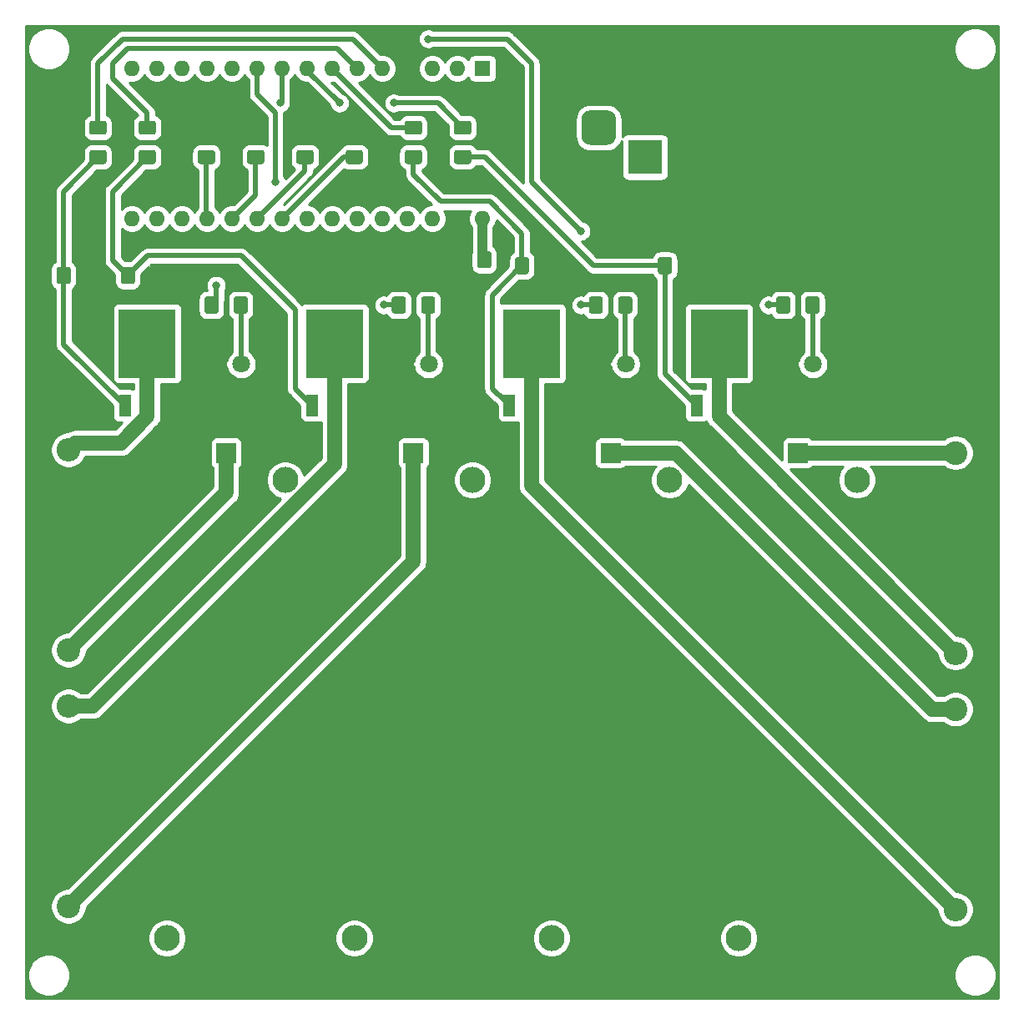
<source format=gbr>
G04 #@! TF.GenerationSoftware,KiCad,Pcbnew,(5.1.6)-1*
G04 #@! TF.CreationDate,2020-12-31T15:43:45+09:00*
G04 #@! TF.ProjectId,AA_discharger,41415f64-6973-4636-9861-726765722e6b,rev?*
G04 #@! TF.SameCoordinates,Original*
G04 #@! TF.FileFunction,Copper,L1,Top*
G04 #@! TF.FilePolarity,Positive*
%FSLAX46Y46*%
G04 Gerber Fmt 4.6, Leading zero omitted, Abs format (unit mm)*
G04 Created by KiCad (PCBNEW (5.1.6)-1) date 2020-12-31 15:43:45*
%MOMM*%
%LPD*%
G01*
G04 APERTURE LIST*
G04 #@! TA.AperFunction,ComponentPad*
%ADD10C,2.400000*%
G04 #@! TD*
G04 #@! TA.AperFunction,ComponentPad*
%ADD11R,3.500000X3.500000*%
G04 #@! TD*
G04 #@! TA.AperFunction,SMDPad,CuDef*
%ADD12R,5.800000X7.000000*%
G04 #@! TD*
G04 #@! TA.AperFunction,SMDPad,CuDef*
%ADD13R,1.200000X2.200000*%
G04 #@! TD*
G04 #@! TA.AperFunction,ComponentPad*
%ADD14R,2.000000X2.000000*%
G04 #@! TD*
G04 #@! TA.AperFunction,ComponentPad*
%ADD15C,2.000000*%
G04 #@! TD*
G04 #@! TA.AperFunction,SMDPad,CuDef*
%ADD16C,2.640000*%
G04 #@! TD*
G04 #@! TA.AperFunction,ComponentPad*
%ADD17O,2.400000X2.400000*%
G04 #@! TD*
G04 #@! TA.AperFunction,ComponentPad*
%ADD18C,1.800000*%
G04 #@! TD*
G04 #@! TA.AperFunction,ComponentPad*
%ADD19R,1.800000X1.800000*%
G04 #@! TD*
G04 #@! TA.AperFunction,ComponentPad*
%ADD20O,1.600000X1.600000*%
G04 #@! TD*
G04 #@! TA.AperFunction,ComponentPad*
%ADD21R,1.600000X1.600000*%
G04 #@! TD*
G04 #@! TA.AperFunction,ViaPad*
%ADD22C,0.800000*%
G04 #@! TD*
G04 #@! TA.AperFunction,ViaPad*
%ADD23C,1.200000*%
G04 #@! TD*
G04 #@! TA.AperFunction,Conductor*
%ADD24C,0.500000*%
G04 #@! TD*
G04 #@! TA.AperFunction,Conductor*
%ADD25C,1.500000*%
G04 #@! TD*
G04 #@! TA.AperFunction,Conductor*
%ADD26C,1.000000*%
G04 #@! TD*
G04 #@! TA.AperFunction,Conductor*
%ADD27C,0.254000*%
G04 #@! TD*
G04 APERTURE END LIST*
G04 #@! TA.AperFunction,SMDPad,CuDef*
G36*
G01*
X94925000Y-73775000D02*
X94925000Y-75025000D01*
G75*
G02*
X94675000Y-75275000I-250000J0D01*
G01*
X93750000Y-75275000D01*
G75*
G02*
X93500000Y-75025000I0J250000D01*
G01*
X93500000Y-73775000D01*
G75*
G02*
X93750000Y-73525000I250000J0D01*
G01*
X94675000Y-73525000D01*
G75*
G02*
X94925000Y-73775000I0J-250000D01*
G01*
G37*
G04 #@! TD.AperFunction*
G04 #@! TA.AperFunction,SMDPad,CuDef*
G36*
G01*
X97900000Y-73775000D02*
X97900000Y-75025000D01*
G75*
G02*
X97650000Y-75275000I-250000J0D01*
G01*
X96725000Y-75275000D01*
G75*
G02*
X96475000Y-75025000I0J250000D01*
G01*
X96475000Y-73775000D01*
G75*
G02*
X96725000Y-73525000I250000J0D01*
G01*
X97650000Y-73525000D01*
G75*
G02*
X97900000Y-73775000I0J-250000D01*
G01*
G37*
G04 #@! TD.AperFunction*
D10*
X129000000Y-138750000D03*
X110000000Y-138750000D03*
X71000000Y-138750000D03*
X90000000Y-138750000D03*
G04 #@! TA.AperFunction,ComponentPad*
G36*
G01*
X107925000Y-59250000D02*
X109675000Y-59250000D01*
G75*
G02*
X110550000Y-60125000I0J-875000D01*
G01*
X110550000Y-61875000D01*
G75*
G02*
X109675000Y-62750000I-875000J0D01*
G01*
X107925000Y-62750000D01*
G75*
G02*
X107050000Y-61875000I0J875000D01*
G01*
X107050000Y-60125000D01*
G75*
G02*
X107925000Y-59250000I875000J0D01*
G01*
G37*
G04 #@! TD.AperFunction*
G04 #@! TA.AperFunction,ComponentPad*
G36*
G01*
X112500000Y-56500000D02*
X114500000Y-56500000D01*
G75*
G02*
X115250000Y-57250000I0J-750000D01*
G01*
X115250000Y-58750000D01*
G75*
G02*
X114500000Y-59500000I-750000J0D01*
G01*
X112500000Y-59500000D01*
G75*
G02*
X111750000Y-58750000I0J750000D01*
G01*
X111750000Y-57250000D01*
G75*
G02*
X112500000Y-56500000I750000J0D01*
G01*
G37*
G04 #@! TD.AperFunction*
D11*
X113500000Y-64000000D03*
D12*
X63000000Y-82900000D03*
D13*
X65280000Y-89200000D03*
X60720000Y-89200000D03*
D12*
X121000000Y-82900000D03*
D13*
X123280000Y-89200000D03*
X118720000Y-89200000D03*
D12*
X102000000Y-82900000D03*
D13*
X104280000Y-89200000D03*
X99720000Y-89200000D03*
D12*
X82000000Y-82900000D03*
D13*
X84280000Y-89200000D03*
X79720000Y-89200000D03*
D14*
X71000000Y-94000000D03*
D15*
X71000000Y-145990000D03*
D16*
X65005000Y-143230000D03*
X76995000Y-96750000D03*
G04 #@! TA.AperFunction,SMDPad,CuDef*
G36*
G01*
X128225000Y-78375000D02*
X128225000Y-79625000D01*
G75*
G02*
X127975000Y-79875000I-250000J0D01*
G01*
X127050000Y-79875000D01*
G75*
G02*
X126800000Y-79625000I0J250000D01*
G01*
X126800000Y-78375000D01*
G75*
G02*
X127050000Y-78125000I250000J0D01*
G01*
X127975000Y-78125000D01*
G75*
G02*
X128225000Y-78375000I0J-250000D01*
G01*
G37*
G04 #@! TD.AperFunction*
G04 #@! TA.AperFunction,SMDPad,CuDef*
G36*
G01*
X131200000Y-78375000D02*
X131200000Y-79625000D01*
G75*
G02*
X130950000Y-79875000I-250000J0D01*
G01*
X130025000Y-79875000D01*
G75*
G02*
X129775000Y-79625000I0J250000D01*
G01*
X129775000Y-78375000D01*
G75*
G02*
X130025000Y-78125000I250000J0D01*
G01*
X130950000Y-78125000D01*
G75*
G02*
X131200000Y-78375000I0J-250000D01*
G01*
G37*
G04 #@! TD.AperFunction*
G04 #@! TA.AperFunction,SMDPad,CuDef*
G36*
G01*
X109225000Y-78375000D02*
X109225000Y-79625000D01*
G75*
G02*
X108975000Y-79875000I-250000J0D01*
G01*
X108050000Y-79875000D01*
G75*
G02*
X107800000Y-79625000I0J250000D01*
G01*
X107800000Y-78375000D01*
G75*
G02*
X108050000Y-78125000I250000J0D01*
G01*
X108975000Y-78125000D01*
G75*
G02*
X109225000Y-78375000I0J-250000D01*
G01*
G37*
G04 #@! TD.AperFunction*
G04 #@! TA.AperFunction,SMDPad,CuDef*
G36*
G01*
X112200000Y-78375000D02*
X112200000Y-79625000D01*
G75*
G02*
X111950000Y-79875000I-250000J0D01*
G01*
X111025000Y-79875000D01*
G75*
G02*
X110775000Y-79625000I0J250000D01*
G01*
X110775000Y-78375000D01*
G75*
G02*
X111025000Y-78125000I250000J0D01*
G01*
X111950000Y-78125000D01*
G75*
G02*
X112200000Y-78375000I0J-250000D01*
G01*
G37*
G04 #@! TD.AperFunction*
G04 #@! TA.AperFunction,SMDPad,CuDef*
G36*
G01*
X89225000Y-78375000D02*
X89225000Y-79625000D01*
G75*
G02*
X88975000Y-79875000I-250000J0D01*
G01*
X88050000Y-79875000D01*
G75*
G02*
X87800000Y-79625000I0J250000D01*
G01*
X87800000Y-78375000D01*
G75*
G02*
X88050000Y-78125000I250000J0D01*
G01*
X88975000Y-78125000D01*
G75*
G02*
X89225000Y-78375000I0J-250000D01*
G01*
G37*
G04 #@! TD.AperFunction*
G04 #@! TA.AperFunction,SMDPad,CuDef*
G36*
G01*
X92200000Y-78375000D02*
X92200000Y-79625000D01*
G75*
G02*
X91950000Y-79875000I-250000J0D01*
G01*
X91025000Y-79875000D01*
G75*
G02*
X90775000Y-79625000I0J250000D01*
G01*
X90775000Y-78375000D01*
G75*
G02*
X91025000Y-78125000I250000J0D01*
G01*
X91950000Y-78125000D01*
G75*
G02*
X92200000Y-78375000I0J-250000D01*
G01*
G37*
G04 #@! TD.AperFunction*
G04 #@! TA.AperFunction,SMDPad,CuDef*
G36*
G01*
X70225000Y-78375000D02*
X70225000Y-79625000D01*
G75*
G02*
X69975000Y-79875000I-250000J0D01*
G01*
X69050000Y-79875000D01*
G75*
G02*
X68800000Y-79625000I0J250000D01*
G01*
X68800000Y-78375000D01*
G75*
G02*
X69050000Y-78125000I250000J0D01*
G01*
X69975000Y-78125000D01*
G75*
G02*
X70225000Y-78375000I0J-250000D01*
G01*
G37*
G04 #@! TD.AperFunction*
G04 #@! TA.AperFunction,SMDPad,CuDef*
G36*
G01*
X73200000Y-78375000D02*
X73200000Y-79625000D01*
G75*
G02*
X72950000Y-79875000I-250000J0D01*
G01*
X72025000Y-79875000D01*
G75*
G02*
X71775000Y-79625000I0J250000D01*
G01*
X71775000Y-78375000D01*
G75*
G02*
X72025000Y-78125000I250000J0D01*
G01*
X72950000Y-78125000D01*
G75*
G02*
X73200000Y-78375000I0J-250000D01*
G01*
G37*
G04 #@! TD.AperFunction*
G04 #@! TA.AperFunction,SMDPad,CuDef*
G36*
G01*
X84625000Y-61725000D02*
X83375000Y-61725000D01*
G75*
G02*
X83125000Y-61475000I0J250000D01*
G01*
X83125000Y-60550000D01*
G75*
G02*
X83375000Y-60300000I250000J0D01*
G01*
X84625000Y-60300000D01*
G75*
G02*
X84875000Y-60550000I0J-250000D01*
G01*
X84875000Y-61475000D01*
G75*
G02*
X84625000Y-61725000I-250000J0D01*
G01*
G37*
G04 #@! TD.AperFunction*
G04 #@! TA.AperFunction,SMDPad,CuDef*
G36*
G01*
X84625000Y-64700000D02*
X83375000Y-64700000D01*
G75*
G02*
X83125000Y-64450000I0J250000D01*
G01*
X83125000Y-63525000D01*
G75*
G02*
X83375000Y-63275000I250000J0D01*
G01*
X84625000Y-63275000D01*
G75*
G02*
X84875000Y-63525000I0J-250000D01*
G01*
X84875000Y-64450000D01*
G75*
G02*
X84625000Y-64700000I-250000J0D01*
G01*
G37*
G04 #@! TD.AperFunction*
D17*
X145000000Y-114320000D03*
D10*
X145000000Y-94000000D03*
G04 #@! TA.AperFunction,SMDPad,CuDef*
G36*
G01*
X117775000Y-75625000D02*
X117775000Y-74375000D01*
G75*
G02*
X118025000Y-74125000I250000J0D01*
G01*
X118950000Y-74125000D01*
G75*
G02*
X119200000Y-74375000I0J-250000D01*
G01*
X119200000Y-75625000D01*
G75*
G02*
X118950000Y-75875000I-250000J0D01*
G01*
X118025000Y-75875000D01*
G75*
G02*
X117775000Y-75625000I0J250000D01*
G01*
G37*
G04 #@! TD.AperFunction*
G04 #@! TA.AperFunction,SMDPad,CuDef*
G36*
G01*
X114800000Y-75625000D02*
X114800000Y-74375000D01*
G75*
G02*
X115050000Y-74125000I250000J0D01*
G01*
X115975000Y-74125000D01*
G75*
G02*
X116225000Y-74375000I0J-250000D01*
G01*
X116225000Y-75625000D01*
G75*
G02*
X115975000Y-75875000I-250000J0D01*
G01*
X115050000Y-75875000D01*
G75*
G02*
X114800000Y-75625000I0J250000D01*
G01*
G37*
G04 #@! TD.AperFunction*
G04 #@! TA.AperFunction,SMDPad,CuDef*
G36*
G01*
X95625000Y-61725000D02*
X94375000Y-61725000D01*
G75*
G02*
X94125000Y-61475000I0J250000D01*
G01*
X94125000Y-60550000D01*
G75*
G02*
X94375000Y-60300000I250000J0D01*
G01*
X95625000Y-60300000D01*
G75*
G02*
X95875000Y-60550000I0J-250000D01*
G01*
X95875000Y-61475000D01*
G75*
G02*
X95625000Y-61725000I-250000J0D01*
G01*
G37*
G04 #@! TD.AperFunction*
G04 #@! TA.AperFunction,SMDPad,CuDef*
G36*
G01*
X95625000Y-64700000D02*
X94375000Y-64700000D01*
G75*
G02*
X94125000Y-64450000I0J250000D01*
G01*
X94125000Y-63525000D01*
G75*
G02*
X94375000Y-63275000I250000J0D01*
G01*
X95625000Y-63275000D01*
G75*
G02*
X95875000Y-63525000I0J-250000D01*
G01*
X95875000Y-64450000D01*
G75*
G02*
X95625000Y-64700000I-250000J0D01*
G01*
G37*
G04 #@! TD.AperFunction*
G04 #@! TA.AperFunction,SMDPad,CuDef*
G36*
G01*
X79625000Y-61725000D02*
X78375000Y-61725000D01*
G75*
G02*
X78125000Y-61475000I0J250000D01*
G01*
X78125000Y-60550000D01*
G75*
G02*
X78375000Y-60300000I250000J0D01*
G01*
X79625000Y-60300000D01*
G75*
G02*
X79875000Y-60550000I0J-250000D01*
G01*
X79875000Y-61475000D01*
G75*
G02*
X79625000Y-61725000I-250000J0D01*
G01*
G37*
G04 #@! TD.AperFunction*
G04 #@! TA.AperFunction,SMDPad,CuDef*
G36*
G01*
X79625000Y-64700000D02*
X78375000Y-64700000D01*
G75*
G02*
X78125000Y-64450000I0J250000D01*
G01*
X78125000Y-63525000D01*
G75*
G02*
X78375000Y-63275000I250000J0D01*
G01*
X79625000Y-63275000D01*
G75*
G02*
X79875000Y-63525000I0J-250000D01*
G01*
X79875000Y-64450000D01*
G75*
G02*
X79625000Y-64700000I-250000J0D01*
G01*
G37*
G04 #@! TD.AperFunction*
D17*
X145000000Y-140320000D03*
D10*
X145000000Y-120000000D03*
G04 #@! TA.AperFunction,SMDPad,CuDef*
G36*
G01*
X103275000Y-75625000D02*
X103275000Y-74375000D01*
G75*
G02*
X103525000Y-74125000I250000J0D01*
G01*
X104450000Y-74125000D01*
G75*
G02*
X104700000Y-74375000I0J-250000D01*
G01*
X104700000Y-75625000D01*
G75*
G02*
X104450000Y-75875000I-250000J0D01*
G01*
X103525000Y-75875000D01*
G75*
G02*
X103275000Y-75625000I0J250000D01*
G01*
G37*
G04 #@! TD.AperFunction*
G04 #@! TA.AperFunction,SMDPad,CuDef*
G36*
G01*
X100300000Y-75625000D02*
X100300000Y-74375000D01*
G75*
G02*
X100550000Y-74125000I250000J0D01*
G01*
X101475000Y-74125000D01*
G75*
G02*
X101725000Y-74375000I0J-250000D01*
G01*
X101725000Y-75625000D01*
G75*
G02*
X101475000Y-75875000I-250000J0D01*
G01*
X100550000Y-75875000D01*
G75*
G02*
X100300000Y-75625000I0J250000D01*
G01*
G37*
G04 #@! TD.AperFunction*
G04 #@! TA.AperFunction,SMDPad,CuDef*
G36*
G01*
X90625000Y-61725000D02*
X89375000Y-61725000D01*
G75*
G02*
X89125000Y-61475000I0J250000D01*
G01*
X89125000Y-60550000D01*
G75*
G02*
X89375000Y-60300000I250000J0D01*
G01*
X90625000Y-60300000D01*
G75*
G02*
X90875000Y-60550000I0J-250000D01*
G01*
X90875000Y-61475000D01*
G75*
G02*
X90625000Y-61725000I-250000J0D01*
G01*
G37*
G04 #@! TD.AperFunction*
G04 #@! TA.AperFunction,SMDPad,CuDef*
G36*
G01*
X90625000Y-64700000D02*
X89375000Y-64700000D01*
G75*
G02*
X89125000Y-64450000I0J250000D01*
G01*
X89125000Y-63525000D01*
G75*
G02*
X89375000Y-63275000I250000J0D01*
G01*
X90625000Y-63275000D01*
G75*
G02*
X90875000Y-63525000I0J-250000D01*
G01*
X90875000Y-64450000D01*
G75*
G02*
X90625000Y-64700000I-250000J0D01*
G01*
G37*
G04 #@! TD.AperFunction*
G04 #@! TA.AperFunction,SMDPad,CuDef*
G36*
G01*
X74625000Y-61725000D02*
X73375000Y-61725000D01*
G75*
G02*
X73125000Y-61475000I0J250000D01*
G01*
X73125000Y-60550000D01*
G75*
G02*
X73375000Y-60300000I250000J0D01*
G01*
X74625000Y-60300000D01*
G75*
G02*
X74875000Y-60550000I0J-250000D01*
G01*
X74875000Y-61475000D01*
G75*
G02*
X74625000Y-61725000I-250000J0D01*
G01*
G37*
G04 #@! TD.AperFunction*
G04 #@! TA.AperFunction,SMDPad,CuDef*
G36*
G01*
X74625000Y-64700000D02*
X73375000Y-64700000D01*
G75*
G02*
X73125000Y-64450000I0J250000D01*
G01*
X73125000Y-63525000D01*
G75*
G02*
X73375000Y-63275000I250000J0D01*
G01*
X74625000Y-63275000D01*
G75*
G02*
X74875000Y-63525000I0J-250000D01*
G01*
X74875000Y-64450000D01*
G75*
G02*
X74625000Y-64700000I-250000J0D01*
G01*
G37*
G04 #@! TD.AperFunction*
D17*
X55000000Y-119680000D03*
D10*
X55000000Y-140000000D03*
G04 #@! TA.AperFunction,SMDPad,CuDef*
G36*
G01*
X63287500Y-76625000D02*
X63287500Y-75375000D01*
G75*
G02*
X63537500Y-75125000I250000J0D01*
G01*
X64462500Y-75125000D01*
G75*
G02*
X64712500Y-75375000I0J-250000D01*
G01*
X64712500Y-76625000D01*
G75*
G02*
X64462500Y-76875000I-250000J0D01*
G01*
X63537500Y-76875000D01*
G75*
G02*
X63287500Y-76625000I0J250000D01*
G01*
G37*
G04 #@! TD.AperFunction*
G04 #@! TA.AperFunction,SMDPad,CuDef*
G36*
G01*
X60312500Y-76625000D02*
X60312500Y-75375000D01*
G75*
G02*
X60562500Y-75125000I250000J0D01*
G01*
X61487500Y-75125000D01*
G75*
G02*
X61737500Y-75375000I0J-250000D01*
G01*
X61737500Y-76625000D01*
G75*
G02*
X61487500Y-76875000I-250000J0D01*
G01*
X60562500Y-76875000D01*
G75*
G02*
X60312500Y-76625000I0J250000D01*
G01*
G37*
G04 #@! TD.AperFunction*
G04 #@! TA.AperFunction,SMDPad,CuDef*
G36*
G01*
X63625000Y-61725000D02*
X62375000Y-61725000D01*
G75*
G02*
X62125000Y-61475000I0J250000D01*
G01*
X62125000Y-60550000D01*
G75*
G02*
X62375000Y-60300000I250000J0D01*
G01*
X63625000Y-60300000D01*
G75*
G02*
X63875000Y-60550000I0J-250000D01*
G01*
X63875000Y-61475000D01*
G75*
G02*
X63625000Y-61725000I-250000J0D01*
G01*
G37*
G04 #@! TD.AperFunction*
G04 #@! TA.AperFunction,SMDPad,CuDef*
G36*
G01*
X63625000Y-64700000D02*
X62375000Y-64700000D01*
G75*
G02*
X62125000Y-64450000I0J250000D01*
G01*
X62125000Y-63525000D01*
G75*
G02*
X62375000Y-63275000I250000J0D01*
G01*
X63625000Y-63275000D01*
G75*
G02*
X63875000Y-63525000I0J-250000D01*
G01*
X63875000Y-64450000D01*
G75*
G02*
X63625000Y-64700000I-250000J0D01*
G01*
G37*
G04 #@! TD.AperFunction*
G04 #@! TA.AperFunction,SMDPad,CuDef*
G36*
G01*
X69625000Y-61725000D02*
X68375000Y-61725000D01*
G75*
G02*
X68125000Y-61475000I0J250000D01*
G01*
X68125000Y-60550000D01*
G75*
G02*
X68375000Y-60300000I250000J0D01*
G01*
X69625000Y-60300000D01*
G75*
G02*
X69875000Y-60550000I0J-250000D01*
G01*
X69875000Y-61475000D01*
G75*
G02*
X69625000Y-61725000I-250000J0D01*
G01*
G37*
G04 #@! TD.AperFunction*
G04 #@! TA.AperFunction,SMDPad,CuDef*
G36*
G01*
X69625000Y-64700000D02*
X68375000Y-64700000D01*
G75*
G02*
X68125000Y-64450000I0J250000D01*
G01*
X68125000Y-63525000D01*
G75*
G02*
X68375000Y-63275000I250000J0D01*
G01*
X69625000Y-63275000D01*
G75*
G02*
X69875000Y-63525000I0J-250000D01*
G01*
X69875000Y-64450000D01*
G75*
G02*
X69625000Y-64700000I-250000J0D01*
G01*
G37*
G04 #@! TD.AperFunction*
D17*
X55000000Y-93680000D03*
D10*
X55000000Y-114000000D03*
G04 #@! TA.AperFunction,SMDPad,CuDef*
G36*
G01*
X56775000Y-76625000D02*
X56775000Y-75375000D01*
G75*
G02*
X57025000Y-75125000I250000J0D01*
G01*
X57950000Y-75125000D01*
G75*
G02*
X58200000Y-75375000I0J-250000D01*
G01*
X58200000Y-76625000D01*
G75*
G02*
X57950000Y-76875000I-250000J0D01*
G01*
X57025000Y-76875000D01*
G75*
G02*
X56775000Y-76625000I0J250000D01*
G01*
G37*
G04 #@! TD.AperFunction*
G04 #@! TA.AperFunction,SMDPad,CuDef*
G36*
G01*
X53800000Y-76625000D02*
X53800000Y-75375000D01*
G75*
G02*
X54050000Y-75125000I250000J0D01*
G01*
X54975000Y-75125000D01*
G75*
G02*
X55225000Y-75375000I0J-250000D01*
G01*
X55225000Y-76625000D01*
G75*
G02*
X54975000Y-76875000I-250000J0D01*
G01*
X54050000Y-76875000D01*
G75*
G02*
X53800000Y-76625000I0J250000D01*
G01*
G37*
G04 #@! TD.AperFunction*
G04 #@! TA.AperFunction,SMDPad,CuDef*
G36*
G01*
X58625000Y-61725000D02*
X57375000Y-61725000D01*
G75*
G02*
X57125000Y-61475000I0J250000D01*
G01*
X57125000Y-60550000D01*
G75*
G02*
X57375000Y-60300000I250000J0D01*
G01*
X58625000Y-60300000D01*
G75*
G02*
X58875000Y-60550000I0J-250000D01*
G01*
X58875000Y-61475000D01*
G75*
G02*
X58625000Y-61725000I-250000J0D01*
G01*
G37*
G04 #@! TD.AperFunction*
G04 #@! TA.AperFunction,SMDPad,CuDef*
G36*
G01*
X58625000Y-64700000D02*
X57375000Y-64700000D01*
G75*
G02*
X57125000Y-64450000I0J250000D01*
G01*
X57125000Y-63525000D01*
G75*
G02*
X57375000Y-63275000I250000J0D01*
G01*
X58625000Y-63275000D01*
G75*
G02*
X58875000Y-63525000I0J-250000D01*
G01*
X58875000Y-64450000D01*
G75*
G02*
X58625000Y-64700000I-250000J0D01*
G01*
G37*
G04 #@! TD.AperFunction*
D14*
X129000000Y-94000000D03*
D15*
X129000000Y-145990000D03*
D16*
X123005000Y-143230000D03*
X134995000Y-96750000D03*
D14*
X110000000Y-94000000D03*
D15*
X110000000Y-145990000D03*
D16*
X104005000Y-143230000D03*
X115995000Y-96750000D03*
D14*
X90000000Y-94000000D03*
D15*
X90000000Y-145990000D03*
D16*
X84005000Y-143230000D03*
X95995000Y-96750000D03*
D18*
X130540000Y-85000000D03*
D19*
X128000000Y-85000000D03*
D18*
X111540000Y-85000000D03*
D19*
X109000000Y-85000000D03*
D18*
X91540000Y-85000000D03*
D19*
X89000000Y-85000000D03*
D18*
X72540000Y-85000000D03*
D19*
X70000000Y-85000000D03*
D20*
X61440000Y-70240000D03*
X61440000Y-55000000D03*
X97000000Y-70240000D03*
X63980000Y-55000000D03*
X94460000Y-70240000D03*
X66520000Y-55000000D03*
X91920000Y-70240000D03*
X69060000Y-55000000D03*
X89380000Y-70240000D03*
X71600000Y-55000000D03*
X86840000Y-70240000D03*
X74140000Y-55000000D03*
X84300000Y-70240000D03*
X76680000Y-55000000D03*
X81760000Y-70240000D03*
X79220000Y-55000000D03*
X79220000Y-70240000D03*
X81760000Y-55000000D03*
X76680000Y-70240000D03*
X84300000Y-55000000D03*
X74140000Y-70240000D03*
X86840000Y-55000000D03*
X71600000Y-70240000D03*
X89380000Y-55000000D03*
X69060000Y-70240000D03*
X91920000Y-55000000D03*
X66520000Y-70240000D03*
X94460000Y-55000000D03*
X63980000Y-70240000D03*
D21*
X97000000Y-55000000D03*
D22*
X120250000Y-75000000D03*
X105750000Y-75000000D03*
X57500000Y-79500000D03*
X84000000Y-59500000D03*
X79000000Y-59500000D03*
X74000000Y-59500000D03*
X69000000Y-59500000D03*
D23*
X85500000Y-94500000D03*
X85500000Y-96500000D03*
X105500000Y-94500000D03*
X105500000Y-96500000D03*
D22*
X126000000Y-79000000D03*
X91500000Y-52000000D03*
X107000000Y-71500000D03*
X107000000Y-79000000D03*
X76000000Y-66500000D03*
X87000000Y-79000000D03*
X76500000Y-58500000D03*
X70000000Y-77000000D03*
X82500000Y-58500000D03*
X88000000Y-58500000D03*
D24*
X69000000Y-59500000D02*
X69000000Y-61012500D01*
X74000000Y-59500000D02*
X74000000Y-61012500D01*
X79000000Y-59500000D02*
X79000000Y-61012500D01*
X84000000Y-59500000D02*
X84000000Y-61012500D01*
D25*
X65800000Y-89200000D02*
X70000000Y-85000000D01*
X65280000Y-89200000D02*
X65800000Y-89200000D01*
X84800000Y-89200000D02*
X89000000Y-85000000D01*
X84280000Y-89200000D02*
X84800000Y-89200000D01*
X104800000Y-89200000D02*
X109000000Y-85000000D01*
X104280000Y-89200000D02*
X104800000Y-89200000D01*
X123800000Y-89200000D02*
X128000000Y-85000000D01*
X123280000Y-89200000D02*
X123800000Y-89200000D01*
D24*
X57487500Y-79487500D02*
X57500000Y-79500000D01*
X57487500Y-76000000D02*
X57487500Y-79487500D01*
X64000000Y-76000000D02*
X62000000Y-78000000D01*
X59000000Y-78000000D02*
X57500000Y-79500000D01*
X62000000Y-78000000D02*
X59000000Y-78000000D01*
D25*
X84280000Y-93280000D02*
X85500000Y-94500000D01*
X84280000Y-89200000D02*
X84280000Y-93280000D01*
X85500000Y-94500000D02*
X85500000Y-96500000D01*
X104280000Y-93280000D02*
X105500000Y-94500000D01*
X104280000Y-89200000D02*
X104280000Y-93280000D01*
X105500000Y-94500000D02*
X105500000Y-96500000D01*
D24*
X103987500Y-75000000D02*
X105750000Y-75000000D01*
X118487500Y-75000000D02*
X120250000Y-75000000D01*
X126000000Y-79000000D02*
X127512500Y-79000000D01*
X91500000Y-52000000D02*
X99500000Y-52000000D01*
X99500000Y-52000000D02*
X102000000Y-54500000D01*
X107000000Y-79000000D02*
X108512500Y-79000000D01*
X102000000Y-66500000D02*
X102000000Y-54500000D01*
X107000000Y-71500000D02*
X102000000Y-66500000D01*
X87000000Y-79000000D02*
X88512500Y-79000000D01*
X74140000Y-55000000D02*
X74140000Y-57640000D01*
X76000000Y-59500000D02*
X76000000Y-66500000D01*
X74140000Y-57640000D02*
X76000000Y-59500000D01*
X70000000Y-78512500D02*
X69512500Y-79000000D01*
X70000000Y-77000000D02*
X70000000Y-78512500D01*
X76680000Y-58320000D02*
X76500000Y-58500000D01*
X76680000Y-55000000D02*
X76680000Y-58320000D01*
X79220000Y-55220000D02*
X82500000Y-58500000D01*
X79220000Y-55000000D02*
X79220000Y-55220000D01*
X92487500Y-58500000D02*
X95000000Y-61012500D01*
X88000000Y-58500000D02*
X92487500Y-58500000D01*
X87772500Y-61012500D02*
X90000000Y-61012500D01*
X81760000Y-55000000D02*
X87772500Y-61012500D01*
D25*
X129000000Y-94000000D02*
X145000000Y-94000000D01*
D24*
X82932500Y-63987500D02*
X76680000Y-70240000D01*
X84000000Y-63987500D02*
X82932500Y-63987500D01*
X63000000Y-61012500D02*
X63000000Y-59500000D01*
X63000000Y-59500000D02*
X59500000Y-56000000D01*
X59500000Y-56000000D02*
X59500000Y-54500000D01*
X59500000Y-54500000D02*
X61000000Y-53000000D01*
X82300000Y-53000000D02*
X84300000Y-55000000D01*
X61000000Y-53000000D02*
X82300000Y-53000000D01*
D25*
X142604602Y-120000000D02*
X145000000Y-120000000D01*
X116604602Y-94000000D02*
X142604602Y-120000000D01*
X110000000Y-94000000D02*
X116604602Y-94000000D01*
D24*
X79000000Y-65380000D02*
X74140000Y-70240000D01*
X79000000Y-63987500D02*
X79000000Y-65380000D01*
X86840000Y-55000000D02*
X83840000Y-52000000D01*
X83840000Y-52000000D02*
X60500000Y-52000000D01*
X58000000Y-54500000D02*
X58000000Y-61012500D01*
X60500000Y-52000000D02*
X58000000Y-54500000D01*
D25*
X90000000Y-105000000D02*
X55000000Y-140000000D01*
X90000000Y-94000000D02*
X90000000Y-105000000D01*
D24*
X74000000Y-67840000D02*
X71600000Y-70240000D01*
X74000000Y-63987500D02*
X74000000Y-67840000D01*
D25*
X71000000Y-98000000D02*
X55000000Y-114000000D01*
X71000000Y-94000000D02*
X71000000Y-98000000D01*
D24*
X69000000Y-70180000D02*
X69060000Y-70240000D01*
X69000000Y-63987500D02*
X69000000Y-70180000D01*
X72487500Y-84947500D02*
X72540000Y-85000000D01*
X72487500Y-79000000D02*
X72487500Y-84947500D01*
X91487500Y-84947500D02*
X91540000Y-85000000D01*
X91487500Y-79000000D02*
X91487500Y-84947500D01*
X111487500Y-84947500D02*
X111540000Y-85000000D01*
X111487500Y-79000000D02*
X111487500Y-84947500D01*
X130487500Y-84947500D02*
X130540000Y-85000000D01*
X130487500Y-79000000D02*
X130487500Y-84947500D01*
D25*
X63000000Y-90330002D02*
X60330002Y-93000000D01*
X63000000Y-82900000D02*
X63000000Y-90330002D01*
X55680000Y-93000000D02*
X55000000Y-93680000D01*
X60330002Y-93000000D02*
X55680000Y-93000000D01*
D24*
X58000000Y-63987500D02*
X58000000Y-64000000D01*
X54512500Y-67487500D02*
X54512500Y-76000000D01*
X58000000Y-64000000D02*
X54512500Y-67487500D01*
X54512500Y-82992500D02*
X60720000Y-89200000D01*
X54512500Y-76000000D02*
X54512500Y-82992500D01*
D25*
X57424602Y-119680000D02*
X55000000Y-119680000D01*
X82000000Y-95104602D02*
X57424602Y-119680000D01*
X82000000Y-82900000D02*
X82000000Y-95104602D01*
D24*
X61025000Y-76000000D02*
X59500000Y-74475000D01*
X59500000Y-67487500D02*
X63000000Y-63987500D01*
X59500000Y-74475000D02*
X59500000Y-67487500D01*
X61025000Y-76000000D02*
X63025000Y-74000000D01*
X63025000Y-74000000D02*
X72500000Y-74000000D01*
X72500000Y-74000000D02*
X78000000Y-79500000D01*
X78000000Y-87480000D02*
X79720000Y-89200000D01*
X78000000Y-79500000D02*
X78000000Y-87480000D01*
D25*
X102000000Y-97320000D02*
X102000000Y-82900000D01*
X145000000Y-140320000D02*
X102000000Y-97320000D01*
D24*
X90000000Y-63987500D02*
X90000000Y-64000000D01*
X98649999Y-88129999D02*
X98629999Y-88129999D01*
X98629999Y-88129999D02*
X98000000Y-87500000D01*
X99720000Y-89200000D02*
X98649999Y-88129999D01*
X98000000Y-87500000D02*
X98000000Y-78000000D01*
X90000000Y-63987500D02*
X90000000Y-65750000D01*
X90000000Y-65750000D02*
X92750000Y-68500000D01*
X92750000Y-68500000D02*
X97750000Y-68500000D01*
X101012500Y-71762500D02*
X101012500Y-75000000D01*
X97750000Y-68500000D02*
X101012500Y-71762500D01*
X101000000Y-75000000D02*
X98000000Y-78000000D01*
X101012500Y-75000000D02*
X101000000Y-75000000D01*
D25*
X121000000Y-90320000D02*
X121000000Y-82900000D01*
X145000000Y-114320000D02*
X121000000Y-90320000D01*
D24*
X115512500Y-85992500D02*
X118720000Y-89200000D01*
X115512500Y-85992500D02*
X115512500Y-75000000D01*
X95000000Y-63987500D02*
X97237500Y-63987500D01*
X97237500Y-63987500D02*
X108250000Y-75000000D01*
X108250000Y-75000000D02*
X115512500Y-75000000D01*
D26*
X97000000Y-74212500D02*
X97187500Y-74400000D01*
X97000000Y-70240000D02*
X97000000Y-74212500D01*
D27*
G36*
X149340000Y-149340000D02*
G01*
X50660000Y-149340000D01*
X50660000Y-146786323D01*
X50830497Y-146786323D01*
X50830497Y-147213677D01*
X50913870Y-147632821D01*
X51077412Y-148027645D01*
X51314837Y-148382977D01*
X51617023Y-148685163D01*
X51972355Y-148922588D01*
X52367179Y-149086130D01*
X52786323Y-149169503D01*
X53213677Y-149169503D01*
X53632821Y-149086130D01*
X54027645Y-148922588D01*
X54382977Y-148685163D01*
X54685163Y-148382977D01*
X54922588Y-148027645D01*
X55086130Y-147632821D01*
X55169503Y-147213677D01*
X55169503Y-147086707D01*
X70717717Y-147086707D01*
X70860300Y-147084908D01*
X71000000Y-147224608D01*
X71137901Y-147086707D01*
X89717717Y-147086707D01*
X89860300Y-147084908D01*
X90000000Y-147224608D01*
X90137901Y-147086707D01*
X109717717Y-147086707D01*
X109860300Y-147084908D01*
X110000000Y-147224608D01*
X110137901Y-147086707D01*
X128717717Y-147086707D01*
X128860300Y-147084908D01*
X129000000Y-147224608D01*
X129143269Y-147081339D01*
X128860300Y-147084908D01*
X128856731Y-147081339D01*
X128717717Y-147086707D01*
X110137901Y-147086707D01*
X110143269Y-147081339D01*
X109860300Y-147084908D01*
X109856731Y-147081339D01*
X109717717Y-147086707D01*
X90137901Y-147086707D01*
X90143269Y-147081339D01*
X89860300Y-147084908D01*
X89856731Y-147081339D01*
X89717717Y-147086707D01*
X71137901Y-147086707D01*
X71143269Y-147081339D01*
X70860300Y-147084908D01*
X70856731Y-147081339D01*
X70717717Y-147086707D01*
X55169503Y-147086707D01*
X55169503Y-146786323D01*
X144830497Y-146786323D01*
X144830497Y-147213677D01*
X144913870Y-147632821D01*
X145077412Y-148027645D01*
X145314837Y-148382977D01*
X145617023Y-148685163D01*
X145972355Y-148922588D01*
X146367179Y-149086130D01*
X146786323Y-149169503D01*
X147213677Y-149169503D01*
X147632821Y-149086130D01*
X148027645Y-148922588D01*
X148382977Y-148685163D01*
X148685163Y-148382977D01*
X148922588Y-148027645D01*
X149086130Y-147632821D01*
X149169503Y-147213677D01*
X149169503Y-146786323D01*
X149086130Y-146367179D01*
X148922588Y-145972355D01*
X148685163Y-145617023D01*
X148382977Y-145314837D01*
X148027645Y-145077412D01*
X147632821Y-144913870D01*
X147213677Y-144830497D01*
X146786323Y-144830497D01*
X146367179Y-144913870D01*
X145972355Y-145077412D01*
X145617023Y-145314837D01*
X145314837Y-145617023D01*
X145077412Y-145972355D01*
X144913870Y-146367179D01*
X144830497Y-146786323D01*
X55169503Y-146786323D01*
X55086130Y-146367179D01*
X54929897Y-145990000D01*
X69765392Y-145990000D01*
X69908661Y-146133269D01*
X72091339Y-146133269D01*
X72096707Y-146272283D01*
X72094908Y-146129700D01*
X72091339Y-146133269D01*
X69908661Y-146133269D01*
X69905092Y-145850300D01*
X69765392Y-145990000D01*
X54929897Y-145990000D01*
X54922588Y-145972355D01*
X54745763Y-145707717D01*
X69903293Y-145707717D01*
X69905092Y-145850300D01*
X69908661Y-145846731D01*
X72091339Y-145846731D01*
X72094908Y-146129700D01*
X72234608Y-145990000D01*
X88765392Y-145990000D01*
X88908661Y-146133269D01*
X91091339Y-146133269D01*
X91096707Y-146272283D01*
X91094908Y-146129700D01*
X91091339Y-146133269D01*
X88908661Y-146133269D01*
X88905092Y-145850300D01*
X88765392Y-145990000D01*
X72234608Y-145990000D01*
X72091339Y-145846731D01*
X69908661Y-145846731D01*
X69903293Y-145707717D01*
X88903293Y-145707717D01*
X88905092Y-145850300D01*
X88908661Y-145846731D01*
X91091339Y-145846731D01*
X91094908Y-146129700D01*
X91234608Y-145990000D01*
X108765392Y-145990000D01*
X108908661Y-146133269D01*
X111091339Y-146133269D01*
X111096707Y-146272283D01*
X111094908Y-146129700D01*
X111091339Y-146133269D01*
X108908661Y-146133269D01*
X108905092Y-145850300D01*
X108765392Y-145990000D01*
X91234608Y-145990000D01*
X91091339Y-145846731D01*
X88908661Y-145846731D01*
X88903293Y-145707717D01*
X108903293Y-145707717D01*
X108905092Y-145850300D01*
X108908661Y-145846731D01*
X111091339Y-145846731D01*
X111094908Y-146129700D01*
X111234608Y-145990000D01*
X127765392Y-145990000D01*
X127908661Y-146133269D01*
X130091339Y-146133269D01*
X130096707Y-146272283D01*
X130094908Y-146129700D01*
X130091339Y-146133269D01*
X127908661Y-146133269D01*
X127905092Y-145850300D01*
X127765392Y-145990000D01*
X111234608Y-145990000D01*
X111091339Y-145846731D01*
X108908661Y-145846731D01*
X108903293Y-145707717D01*
X127903293Y-145707717D01*
X127905092Y-145850300D01*
X127908661Y-145846731D01*
X130091339Y-145846731D01*
X130094908Y-146129700D01*
X130234608Y-145990000D01*
X130091339Y-145846731D01*
X127908661Y-145846731D01*
X127903293Y-145707717D01*
X108903293Y-145707717D01*
X88903293Y-145707717D01*
X69903293Y-145707717D01*
X54745763Y-145707717D01*
X54685163Y-145617023D01*
X54382977Y-145314837D01*
X54027645Y-145077412D01*
X53632821Y-144913870D01*
X53213677Y-144830497D01*
X52786323Y-144830497D01*
X52367179Y-144913870D01*
X51972355Y-145077412D01*
X51617023Y-145314837D01*
X51314837Y-145617023D01*
X51077412Y-145972355D01*
X50913870Y-146367179D01*
X50830497Y-146786323D01*
X50660000Y-146786323D01*
X50660000Y-143037449D01*
X63050000Y-143037449D01*
X63050000Y-143422551D01*
X63125130Y-143800252D01*
X63272502Y-144156040D01*
X63486453Y-144476240D01*
X63758760Y-144748547D01*
X64078960Y-144962498D01*
X64434748Y-145109870D01*
X64812449Y-145185000D01*
X65197551Y-145185000D01*
X65575252Y-145109870D01*
X65931040Y-144962498D01*
X66026578Y-144898661D01*
X70856731Y-144898661D01*
X71139700Y-144895092D01*
X71143269Y-144898661D01*
X71282283Y-144893293D01*
X71139700Y-144895092D01*
X71000000Y-144755392D01*
X70856731Y-144898661D01*
X66026578Y-144898661D01*
X66251240Y-144748547D01*
X66523547Y-144476240D01*
X66737498Y-144156040D01*
X66884870Y-143800252D01*
X66960000Y-143422551D01*
X66960000Y-143037449D01*
X82050000Y-143037449D01*
X82050000Y-143422551D01*
X82125130Y-143800252D01*
X82272502Y-144156040D01*
X82486453Y-144476240D01*
X82758760Y-144748547D01*
X83078960Y-144962498D01*
X83434748Y-145109870D01*
X83812449Y-145185000D01*
X84197551Y-145185000D01*
X84575252Y-145109870D01*
X84931040Y-144962498D01*
X85026578Y-144898661D01*
X89856731Y-144898661D01*
X90139700Y-144895092D01*
X90143269Y-144898661D01*
X90282283Y-144893293D01*
X90139700Y-144895092D01*
X90000000Y-144755392D01*
X89856731Y-144898661D01*
X85026578Y-144898661D01*
X85251240Y-144748547D01*
X85523547Y-144476240D01*
X85737498Y-144156040D01*
X85884870Y-143800252D01*
X85960000Y-143422551D01*
X85960000Y-143037449D01*
X102050000Y-143037449D01*
X102050000Y-143422551D01*
X102125130Y-143800252D01*
X102272502Y-144156040D01*
X102486453Y-144476240D01*
X102758760Y-144748547D01*
X103078960Y-144962498D01*
X103434748Y-145109870D01*
X103812449Y-145185000D01*
X104197551Y-145185000D01*
X104575252Y-145109870D01*
X104931040Y-144962498D01*
X105026578Y-144898661D01*
X109856731Y-144898661D01*
X110139700Y-144895092D01*
X110143269Y-144898661D01*
X110282283Y-144893293D01*
X110139700Y-144895092D01*
X110000000Y-144755392D01*
X109856731Y-144898661D01*
X105026578Y-144898661D01*
X105251240Y-144748547D01*
X105523547Y-144476240D01*
X105737498Y-144156040D01*
X105884870Y-143800252D01*
X105960000Y-143422551D01*
X105960000Y-143037449D01*
X121050000Y-143037449D01*
X121050000Y-143422551D01*
X121125130Y-143800252D01*
X121272502Y-144156040D01*
X121486453Y-144476240D01*
X121758760Y-144748547D01*
X122078960Y-144962498D01*
X122434748Y-145109870D01*
X122812449Y-145185000D01*
X123197551Y-145185000D01*
X123575252Y-145109870D01*
X123931040Y-144962498D01*
X124026578Y-144898661D01*
X128856731Y-144898661D01*
X129139700Y-144895092D01*
X129143269Y-144898661D01*
X129282283Y-144893293D01*
X129139700Y-144895092D01*
X129000000Y-144755392D01*
X128856731Y-144898661D01*
X124026578Y-144898661D01*
X124251240Y-144748547D01*
X124523547Y-144476240D01*
X124737498Y-144156040D01*
X124884870Y-143800252D01*
X124960000Y-143422551D01*
X124960000Y-143037449D01*
X124884870Y-142659748D01*
X124737498Y-142303960D01*
X124523547Y-141983760D01*
X124251240Y-141711453D01*
X123931040Y-141497502D01*
X123575252Y-141350130D01*
X123197551Y-141275000D01*
X122812449Y-141275000D01*
X122434748Y-141350130D01*
X122078960Y-141497502D01*
X121758760Y-141711453D01*
X121486453Y-141983760D01*
X121272502Y-142303960D01*
X121125130Y-142659748D01*
X121050000Y-143037449D01*
X105960000Y-143037449D01*
X105884870Y-142659748D01*
X105737498Y-142303960D01*
X105523547Y-141983760D01*
X105251240Y-141711453D01*
X104931040Y-141497502D01*
X104575252Y-141350130D01*
X104197551Y-141275000D01*
X103812449Y-141275000D01*
X103434748Y-141350130D01*
X103078960Y-141497502D01*
X102758760Y-141711453D01*
X102486453Y-141983760D01*
X102272502Y-142303960D01*
X102125130Y-142659748D01*
X102050000Y-143037449D01*
X85960000Y-143037449D01*
X85884870Y-142659748D01*
X85737498Y-142303960D01*
X85523547Y-141983760D01*
X85251240Y-141711453D01*
X84931040Y-141497502D01*
X84575252Y-141350130D01*
X84197551Y-141275000D01*
X83812449Y-141275000D01*
X83434748Y-141350130D01*
X83078960Y-141497502D01*
X82758760Y-141711453D01*
X82486453Y-141983760D01*
X82272502Y-142303960D01*
X82125130Y-142659748D01*
X82050000Y-143037449D01*
X66960000Y-143037449D01*
X66884870Y-142659748D01*
X66737498Y-142303960D01*
X66523547Y-141983760D01*
X66251240Y-141711453D01*
X65931040Y-141497502D01*
X65575252Y-141350130D01*
X65197551Y-141275000D01*
X64812449Y-141275000D01*
X64434748Y-141350130D01*
X64078960Y-141497502D01*
X63758760Y-141711453D01*
X63486453Y-141983760D01*
X63272502Y-142303960D01*
X63125130Y-142659748D01*
X63050000Y-143037449D01*
X50660000Y-143037449D01*
X50660000Y-139819268D01*
X53165000Y-139819268D01*
X53165000Y-140180732D01*
X53235518Y-140535250D01*
X53373844Y-140869199D01*
X53574662Y-141169744D01*
X53830256Y-141425338D01*
X54130801Y-141626156D01*
X54464750Y-141764482D01*
X54819268Y-141835000D01*
X55180732Y-141835000D01*
X55535250Y-141764482D01*
X55869199Y-141626156D01*
X56169744Y-141425338D01*
X56425338Y-141169744D01*
X56626156Y-140869199D01*
X56764482Y-140535250D01*
X56835000Y-140180732D01*
X56835000Y-140123685D01*
X56937547Y-140021138D01*
X70597236Y-140021138D01*
X70762340Y-140029791D01*
X71000000Y-140267451D01*
X71237660Y-140029791D01*
X70597236Y-140021138D01*
X89597236Y-140021138D01*
X89762340Y-140029791D01*
X90000000Y-140267451D01*
X90237660Y-140029791D01*
X89597236Y-140021138D01*
X109597236Y-140021138D01*
X109762340Y-140029791D01*
X110000000Y-140267451D01*
X110237660Y-140029791D01*
X109597236Y-140021138D01*
X128597236Y-140021138D01*
X128762340Y-140029791D01*
X129000000Y-140267451D01*
X129237660Y-140029791D01*
X128597236Y-140021138D01*
X109597236Y-140021138D01*
X89597236Y-140021138D01*
X70597236Y-140021138D01*
X56937547Y-140021138D01*
X57805921Y-139152764D01*
X72271138Y-139152764D01*
X91271138Y-139152764D01*
X111271138Y-139152764D01*
X130271138Y-139152764D01*
X130279791Y-138987660D01*
X130517451Y-138750000D01*
X130279791Y-138512340D01*
X130271138Y-139152764D01*
X111271138Y-139152764D01*
X111279791Y-138987660D01*
X111517451Y-138750000D01*
X127482549Y-138750000D01*
X127720209Y-138987660D01*
X127728862Y-138347236D01*
X127720209Y-138512340D01*
X127482549Y-138750000D01*
X111517451Y-138750000D01*
X111279791Y-138512340D01*
X111271138Y-139152764D01*
X91271138Y-139152764D01*
X91279791Y-138987660D01*
X91517451Y-138750000D01*
X108482549Y-138750000D01*
X108720209Y-138987660D01*
X108728862Y-138347236D01*
X108720209Y-138512340D01*
X108482549Y-138750000D01*
X91517451Y-138750000D01*
X91279791Y-138512340D01*
X91271138Y-139152764D01*
X72271138Y-139152764D01*
X72279791Y-138987660D01*
X72517451Y-138750000D01*
X88482549Y-138750000D01*
X88720209Y-138987660D01*
X88728862Y-138347236D01*
X88720209Y-138512340D01*
X88482549Y-138750000D01*
X72517451Y-138750000D01*
X72279791Y-138512340D01*
X72271138Y-139152764D01*
X57805921Y-139152764D01*
X58208685Y-138750000D01*
X69482549Y-138750000D01*
X69720209Y-138987660D01*
X69728862Y-138347236D01*
X69720209Y-138512340D01*
X69482549Y-138750000D01*
X58208685Y-138750000D01*
X59488476Y-137470209D01*
X70762340Y-137470209D01*
X71402764Y-137478862D01*
X71237660Y-137470209D01*
X89762340Y-137470209D01*
X90402764Y-137478862D01*
X90237660Y-137470209D01*
X109762340Y-137470209D01*
X110402764Y-137478862D01*
X110237660Y-137470209D01*
X128762340Y-137470209D01*
X129402764Y-137478862D01*
X129237660Y-137470209D01*
X129000000Y-137232549D01*
X128762340Y-137470209D01*
X110237660Y-137470209D01*
X110000000Y-137232549D01*
X109762340Y-137470209D01*
X90237660Y-137470209D01*
X90000000Y-137232549D01*
X89762340Y-137470209D01*
X71237660Y-137470209D01*
X71000000Y-137232549D01*
X70762340Y-137470209D01*
X59488476Y-137470209D01*
X90931236Y-106027450D01*
X90984081Y-105984081D01*
X91157157Y-105773188D01*
X91285764Y-105532581D01*
X91364960Y-105271507D01*
X91385000Y-105068037D01*
X91385000Y-105068029D01*
X91391700Y-105000000D01*
X91385000Y-104931971D01*
X91385000Y-96557449D01*
X94040000Y-96557449D01*
X94040000Y-96942551D01*
X94115130Y-97320252D01*
X94262502Y-97676040D01*
X94476453Y-97996240D01*
X94748760Y-98268547D01*
X95068960Y-98482498D01*
X95424748Y-98629870D01*
X95802449Y-98705000D01*
X96187551Y-98705000D01*
X96565252Y-98629870D01*
X96921040Y-98482498D01*
X97241240Y-98268547D01*
X97513547Y-97996240D01*
X97727498Y-97676040D01*
X97874870Y-97320252D01*
X97950000Y-96942551D01*
X97950000Y-96557449D01*
X97874870Y-96179748D01*
X97727498Y-95823960D01*
X97513547Y-95503760D01*
X97241240Y-95231453D01*
X96921040Y-95017502D01*
X96565252Y-94870130D01*
X96187551Y-94795000D01*
X95802449Y-94795000D01*
X95424748Y-94870130D01*
X95068960Y-95017502D01*
X94748760Y-95231453D01*
X94476453Y-95503760D01*
X94262502Y-95823960D01*
X94115130Y-96179748D01*
X94040000Y-96557449D01*
X91385000Y-96557449D01*
X91385000Y-95505501D01*
X91451185Y-95451185D01*
X91530537Y-95354494D01*
X91589502Y-95244180D01*
X91625812Y-95124482D01*
X91638072Y-95000000D01*
X91638072Y-93000000D01*
X91625812Y-92875518D01*
X91589502Y-92755820D01*
X91530537Y-92645506D01*
X91451185Y-92548815D01*
X91354494Y-92469463D01*
X91244180Y-92410498D01*
X91124482Y-92374188D01*
X91000000Y-92361928D01*
X89000000Y-92361928D01*
X88875518Y-92374188D01*
X88755820Y-92410498D01*
X88645506Y-92469463D01*
X88548815Y-92548815D01*
X88469463Y-92645506D01*
X88410498Y-92755820D01*
X88374188Y-92875518D01*
X88361928Y-93000000D01*
X88361928Y-95000000D01*
X88374188Y-95124482D01*
X88410498Y-95244180D01*
X88469463Y-95354494D01*
X88548815Y-95451185D01*
X88615000Y-95505502D01*
X88615001Y-104426313D01*
X54876315Y-138165000D01*
X54819268Y-138165000D01*
X54464750Y-138235518D01*
X54130801Y-138373844D01*
X53830256Y-138574662D01*
X53574662Y-138830256D01*
X53373844Y-139130801D01*
X53235518Y-139464750D01*
X53165000Y-139819268D01*
X50660000Y-139819268D01*
X50660000Y-119499268D01*
X53165000Y-119499268D01*
X53165000Y-119860732D01*
X53235518Y-120215250D01*
X53373844Y-120549199D01*
X53574662Y-120849744D01*
X53830256Y-121105338D01*
X54130801Y-121306156D01*
X54464750Y-121444482D01*
X54819268Y-121515000D01*
X55180732Y-121515000D01*
X55535250Y-121444482D01*
X55869199Y-121306156D01*
X56169744Y-121105338D01*
X56210082Y-121065000D01*
X57356573Y-121065000D01*
X57424602Y-121071700D01*
X57492631Y-121065000D01*
X57492639Y-121065000D01*
X57696109Y-121044960D01*
X57957183Y-120965764D01*
X58197790Y-120837157D01*
X58408683Y-120664081D01*
X58452056Y-120611231D01*
X82931236Y-96132052D01*
X82984081Y-96088683D01*
X83157157Y-95877790D01*
X83285764Y-95637183D01*
X83364960Y-95376109D01*
X83385000Y-95172639D01*
X83385000Y-95172630D01*
X83391700Y-95104603D01*
X83385000Y-95036576D01*
X83385000Y-90300000D01*
X83552386Y-90300000D01*
X83554838Y-90324896D01*
X83562100Y-90348836D01*
X83573893Y-90370899D01*
X83589763Y-90390237D01*
X83609101Y-90406107D01*
X83631164Y-90417900D01*
X83655104Y-90425162D01*
X83680000Y-90427614D01*
X83775250Y-90427000D01*
X83807000Y-90395250D01*
X83807000Y-90173000D01*
X84753000Y-90173000D01*
X84753000Y-90395250D01*
X84784750Y-90427000D01*
X84880000Y-90427614D01*
X84904896Y-90425162D01*
X84928836Y-90417900D01*
X84950899Y-90406107D01*
X84970237Y-90390237D01*
X84986107Y-90370899D01*
X84997900Y-90348836D01*
X85005162Y-90324896D01*
X85007614Y-90300000D01*
X85007000Y-90204750D01*
X84975250Y-90173000D01*
X84753000Y-90173000D01*
X83807000Y-90173000D01*
X83584750Y-90173000D01*
X83553000Y-90204750D01*
X83552386Y-90300000D01*
X83385000Y-90300000D01*
X83385000Y-88100000D01*
X83552386Y-88100000D01*
X83553000Y-88195250D01*
X83584750Y-88227000D01*
X83807000Y-88227000D01*
X83807000Y-88004750D01*
X84753000Y-88004750D01*
X84753000Y-88227000D01*
X84975250Y-88227000D01*
X85007000Y-88195250D01*
X85007614Y-88100000D01*
X85005162Y-88075104D01*
X84997900Y-88051164D01*
X84986107Y-88029101D01*
X84970237Y-88009763D01*
X84950899Y-87993893D01*
X84928836Y-87982100D01*
X84904896Y-87974838D01*
X84880000Y-87972386D01*
X84784750Y-87973000D01*
X84753000Y-88004750D01*
X83807000Y-88004750D01*
X83775250Y-87973000D01*
X83680000Y-87972386D01*
X83655104Y-87974838D01*
X83631164Y-87982100D01*
X83609101Y-87993893D01*
X83589763Y-88009763D01*
X83573893Y-88029101D01*
X83562100Y-88051164D01*
X83554838Y-88075104D01*
X83552386Y-88100000D01*
X83385000Y-88100000D01*
X83385000Y-87038072D01*
X84900000Y-87038072D01*
X85024482Y-87025812D01*
X85144180Y-86989502D01*
X85254494Y-86930537D01*
X85351185Y-86851185D01*
X85430537Y-86754494D01*
X85489502Y-86644180D01*
X85525812Y-86524482D01*
X85538072Y-86400000D01*
X85538072Y-85900000D01*
X87972386Y-85900000D01*
X87974838Y-85924896D01*
X87982100Y-85948836D01*
X87993893Y-85970899D01*
X88009763Y-85990237D01*
X88029101Y-86006107D01*
X88051164Y-86017900D01*
X88075104Y-86025162D01*
X88100000Y-86027614D01*
X88195250Y-86027000D01*
X88227000Y-85995250D01*
X88227000Y-85773000D01*
X88004750Y-85773000D01*
X87973000Y-85804750D01*
X87972386Y-85900000D01*
X85538072Y-85900000D01*
X85538072Y-84100000D01*
X87972386Y-84100000D01*
X87973000Y-84195250D01*
X88004750Y-84227000D01*
X88227000Y-84227000D01*
X88227000Y-84004750D01*
X89773000Y-84004750D01*
X89773000Y-84227000D01*
X89900000Y-84227000D01*
X89900000Y-85773000D01*
X89773000Y-85773000D01*
X89773000Y-85995250D01*
X89804750Y-86027000D01*
X89900000Y-86027614D01*
X89900000Y-86373002D01*
X90027000Y-86373002D01*
X90027000Y-85906234D01*
X90027614Y-85900000D01*
X90027000Y-85804750D01*
X90027000Y-85261786D01*
X90063989Y-85447743D01*
X90179701Y-85727095D01*
X90347688Y-85978505D01*
X90561495Y-86192312D01*
X90812905Y-86360299D01*
X91092257Y-86476011D01*
X91388816Y-86535000D01*
X91691184Y-86535000D01*
X91987743Y-86476011D01*
X92267095Y-86360299D01*
X92518505Y-86192312D01*
X92732312Y-85978505D01*
X92900299Y-85727095D01*
X93016011Y-85447743D01*
X93075000Y-85151184D01*
X93075000Y-84848816D01*
X93016011Y-84552257D01*
X92900299Y-84272905D01*
X92732312Y-84021495D01*
X92518505Y-83807688D01*
X92372500Y-83710130D01*
X92372500Y-80401294D01*
X92443386Y-80363405D01*
X92577962Y-80252962D01*
X92688405Y-80118386D01*
X92770472Y-79964850D01*
X92821008Y-79798254D01*
X92838072Y-79625000D01*
X92838072Y-78375000D01*
X92821008Y-78201746D01*
X92770472Y-78035150D01*
X92688405Y-77881614D01*
X92577962Y-77747038D01*
X92443386Y-77636595D01*
X92289850Y-77554528D01*
X92123254Y-77503992D01*
X91950000Y-77486928D01*
X91025000Y-77486928D01*
X90851746Y-77503992D01*
X90685150Y-77554528D01*
X90531614Y-77636595D01*
X90397038Y-77747038D01*
X90286595Y-77881614D01*
X90204528Y-78035150D01*
X90153992Y-78201746D01*
X90136928Y-78375000D01*
X90136928Y-79625000D01*
X90153992Y-79798254D01*
X90204528Y-79964850D01*
X90286595Y-80118386D01*
X90397038Y-80252962D01*
X90531614Y-80363405D01*
X90602500Y-80401295D01*
X90602501Y-83780289D01*
X90561495Y-83807688D01*
X90347688Y-84021495D01*
X90179701Y-84272905D01*
X90063989Y-84552257D01*
X90027000Y-84738214D01*
X90027000Y-84195250D01*
X90027614Y-84100000D01*
X90027000Y-84093766D01*
X90027000Y-83626998D01*
X89900000Y-83626998D01*
X89900000Y-83972386D01*
X89804750Y-83973000D01*
X89773000Y-84004750D01*
X88227000Y-84004750D01*
X88195250Y-83973000D01*
X88100000Y-83972386D01*
X88075104Y-83974838D01*
X88051164Y-83982100D01*
X88029101Y-83993893D01*
X88009763Y-84009763D01*
X87993893Y-84029101D01*
X87982100Y-84051164D01*
X87974838Y-84075104D01*
X87972386Y-84100000D01*
X85538072Y-84100000D01*
X85538072Y-79400000D01*
X85525812Y-79275518D01*
X85489502Y-79155820D01*
X85430537Y-79045506D01*
X85351185Y-78948815D01*
X85289341Y-78898061D01*
X85965000Y-78898061D01*
X85965000Y-79101939D01*
X86004774Y-79301898D01*
X86082795Y-79490256D01*
X86196063Y-79659774D01*
X86340226Y-79803937D01*
X86509744Y-79917205D01*
X86698102Y-79995226D01*
X86898061Y-80035000D01*
X87101939Y-80035000D01*
X87251159Y-80005319D01*
X87311595Y-80118386D01*
X87422038Y-80252962D01*
X87556614Y-80363405D01*
X87710150Y-80445472D01*
X87876746Y-80496008D01*
X88050000Y-80513072D01*
X88975000Y-80513072D01*
X89148254Y-80496008D01*
X89314850Y-80445472D01*
X89468386Y-80363405D01*
X89602962Y-80252962D01*
X89713405Y-80118386D01*
X89795472Y-79964850D01*
X89846008Y-79798254D01*
X89863072Y-79625000D01*
X89863072Y-78375000D01*
X89846008Y-78201746D01*
X89795472Y-78035150D01*
X89713405Y-77881614D01*
X89602962Y-77747038D01*
X89468386Y-77636595D01*
X89314850Y-77554528D01*
X89148254Y-77503992D01*
X88975000Y-77486928D01*
X88050000Y-77486928D01*
X87876746Y-77503992D01*
X87710150Y-77554528D01*
X87556614Y-77636595D01*
X87422038Y-77747038D01*
X87311595Y-77881614D01*
X87251159Y-77994681D01*
X87101939Y-77965000D01*
X86898061Y-77965000D01*
X86698102Y-78004774D01*
X86509744Y-78082795D01*
X86340226Y-78196063D01*
X86196063Y-78340226D01*
X86082795Y-78509744D01*
X86004774Y-78698102D01*
X85965000Y-78898061D01*
X85289341Y-78898061D01*
X85254494Y-78869463D01*
X85144180Y-78810498D01*
X85024482Y-78774188D01*
X84900000Y-78761928D01*
X79100000Y-78761928D01*
X78975518Y-78774188D01*
X78855820Y-78810498D01*
X78745506Y-78869463D01*
X78674936Y-78927378D01*
X78656532Y-78904953D01*
X78656530Y-78904951D01*
X78628817Y-78871183D01*
X78595051Y-78843472D01*
X75026579Y-75275000D01*
X93372386Y-75275000D01*
X93374838Y-75299896D01*
X93382100Y-75323836D01*
X93393893Y-75345899D01*
X93409763Y-75365237D01*
X93429101Y-75381107D01*
X93451164Y-75392900D01*
X93475104Y-75400162D01*
X93500000Y-75402614D01*
X93595250Y-75402000D01*
X93627000Y-75370250D01*
X93627000Y-75148000D01*
X94798000Y-75148000D01*
X94798000Y-75370250D01*
X94829750Y-75402000D01*
X94925000Y-75402614D01*
X94949896Y-75400162D01*
X94973836Y-75392900D01*
X94995899Y-75381107D01*
X95015237Y-75365237D01*
X95031107Y-75345899D01*
X95042900Y-75323836D01*
X95050162Y-75299896D01*
X95052614Y-75275000D01*
X95052000Y-75179750D01*
X95020250Y-75148000D01*
X94798000Y-75148000D01*
X93627000Y-75148000D01*
X93404750Y-75148000D01*
X93373000Y-75179750D01*
X93372386Y-75275000D01*
X75026579Y-75275000D01*
X73276579Y-73525000D01*
X93372386Y-73525000D01*
X93373000Y-73620250D01*
X93404750Y-73652000D01*
X93627000Y-73652000D01*
X93627000Y-73429750D01*
X94798000Y-73429750D01*
X94798000Y-73652000D01*
X95020250Y-73652000D01*
X95052000Y-73620250D01*
X95052614Y-73525000D01*
X95050162Y-73500104D01*
X95042900Y-73476164D01*
X95031107Y-73454101D01*
X95015237Y-73434763D01*
X94995899Y-73418893D01*
X94973836Y-73407100D01*
X94949896Y-73399838D01*
X94925000Y-73397386D01*
X94829750Y-73398000D01*
X94798000Y-73429750D01*
X93627000Y-73429750D01*
X93595250Y-73398000D01*
X93500000Y-73397386D01*
X93475104Y-73399838D01*
X93451164Y-73407100D01*
X93429101Y-73418893D01*
X93409763Y-73434763D01*
X93393893Y-73454101D01*
X93382100Y-73476164D01*
X93374838Y-73500104D01*
X93372386Y-73525000D01*
X73276579Y-73525000D01*
X73156534Y-73404956D01*
X73128817Y-73371183D01*
X72994059Y-73260589D01*
X72840313Y-73178411D01*
X72673490Y-73127805D01*
X72543477Y-73115000D01*
X72543469Y-73115000D01*
X72500000Y-73110719D01*
X72456531Y-73115000D01*
X63068465Y-73115000D01*
X63024999Y-73110719D01*
X62981533Y-73115000D01*
X62981523Y-73115000D01*
X62851510Y-73127805D01*
X62684687Y-73178411D01*
X62530941Y-73260589D01*
X62530939Y-73260590D01*
X62530940Y-73260590D01*
X62429953Y-73343468D01*
X62429951Y-73343470D01*
X62396183Y-73371183D01*
X62368470Y-73404951D01*
X61286494Y-74486928D01*
X60763506Y-74486928D01*
X60385000Y-74108422D01*
X60385000Y-71214396D01*
X60525241Y-71354637D01*
X60760273Y-71511680D01*
X61021426Y-71619853D01*
X61298665Y-71675000D01*
X61581335Y-71675000D01*
X61858574Y-71619853D01*
X62119727Y-71511680D01*
X62354759Y-71354637D01*
X62554637Y-71154759D01*
X62710000Y-70922241D01*
X62865363Y-71154759D01*
X63065241Y-71354637D01*
X63300273Y-71511680D01*
X63561426Y-71619853D01*
X63838665Y-71675000D01*
X64121335Y-71675000D01*
X64398574Y-71619853D01*
X64659727Y-71511680D01*
X64894759Y-71354637D01*
X65094637Y-71154759D01*
X65250000Y-70922241D01*
X65405363Y-71154759D01*
X65605241Y-71354637D01*
X65840273Y-71511680D01*
X66101426Y-71619853D01*
X66378665Y-71675000D01*
X66661335Y-71675000D01*
X66938574Y-71619853D01*
X67199727Y-71511680D01*
X67434759Y-71354637D01*
X67634637Y-71154759D01*
X67790000Y-70922241D01*
X67945363Y-71154759D01*
X68145241Y-71354637D01*
X68380273Y-71511680D01*
X68641426Y-71619853D01*
X68918665Y-71675000D01*
X69201335Y-71675000D01*
X69478574Y-71619853D01*
X69739727Y-71511680D01*
X69974759Y-71354637D01*
X70174637Y-71154759D01*
X70330000Y-70922241D01*
X70485363Y-71154759D01*
X70685241Y-71354637D01*
X70920273Y-71511680D01*
X71181426Y-71619853D01*
X71458665Y-71675000D01*
X71741335Y-71675000D01*
X72018574Y-71619853D01*
X72279727Y-71511680D01*
X72514759Y-71354637D01*
X72714637Y-71154759D01*
X72870000Y-70922241D01*
X73025363Y-71154759D01*
X73225241Y-71354637D01*
X73460273Y-71511680D01*
X73721426Y-71619853D01*
X73998665Y-71675000D01*
X74281335Y-71675000D01*
X74558574Y-71619853D01*
X74819727Y-71511680D01*
X75054759Y-71354637D01*
X75254637Y-71154759D01*
X75410000Y-70922241D01*
X75565363Y-71154759D01*
X75765241Y-71354637D01*
X76000273Y-71511680D01*
X76261426Y-71619853D01*
X76538665Y-71675000D01*
X76821335Y-71675000D01*
X77098574Y-71619853D01*
X77359727Y-71511680D01*
X77594759Y-71354637D01*
X77794637Y-71154759D01*
X77950000Y-70922241D01*
X78105363Y-71154759D01*
X78305241Y-71354637D01*
X78540273Y-71511680D01*
X78801426Y-71619853D01*
X79078665Y-71675000D01*
X79361335Y-71675000D01*
X79638574Y-71619853D01*
X79899727Y-71511680D01*
X80134759Y-71354637D01*
X80334637Y-71154759D01*
X80490000Y-70922241D01*
X80645363Y-71154759D01*
X80845241Y-71354637D01*
X81080273Y-71511680D01*
X81341426Y-71619853D01*
X81618665Y-71675000D01*
X81901335Y-71675000D01*
X82178574Y-71619853D01*
X82439727Y-71511680D01*
X82674759Y-71354637D01*
X82874637Y-71154759D01*
X83030000Y-70922241D01*
X83185363Y-71154759D01*
X83385241Y-71354637D01*
X83620273Y-71511680D01*
X83881426Y-71619853D01*
X84158665Y-71675000D01*
X84441335Y-71675000D01*
X84718574Y-71619853D01*
X84979727Y-71511680D01*
X85214759Y-71354637D01*
X85414637Y-71154759D01*
X85570000Y-70922241D01*
X85725363Y-71154759D01*
X85925241Y-71354637D01*
X86160273Y-71511680D01*
X86421426Y-71619853D01*
X86698665Y-71675000D01*
X86981335Y-71675000D01*
X87258574Y-71619853D01*
X87519727Y-71511680D01*
X87754759Y-71354637D01*
X87954637Y-71154759D01*
X88110000Y-70922241D01*
X88265363Y-71154759D01*
X88465241Y-71354637D01*
X88700273Y-71511680D01*
X88961426Y-71619853D01*
X89238665Y-71675000D01*
X89521335Y-71675000D01*
X89798574Y-71619853D01*
X90059727Y-71511680D01*
X90294759Y-71354637D01*
X90494637Y-71154759D01*
X90650000Y-70922241D01*
X90805363Y-71154759D01*
X91005241Y-71354637D01*
X91240273Y-71511680D01*
X91501426Y-71619853D01*
X91778665Y-71675000D01*
X92061335Y-71675000D01*
X92338574Y-71619853D01*
X92599727Y-71511680D01*
X92834759Y-71354637D01*
X93034637Y-71154759D01*
X93191680Y-70919727D01*
X93194466Y-70913000D01*
X93787000Y-70913000D01*
X93854196Y-70913000D01*
X95065804Y-70913000D01*
X95133000Y-70913000D01*
X95133000Y-70850041D01*
X95065804Y-70913000D01*
X93854196Y-70913000D01*
X93787000Y-70850041D01*
X93787000Y-70913000D01*
X93194466Y-70913000D01*
X93256032Y-70764366D01*
X93695560Y-70764366D01*
X93787000Y-70850041D01*
X93787000Y-70830376D01*
X95133000Y-70830376D01*
X95133000Y-70850041D01*
X95224440Y-70764366D01*
X95133000Y-70830376D01*
X93787000Y-70830376D01*
X93695560Y-70764366D01*
X93256032Y-70764366D01*
X93299853Y-70658574D01*
X93355000Y-70381335D01*
X93355000Y-70098665D01*
X93299853Y-69821426D01*
X93256033Y-69715634D01*
X93695560Y-69715634D01*
X93787000Y-69649624D01*
X95133000Y-69649624D01*
X95224440Y-69715634D01*
X95133000Y-69629959D01*
X95133000Y-69649624D01*
X93787000Y-69649624D01*
X93787000Y-69629959D01*
X93695560Y-69715634D01*
X93256033Y-69715634D01*
X93194467Y-69567000D01*
X93787000Y-69567000D01*
X93787000Y-69629959D01*
X93854196Y-69567000D01*
X95065804Y-69567000D01*
X95133000Y-69629959D01*
X95133000Y-69567000D01*
X95065804Y-69567000D01*
X93854196Y-69567000D01*
X93787000Y-69567000D01*
X93194467Y-69567000D01*
X93191680Y-69560273D01*
X93111317Y-69440000D01*
X95808683Y-69440000D01*
X95728320Y-69560273D01*
X95620147Y-69821426D01*
X95565000Y-70098665D01*
X95565000Y-70381335D01*
X95620147Y-70658574D01*
X95728320Y-70919727D01*
X95865000Y-71124284D01*
X95865001Y-73565455D01*
X95853992Y-73601746D01*
X95836928Y-73775000D01*
X95836928Y-75025000D01*
X95853992Y-75198254D01*
X95904528Y-75364850D01*
X95986595Y-75518386D01*
X96097038Y-75652962D01*
X96231614Y-75763405D01*
X96385150Y-75845472D01*
X96551746Y-75896008D01*
X96725000Y-75913072D01*
X97650000Y-75913072D01*
X97823254Y-75896008D01*
X97989850Y-75845472D01*
X98143386Y-75763405D01*
X98277962Y-75652962D01*
X98388405Y-75518386D01*
X98470472Y-75364850D01*
X98521008Y-75198254D01*
X98538072Y-75025000D01*
X98538072Y-73775000D01*
X98521008Y-73601746D01*
X98470472Y-73435150D01*
X98388405Y-73281614D01*
X98277962Y-73147038D01*
X98143386Y-73036595D01*
X98135000Y-73032113D01*
X98135000Y-71124284D01*
X98271680Y-70919727D01*
X98379853Y-70658574D01*
X98425834Y-70427413D01*
X100127500Y-72129079D01*
X100127501Y-73598705D01*
X100056614Y-73636595D01*
X99922038Y-73747038D01*
X99811595Y-73881614D01*
X99729528Y-74035150D01*
X99678992Y-74201746D01*
X99661928Y-74375000D01*
X99661928Y-75086493D01*
X97404951Y-77343471D01*
X97371184Y-77371183D01*
X97343471Y-77404951D01*
X97343468Y-77404954D01*
X97260590Y-77505941D01*
X97178412Y-77659687D01*
X97127805Y-77826510D01*
X97110719Y-78000000D01*
X97115001Y-78043479D01*
X97115000Y-87456531D01*
X97110719Y-87500000D01*
X97115000Y-87543469D01*
X97115000Y-87543476D01*
X97127805Y-87673489D01*
X97178411Y-87840312D01*
X97260589Y-87994058D01*
X97371183Y-88128817D01*
X97404956Y-88156534D01*
X97973469Y-88725048D01*
X98001182Y-88758816D01*
X98034950Y-88786529D01*
X98034952Y-88786531D01*
X98106451Y-88845209D01*
X98135940Y-88869410D01*
X98140004Y-88871582D01*
X98481928Y-89213506D01*
X98481928Y-90300000D01*
X98494188Y-90424482D01*
X98530498Y-90544180D01*
X98589463Y-90654494D01*
X98668815Y-90751185D01*
X98765506Y-90830537D01*
X98875820Y-90889502D01*
X98995518Y-90925812D01*
X99120000Y-90938072D01*
X100320000Y-90938072D01*
X100444482Y-90925812D01*
X100564180Y-90889502D01*
X100615000Y-90862337D01*
X100615000Y-97251971D01*
X100608300Y-97320000D01*
X100615000Y-97388029D01*
X100615000Y-97388036D01*
X100622819Y-97467420D01*
X100635040Y-97591507D01*
X100714236Y-97852580D01*
X100842843Y-98093187D01*
X101015919Y-98304080D01*
X101068765Y-98347450D01*
X143165000Y-140443686D01*
X143165000Y-140500732D01*
X143235518Y-140855250D01*
X143373844Y-141189199D01*
X143574662Y-141489744D01*
X143830256Y-141745338D01*
X144130801Y-141946156D01*
X144464750Y-142084482D01*
X144819268Y-142155000D01*
X145180732Y-142155000D01*
X145535250Y-142084482D01*
X145869199Y-141946156D01*
X146169744Y-141745338D01*
X146425338Y-141489744D01*
X146626156Y-141189199D01*
X146764482Y-140855250D01*
X146835000Y-140500732D01*
X146835000Y-140139268D01*
X146764482Y-139784750D01*
X146626156Y-139450801D01*
X146425338Y-139150256D01*
X146169744Y-138894662D01*
X145869199Y-138693844D01*
X145535250Y-138555518D01*
X145180732Y-138485000D01*
X145123686Y-138485000D01*
X103385000Y-96746315D01*
X103385000Y-93000000D01*
X108361928Y-93000000D01*
X108361928Y-95000000D01*
X108374188Y-95124482D01*
X108410498Y-95244180D01*
X108469463Y-95354494D01*
X108548815Y-95451185D01*
X108645506Y-95530537D01*
X108755820Y-95589502D01*
X108875518Y-95625812D01*
X109000000Y-95638072D01*
X111000000Y-95638072D01*
X111124482Y-95625812D01*
X111244180Y-95589502D01*
X111354494Y-95530537D01*
X111451185Y-95451185D01*
X111505501Y-95385000D01*
X114595213Y-95385000D01*
X114476453Y-95503760D01*
X114262502Y-95823960D01*
X114115130Y-96179748D01*
X114040000Y-96557449D01*
X114040000Y-96942551D01*
X114115130Y-97320252D01*
X114262502Y-97676040D01*
X114476453Y-97996240D01*
X114748760Y-98268547D01*
X115068960Y-98482498D01*
X115424748Y-98629870D01*
X115802449Y-98705000D01*
X116187551Y-98705000D01*
X116565252Y-98629870D01*
X116921040Y-98482498D01*
X117241240Y-98268547D01*
X117513547Y-97996240D01*
X117727498Y-97676040D01*
X117874870Y-97320252D01*
X117890018Y-97244101D01*
X141577152Y-120931236D01*
X141620521Y-120984081D01*
X141673366Y-121027450D01*
X141673368Y-121027452D01*
X141831414Y-121157157D01*
X142072021Y-121285764D01*
X142333095Y-121364960D01*
X142536565Y-121385000D01*
X142536573Y-121385000D01*
X142604602Y-121391700D01*
X142672631Y-121385000D01*
X143789918Y-121385000D01*
X143830256Y-121425338D01*
X144130801Y-121626156D01*
X144464750Y-121764482D01*
X144819268Y-121835000D01*
X145180732Y-121835000D01*
X145535250Y-121764482D01*
X145869199Y-121626156D01*
X146169744Y-121425338D01*
X146425338Y-121169744D01*
X146626156Y-120869199D01*
X146764482Y-120535250D01*
X146835000Y-120180732D01*
X146835000Y-119819268D01*
X146764482Y-119464750D01*
X146626156Y-119130801D01*
X146425338Y-118830256D01*
X146169744Y-118574662D01*
X145869199Y-118373844D01*
X145535250Y-118235518D01*
X145180732Y-118165000D01*
X144819268Y-118165000D01*
X144464750Y-118235518D01*
X144130801Y-118373844D01*
X143830256Y-118574662D01*
X143789918Y-118615000D01*
X143178288Y-118615000D01*
X117632056Y-93068769D01*
X117588683Y-93015919D01*
X117377790Y-92842843D01*
X117137183Y-92714236D01*
X116876109Y-92635040D01*
X116672639Y-92615000D01*
X116672631Y-92615000D01*
X116604602Y-92608300D01*
X116536573Y-92615000D01*
X111505501Y-92615000D01*
X111451185Y-92548815D01*
X111354494Y-92469463D01*
X111244180Y-92410498D01*
X111124482Y-92374188D01*
X111000000Y-92361928D01*
X109000000Y-92361928D01*
X108875518Y-92374188D01*
X108755820Y-92410498D01*
X108645506Y-92469463D01*
X108548815Y-92548815D01*
X108469463Y-92645506D01*
X108410498Y-92755820D01*
X108374188Y-92875518D01*
X108361928Y-93000000D01*
X103385000Y-93000000D01*
X103385000Y-90300000D01*
X103552386Y-90300000D01*
X103554838Y-90324896D01*
X103562100Y-90348836D01*
X103573893Y-90370899D01*
X103589763Y-90390237D01*
X103609101Y-90406107D01*
X103631164Y-90417900D01*
X103655104Y-90425162D01*
X103680000Y-90427614D01*
X103775250Y-90427000D01*
X103807000Y-90395250D01*
X103807000Y-90173000D01*
X104753000Y-90173000D01*
X104753000Y-90395250D01*
X104784750Y-90427000D01*
X104880000Y-90427614D01*
X104904896Y-90425162D01*
X104928836Y-90417900D01*
X104950899Y-90406107D01*
X104970237Y-90390237D01*
X104986107Y-90370899D01*
X104997900Y-90348836D01*
X105005162Y-90324896D01*
X105007614Y-90300000D01*
X105007000Y-90204750D01*
X104975250Y-90173000D01*
X104753000Y-90173000D01*
X103807000Y-90173000D01*
X103584750Y-90173000D01*
X103553000Y-90204750D01*
X103552386Y-90300000D01*
X103385000Y-90300000D01*
X103385000Y-88100000D01*
X103552386Y-88100000D01*
X103553000Y-88195250D01*
X103584750Y-88227000D01*
X103807000Y-88227000D01*
X103807000Y-88004750D01*
X104753000Y-88004750D01*
X104753000Y-88227000D01*
X104975250Y-88227000D01*
X105007000Y-88195250D01*
X105007614Y-88100000D01*
X105005162Y-88075104D01*
X104997900Y-88051164D01*
X104986107Y-88029101D01*
X104970237Y-88009763D01*
X104950899Y-87993893D01*
X104928836Y-87982100D01*
X104904896Y-87974838D01*
X104880000Y-87972386D01*
X104784750Y-87973000D01*
X104753000Y-88004750D01*
X103807000Y-88004750D01*
X103775250Y-87973000D01*
X103680000Y-87972386D01*
X103655104Y-87974838D01*
X103631164Y-87982100D01*
X103609101Y-87993893D01*
X103589763Y-88009763D01*
X103573893Y-88029101D01*
X103562100Y-88051164D01*
X103554838Y-88075104D01*
X103552386Y-88100000D01*
X103385000Y-88100000D01*
X103385000Y-87038072D01*
X104900000Y-87038072D01*
X105024482Y-87025812D01*
X105144180Y-86989502D01*
X105254494Y-86930537D01*
X105351185Y-86851185D01*
X105430537Y-86754494D01*
X105489502Y-86644180D01*
X105525812Y-86524482D01*
X105538072Y-86400000D01*
X105538072Y-85900000D01*
X107972386Y-85900000D01*
X107974838Y-85924896D01*
X107982100Y-85948836D01*
X107993893Y-85970899D01*
X108009763Y-85990237D01*
X108029101Y-86006107D01*
X108051164Y-86017900D01*
X108075104Y-86025162D01*
X108100000Y-86027614D01*
X108195250Y-86027000D01*
X108227000Y-85995250D01*
X108227000Y-85773000D01*
X108004750Y-85773000D01*
X107973000Y-85804750D01*
X107972386Y-85900000D01*
X105538072Y-85900000D01*
X105538072Y-84100000D01*
X107972386Y-84100000D01*
X107973000Y-84195250D01*
X108004750Y-84227000D01*
X108227000Y-84227000D01*
X108227000Y-84004750D01*
X109773000Y-84004750D01*
X109773000Y-84227000D01*
X109900000Y-84227000D01*
X109900000Y-85773000D01*
X109773000Y-85773000D01*
X109773000Y-85995250D01*
X109804750Y-86027000D01*
X109900000Y-86027614D01*
X109900000Y-86373002D01*
X110027000Y-86373002D01*
X110027000Y-85906234D01*
X110027614Y-85900000D01*
X110027000Y-85804750D01*
X110027000Y-85261786D01*
X110063989Y-85447743D01*
X110179701Y-85727095D01*
X110347688Y-85978505D01*
X110561495Y-86192312D01*
X110812905Y-86360299D01*
X111092257Y-86476011D01*
X111388816Y-86535000D01*
X111691184Y-86535000D01*
X111987743Y-86476011D01*
X112267095Y-86360299D01*
X112518505Y-86192312D01*
X112732312Y-85978505D01*
X112900299Y-85727095D01*
X113016011Y-85447743D01*
X113075000Y-85151184D01*
X113075000Y-84848816D01*
X113016011Y-84552257D01*
X112900299Y-84272905D01*
X112732312Y-84021495D01*
X112518505Y-83807688D01*
X112372500Y-83710130D01*
X112372500Y-80401294D01*
X112443386Y-80363405D01*
X112577962Y-80252962D01*
X112688405Y-80118386D01*
X112770472Y-79964850D01*
X112821008Y-79798254D01*
X112838072Y-79625000D01*
X112838072Y-78375000D01*
X112821008Y-78201746D01*
X112770472Y-78035150D01*
X112688405Y-77881614D01*
X112577962Y-77747038D01*
X112443386Y-77636595D01*
X112289850Y-77554528D01*
X112123254Y-77503992D01*
X111950000Y-77486928D01*
X111025000Y-77486928D01*
X110851746Y-77503992D01*
X110685150Y-77554528D01*
X110531614Y-77636595D01*
X110397038Y-77747038D01*
X110286595Y-77881614D01*
X110204528Y-78035150D01*
X110153992Y-78201746D01*
X110136928Y-78375000D01*
X110136928Y-79625000D01*
X110153992Y-79798254D01*
X110204528Y-79964850D01*
X110286595Y-80118386D01*
X110397038Y-80252962D01*
X110531614Y-80363405D01*
X110602500Y-80401295D01*
X110602501Y-83780289D01*
X110561495Y-83807688D01*
X110347688Y-84021495D01*
X110179701Y-84272905D01*
X110063989Y-84552257D01*
X110027000Y-84738214D01*
X110027000Y-84195250D01*
X110027614Y-84100000D01*
X110027000Y-84093766D01*
X110027000Y-83626998D01*
X109900000Y-83626998D01*
X109900000Y-83972386D01*
X109804750Y-83973000D01*
X109773000Y-84004750D01*
X108227000Y-84004750D01*
X108195250Y-83973000D01*
X108100000Y-83972386D01*
X108075104Y-83974838D01*
X108051164Y-83982100D01*
X108029101Y-83993893D01*
X108009763Y-84009763D01*
X107993893Y-84029101D01*
X107982100Y-84051164D01*
X107974838Y-84075104D01*
X107972386Y-84100000D01*
X105538072Y-84100000D01*
X105538072Y-79400000D01*
X105525812Y-79275518D01*
X105489502Y-79155820D01*
X105430537Y-79045506D01*
X105351185Y-78948815D01*
X105289341Y-78898061D01*
X105965000Y-78898061D01*
X105965000Y-79101939D01*
X106004774Y-79301898D01*
X106082795Y-79490256D01*
X106196063Y-79659774D01*
X106340226Y-79803937D01*
X106509744Y-79917205D01*
X106698102Y-79995226D01*
X106898061Y-80035000D01*
X107101939Y-80035000D01*
X107251159Y-80005319D01*
X107311595Y-80118386D01*
X107422038Y-80252962D01*
X107556614Y-80363405D01*
X107710150Y-80445472D01*
X107876746Y-80496008D01*
X108050000Y-80513072D01*
X108975000Y-80513072D01*
X109148254Y-80496008D01*
X109314850Y-80445472D01*
X109468386Y-80363405D01*
X109602962Y-80252962D01*
X109713405Y-80118386D01*
X109795472Y-79964850D01*
X109846008Y-79798254D01*
X109863072Y-79625000D01*
X109863072Y-78375000D01*
X109846008Y-78201746D01*
X109795472Y-78035150D01*
X109713405Y-77881614D01*
X109602962Y-77747038D01*
X109468386Y-77636595D01*
X109314850Y-77554528D01*
X109148254Y-77503992D01*
X108975000Y-77486928D01*
X108050000Y-77486928D01*
X107876746Y-77503992D01*
X107710150Y-77554528D01*
X107556614Y-77636595D01*
X107422038Y-77747038D01*
X107311595Y-77881614D01*
X107251159Y-77994681D01*
X107101939Y-77965000D01*
X106898061Y-77965000D01*
X106698102Y-78004774D01*
X106509744Y-78082795D01*
X106340226Y-78196063D01*
X106196063Y-78340226D01*
X106082795Y-78509744D01*
X106004774Y-78698102D01*
X105965000Y-78898061D01*
X105289341Y-78898061D01*
X105254494Y-78869463D01*
X105144180Y-78810498D01*
X105024482Y-78774188D01*
X104900000Y-78761928D01*
X99100000Y-78761928D01*
X98975518Y-78774188D01*
X98885000Y-78801646D01*
X98885000Y-78366578D01*
X100738507Y-76513072D01*
X101475000Y-76513072D01*
X101648254Y-76496008D01*
X101814850Y-76445472D01*
X101968386Y-76363405D01*
X102102962Y-76252962D01*
X102213405Y-76118386D01*
X102295472Y-75964850D01*
X102322727Y-75875000D01*
X103147386Y-75875000D01*
X103149838Y-75899896D01*
X103157100Y-75923836D01*
X103168893Y-75945899D01*
X103184763Y-75965237D01*
X103204101Y-75981107D01*
X103226164Y-75992900D01*
X103250104Y-76000162D01*
X103275000Y-76002614D01*
X103370250Y-76002000D01*
X103402000Y-75970250D01*
X103402000Y-75748000D01*
X104573000Y-75748000D01*
X104573000Y-75970250D01*
X104604750Y-76002000D01*
X104700000Y-76002614D01*
X104724896Y-76000162D01*
X104748836Y-75992900D01*
X104770899Y-75981107D01*
X104790237Y-75965237D01*
X104806107Y-75945899D01*
X104817900Y-75923836D01*
X104825162Y-75899896D01*
X104827614Y-75875000D01*
X104827000Y-75779750D01*
X104795250Y-75748000D01*
X104573000Y-75748000D01*
X103402000Y-75748000D01*
X103179750Y-75748000D01*
X103148000Y-75779750D01*
X103147386Y-75875000D01*
X102322727Y-75875000D01*
X102346008Y-75798254D01*
X102363072Y-75625000D01*
X102363072Y-74375000D01*
X102346008Y-74201746D01*
X102322728Y-74125000D01*
X103147386Y-74125000D01*
X103148000Y-74220250D01*
X103179750Y-74252000D01*
X103402000Y-74252000D01*
X103402000Y-74029750D01*
X104573000Y-74029750D01*
X104573000Y-74252000D01*
X104795250Y-74252000D01*
X104827000Y-74220250D01*
X104827614Y-74125000D01*
X104825162Y-74100104D01*
X104817900Y-74076164D01*
X104806107Y-74054101D01*
X104790237Y-74034763D01*
X104770899Y-74018893D01*
X104748836Y-74007100D01*
X104724896Y-73999838D01*
X104700000Y-73997386D01*
X104604750Y-73998000D01*
X104573000Y-74029750D01*
X103402000Y-74029750D01*
X103370250Y-73998000D01*
X103275000Y-73997386D01*
X103250104Y-73999838D01*
X103226164Y-74007100D01*
X103204101Y-74018893D01*
X103184763Y-74034763D01*
X103168893Y-74054101D01*
X103157100Y-74076164D01*
X103149838Y-74100104D01*
X103147386Y-74125000D01*
X102322728Y-74125000D01*
X102295472Y-74035150D01*
X102213405Y-73881614D01*
X102102962Y-73747038D01*
X101968386Y-73636595D01*
X101897500Y-73598706D01*
X101897500Y-71805969D01*
X101901781Y-71762500D01*
X101897500Y-71719031D01*
X101897500Y-71719023D01*
X101884695Y-71589010D01*
X101834089Y-71422187D01*
X101751911Y-71268441D01*
X101641317Y-71133683D01*
X101607550Y-71105971D01*
X98406534Y-67904956D01*
X98378817Y-67871183D01*
X98244059Y-67760589D01*
X98090313Y-67678411D01*
X97923490Y-67627805D01*
X97793477Y-67615000D01*
X97793469Y-67615000D01*
X97750000Y-67610719D01*
X97706531Y-67615000D01*
X93116579Y-67615000D01*
X90885000Y-65383422D01*
X90885000Y-65294694D01*
X90964850Y-65270472D01*
X91118386Y-65188405D01*
X91252962Y-65077962D01*
X91363405Y-64943386D01*
X91445472Y-64789850D01*
X91496008Y-64623254D01*
X91513072Y-64450000D01*
X91513072Y-63525000D01*
X91496008Y-63351746D01*
X91445472Y-63185150D01*
X91363405Y-63031614D01*
X91252962Y-62897038D01*
X91118386Y-62786595D01*
X90964850Y-62704528D01*
X90798254Y-62653992D01*
X90625000Y-62636928D01*
X89375000Y-62636928D01*
X89201746Y-62653992D01*
X89035150Y-62704528D01*
X88881614Y-62786595D01*
X88747038Y-62897038D01*
X88636595Y-63031614D01*
X88554528Y-63185150D01*
X88503992Y-63351746D01*
X88486928Y-63525000D01*
X88486928Y-64450000D01*
X88503992Y-64623254D01*
X88554528Y-64789850D01*
X88636595Y-64943386D01*
X88747038Y-65077962D01*
X88881614Y-65188405D01*
X89035150Y-65270472D01*
X89115001Y-65294694D01*
X89115001Y-65706521D01*
X89110719Y-65750000D01*
X89127805Y-65923490D01*
X89178412Y-66090313D01*
X89260590Y-66244059D01*
X89343468Y-66345046D01*
X89343471Y-66345049D01*
X89371184Y-66378817D01*
X89404951Y-66406529D01*
X91803421Y-68805000D01*
X91778665Y-68805000D01*
X91501426Y-68860147D01*
X91240273Y-68968320D01*
X91005241Y-69125363D01*
X90805363Y-69325241D01*
X90650000Y-69557759D01*
X90494637Y-69325241D01*
X90294759Y-69125363D01*
X90059727Y-68968320D01*
X89798574Y-68860147D01*
X89521335Y-68805000D01*
X89238665Y-68805000D01*
X88961426Y-68860147D01*
X88700273Y-68968320D01*
X88465241Y-69125363D01*
X88265363Y-69325241D01*
X88110000Y-69557759D01*
X87954637Y-69325241D01*
X87754759Y-69125363D01*
X87519727Y-68968320D01*
X87258574Y-68860147D01*
X86981335Y-68805000D01*
X86698665Y-68805000D01*
X86421426Y-68860147D01*
X86160273Y-68968320D01*
X85925241Y-69125363D01*
X85725363Y-69325241D01*
X85570000Y-69557759D01*
X85414637Y-69325241D01*
X85214759Y-69125363D01*
X84979727Y-68968320D01*
X84718574Y-68860147D01*
X84441335Y-68805000D01*
X84158665Y-68805000D01*
X83881426Y-68860147D01*
X83620273Y-68968320D01*
X83385241Y-69125363D01*
X83185363Y-69325241D01*
X83030000Y-69557759D01*
X82874637Y-69325241D01*
X82674759Y-69125363D01*
X82439727Y-68968320D01*
X82178574Y-68860147D01*
X81901335Y-68805000D01*
X81618665Y-68805000D01*
X81341426Y-68860147D01*
X81080273Y-68968320D01*
X80845241Y-69125363D01*
X80645363Y-69325241D01*
X80490000Y-69557759D01*
X80334637Y-69325241D01*
X80134759Y-69125363D01*
X79899727Y-68968320D01*
X79638574Y-68860147D01*
X79365708Y-68805870D01*
X82947798Y-65223781D01*
X83035150Y-65270472D01*
X83201746Y-65321008D01*
X83375000Y-65338072D01*
X84625000Y-65338072D01*
X84798254Y-65321008D01*
X84964850Y-65270472D01*
X85118386Y-65188405D01*
X85252962Y-65077962D01*
X85363405Y-64943386D01*
X85445472Y-64789850D01*
X85496008Y-64623254D01*
X85513072Y-64450000D01*
X85513072Y-63525000D01*
X85496008Y-63351746D01*
X85445472Y-63185150D01*
X85363405Y-63031614D01*
X85252962Y-62897038D01*
X85118386Y-62786595D01*
X84964850Y-62704528D01*
X84798254Y-62653992D01*
X84625000Y-62636928D01*
X83375000Y-62636928D01*
X83201746Y-62653992D01*
X83035150Y-62704528D01*
X82881614Y-62786595D01*
X82747038Y-62897038D01*
X82636595Y-63031614D01*
X82554528Y-63185150D01*
X82554206Y-63186212D01*
X82438441Y-63248089D01*
X82438439Y-63248090D01*
X82438440Y-63248090D01*
X82337453Y-63330968D01*
X82337451Y-63330970D01*
X82303683Y-63358683D01*
X82275970Y-63392451D01*
X76856439Y-68811983D01*
X76825708Y-68805870D01*
X79595049Y-66036530D01*
X79628817Y-66008817D01*
X79739411Y-65874059D01*
X79821589Y-65720313D01*
X79872195Y-65553490D01*
X79885000Y-65423477D01*
X79885000Y-65423469D01*
X79889281Y-65380000D01*
X79885000Y-65336531D01*
X79885000Y-65294694D01*
X79964850Y-65270472D01*
X80118386Y-65188405D01*
X80252962Y-65077962D01*
X80363405Y-64943386D01*
X80445472Y-64789850D01*
X80496008Y-64623254D01*
X80513072Y-64450000D01*
X80513072Y-63525000D01*
X80496008Y-63351746D01*
X80445472Y-63185150D01*
X80363405Y-63031614D01*
X80252962Y-62897038D01*
X80118386Y-62786595D01*
X79964850Y-62704528D01*
X79798254Y-62653992D01*
X79625000Y-62636928D01*
X78375000Y-62636928D01*
X78201746Y-62653992D01*
X78035150Y-62704528D01*
X77881614Y-62786595D01*
X77747038Y-62897038D01*
X77636595Y-63031614D01*
X77554528Y-63185150D01*
X77503992Y-63351746D01*
X77486928Y-63525000D01*
X77486928Y-64450000D01*
X77503992Y-64623254D01*
X77554528Y-64789850D01*
X77636595Y-64943386D01*
X77747038Y-65077962D01*
X77881614Y-65188405D01*
X77919673Y-65208748D01*
X76976215Y-66152206D01*
X76917205Y-66009744D01*
X76885000Y-65961546D01*
X76885000Y-61725000D01*
X77997386Y-61725000D01*
X77999838Y-61749896D01*
X78007100Y-61773836D01*
X78018893Y-61795899D01*
X78034763Y-61815237D01*
X78054101Y-61831107D01*
X78076164Y-61842900D01*
X78100104Y-61850162D01*
X78125000Y-61852614D01*
X78220250Y-61852000D01*
X78252000Y-61820250D01*
X78252000Y-61598000D01*
X79748000Y-61598000D01*
X79748000Y-61820250D01*
X79779750Y-61852000D01*
X79875000Y-61852614D01*
X79899896Y-61850162D01*
X79923836Y-61842900D01*
X79945899Y-61831107D01*
X79965237Y-61815237D01*
X79981107Y-61795899D01*
X79992900Y-61773836D01*
X80000162Y-61749896D01*
X80002614Y-61725000D01*
X82997386Y-61725000D01*
X82999838Y-61749896D01*
X83007100Y-61773836D01*
X83018893Y-61795899D01*
X83034763Y-61815237D01*
X83054101Y-61831107D01*
X83076164Y-61842900D01*
X83100104Y-61850162D01*
X83125000Y-61852614D01*
X83220250Y-61852000D01*
X83252000Y-61820250D01*
X83252000Y-61598000D01*
X84748000Y-61598000D01*
X84748000Y-61820250D01*
X84779750Y-61852000D01*
X84875000Y-61852614D01*
X84899896Y-61850162D01*
X84923836Y-61842900D01*
X84945899Y-61831107D01*
X84965237Y-61815237D01*
X84981107Y-61795899D01*
X84992900Y-61773836D01*
X85000162Y-61749896D01*
X85002614Y-61725000D01*
X85002000Y-61629750D01*
X84970250Y-61598000D01*
X84748000Y-61598000D01*
X83252000Y-61598000D01*
X83029750Y-61598000D01*
X82998000Y-61629750D01*
X82997386Y-61725000D01*
X80002614Y-61725000D01*
X80002000Y-61629750D01*
X79970250Y-61598000D01*
X79748000Y-61598000D01*
X78252000Y-61598000D01*
X78029750Y-61598000D01*
X77998000Y-61629750D01*
X77997386Y-61725000D01*
X76885000Y-61725000D01*
X76885000Y-60300000D01*
X77997386Y-60300000D01*
X77998000Y-60395250D01*
X78029750Y-60427000D01*
X78252000Y-60427000D01*
X78252000Y-60204750D01*
X79748000Y-60204750D01*
X79748000Y-60427000D01*
X79970250Y-60427000D01*
X80002000Y-60395250D01*
X80002614Y-60300000D01*
X82997386Y-60300000D01*
X82998000Y-60395250D01*
X83029750Y-60427000D01*
X83252000Y-60427000D01*
X83252000Y-60204750D01*
X84748000Y-60204750D01*
X84748000Y-60427000D01*
X84970250Y-60427000D01*
X85002000Y-60395250D01*
X85002614Y-60300000D01*
X85000162Y-60275104D01*
X84992900Y-60251164D01*
X84981107Y-60229101D01*
X84965237Y-60209763D01*
X84945899Y-60193893D01*
X84923836Y-60182100D01*
X84899896Y-60174838D01*
X84875000Y-60172386D01*
X84779750Y-60173000D01*
X84748000Y-60204750D01*
X83252000Y-60204750D01*
X83220250Y-60173000D01*
X83125000Y-60172386D01*
X83100104Y-60174838D01*
X83076164Y-60182100D01*
X83054101Y-60193893D01*
X83034763Y-60209763D01*
X83018893Y-60229101D01*
X83007100Y-60251164D01*
X82999838Y-60275104D01*
X82997386Y-60300000D01*
X80002614Y-60300000D01*
X80000162Y-60275104D01*
X79992900Y-60251164D01*
X79981107Y-60229101D01*
X79965237Y-60209763D01*
X79945899Y-60193893D01*
X79923836Y-60182100D01*
X79899896Y-60174838D01*
X79875000Y-60172386D01*
X79779750Y-60173000D01*
X79748000Y-60204750D01*
X78252000Y-60204750D01*
X78220250Y-60173000D01*
X78125000Y-60172386D01*
X78100104Y-60174838D01*
X78076164Y-60182100D01*
X78054101Y-60193893D01*
X78034763Y-60209763D01*
X78018893Y-60229101D01*
X78007100Y-60251164D01*
X77999838Y-60275104D01*
X77997386Y-60300000D01*
X76885000Y-60300000D01*
X76885000Y-59543465D01*
X76889281Y-59499999D01*
X76885404Y-59460636D01*
X76990256Y-59417205D01*
X77159774Y-59303937D01*
X77303937Y-59159774D01*
X77417205Y-58990256D01*
X77495226Y-58801898D01*
X77535000Y-58601939D01*
X77535000Y-58550173D01*
X77552195Y-58493490D01*
X77565000Y-58363477D01*
X77565000Y-58363467D01*
X77569281Y-58320001D01*
X77565000Y-58276535D01*
X77565000Y-56134521D01*
X77594759Y-56114637D01*
X77794637Y-55914759D01*
X77950000Y-55682241D01*
X78105363Y-55914759D01*
X78305241Y-56114637D01*
X78540273Y-56271680D01*
X78801426Y-56379853D01*
X79078665Y-56435000D01*
X79183422Y-56435000D01*
X81493465Y-58745044D01*
X81504774Y-58801898D01*
X81582795Y-58990256D01*
X81696063Y-59159774D01*
X81840226Y-59303937D01*
X82009744Y-59417205D01*
X82198102Y-59495226D01*
X82398061Y-59535000D01*
X82601939Y-59535000D01*
X82801898Y-59495226D01*
X82990256Y-59417205D01*
X83159774Y-59303937D01*
X83303937Y-59159774D01*
X83417205Y-58990256D01*
X83495226Y-58801898D01*
X83535000Y-58601939D01*
X83535000Y-58398061D01*
X83495226Y-58198102D01*
X83417205Y-58009744D01*
X83303937Y-57840226D01*
X83159774Y-57696063D01*
X82990256Y-57582795D01*
X82801898Y-57504774D01*
X82745044Y-57493465D01*
X81686579Y-56435000D01*
X81901335Y-56435000D01*
X81936439Y-56428017D01*
X87115970Y-61607549D01*
X87143683Y-61641317D01*
X87177451Y-61669030D01*
X87177453Y-61669032D01*
X87238903Y-61719463D01*
X87278441Y-61751911D01*
X87432187Y-61834089D01*
X87599010Y-61884695D01*
X87729023Y-61897500D01*
X87729033Y-61897500D01*
X87772499Y-61901781D01*
X87815966Y-61897500D01*
X88598706Y-61897500D01*
X88636595Y-61968386D01*
X88747038Y-62102962D01*
X88881614Y-62213405D01*
X89035150Y-62295472D01*
X89201746Y-62346008D01*
X89375000Y-62363072D01*
X90625000Y-62363072D01*
X90798254Y-62346008D01*
X90964850Y-62295472D01*
X91118386Y-62213405D01*
X91252962Y-62102962D01*
X91363405Y-61968386D01*
X91445472Y-61814850D01*
X91496008Y-61648254D01*
X91513072Y-61475000D01*
X91513072Y-60550000D01*
X91496008Y-60376746D01*
X91445472Y-60210150D01*
X91363405Y-60056614D01*
X91252962Y-59922038D01*
X91118386Y-59811595D01*
X90964850Y-59729528D01*
X90798254Y-59678992D01*
X90625000Y-59661928D01*
X89375000Y-59661928D01*
X89201746Y-59678992D01*
X89035150Y-59729528D01*
X88881614Y-59811595D01*
X88747038Y-59922038D01*
X88636595Y-60056614D01*
X88598706Y-60127500D01*
X88139079Y-60127500D01*
X86409640Y-58398061D01*
X86965000Y-58398061D01*
X86965000Y-58601939D01*
X87004774Y-58801898D01*
X87082795Y-58990256D01*
X87196063Y-59159774D01*
X87340226Y-59303937D01*
X87509744Y-59417205D01*
X87698102Y-59495226D01*
X87898061Y-59535000D01*
X88101939Y-59535000D01*
X88301898Y-59495226D01*
X88490256Y-59417205D01*
X88538454Y-59385000D01*
X92120922Y-59385000D01*
X93486928Y-60751007D01*
X93486928Y-61475000D01*
X93503992Y-61648254D01*
X93554528Y-61814850D01*
X93636595Y-61968386D01*
X93747038Y-62102962D01*
X93881614Y-62213405D01*
X94035150Y-62295472D01*
X94201746Y-62346008D01*
X94375000Y-62363072D01*
X95625000Y-62363072D01*
X95798254Y-62346008D01*
X95964850Y-62295472D01*
X96118386Y-62213405D01*
X96252962Y-62102962D01*
X96363405Y-61968386D01*
X96445472Y-61814850D01*
X96496008Y-61648254D01*
X96513072Y-61475000D01*
X96513072Y-60550000D01*
X96496008Y-60376746D01*
X96445472Y-60210150D01*
X96363405Y-60056614D01*
X96252962Y-59922038D01*
X96118386Y-59811595D01*
X95964850Y-59729528D01*
X95798254Y-59678992D01*
X95625000Y-59661928D01*
X94901007Y-59661928D01*
X93144032Y-57904954D01*
X93116317Y-57871183D01*
X92981559Y-57760589D01*
X92827813Y-57678411D01*
X92660990Y-57627805D01*
X92530977Y-57615000D01*
X92530969Y-57615000D01*
X92487500Y-57610719D01*
X92444031Y-57615000D01*
X88538454Y-57615000D01*
X88490256Y-57582795D01*
X88301898Y-57504774D01*
X88101939Y-57465000D01*
X87898061Y-57465000D01*
X87698102Y-57504774D01*
X87509744Y-57582795D01*
X87340226Y-57696063D01*
X87196063Y-57840226D01*
X87082795Y-58009744D01*
X87004774Y-58198102D01*
X86965000Y-58398061D01*
X86409640Y-58398061D01*
X84445708Y-56434130D01*
X84718574Y-56379853D01*
X84979727Y-56271680D01*
X85214759Y-56114637D01*
X85414637Y-55914759D01*
X85570000Y-55682241D01*
X85725363Y-55914759D01*
X85925241Y-56114637D01*
X86160273Y-56271680D01*
X86421426Y-56379853D01*
X86698665Y-56435000D01*
X86981335Y-56435000D01*
X87258574Y-56379853D01*
X87519727Y-56271680D01*
X87754759Y-56114637D01*
X87954637Y-55914759D01*
X88111680Y-55679727D01*
X88114466Y-55673000D01*
X88707000Y-55673000D01*
X88774196Y-55673000D01*
X89985804Y-55673000D01*
X90053000Y-55673000D01*
X90053000Y-55610041D01*
X89985804Y-55673000D01*
X88774196Y-55673000D01*
X88707000Y-55610041D01*
X88707000Y-55673000D01*
X88114466Y-55673000D01*
X88176032Y-55524366D01*
X88615560Y-55524366D01*
X88707000Y-55610041D01*
X88707000Y-55590376D01*
X90053000Y-55590376D01*
X90053000Y-55610041D01*
X90144440Y-55524366D01*
X90053000Y-55590376D01*
X88707000Y-55590376D01*
X88615560Y-55524366D01*
X88176032Y-55524366D01*
X88219853Y-55418574D01*
X88275000Y-55141335D01*
X88275000Y-54858665D01*
X90485000Y-54858665D01*
X90485000Y-55141335D01*
X90540147Y-55418574D01*
X90648320Y-55679727D01*
X90805363Y-55914759D01*
X91005241Y-56114637D01*
X91240273Y-56271680D01*
X91501426Y-56379853D01*
X91778665Y-56435000D01*
X92061335Y-56435000D01*
X92338574Y-56379853D01*
X92599727Y-56271680D01*
X92834759Y-56114637D01*
X93034637Y-55914759D01*
X93190000Y-55682241D01*
X93345363Y-55914759D01*
X93545241Y-56114637D01*
X93780273Y-56271680D01*
X94041426Y-56379853D01*
X94318665Y-56435000D01*
X94601335Y-56435000D01*
X94878574Y-56379853D01*
X95139727Y-56271680D01*
X95374759Y-56114637D01*
X95573357Y-55916039D01*
X95574188Y-55924482D01*
X95610498Y-56044180D01*
X95669463Y-56154494D01*
X95748815Y-56251185D01*
X95845506Y-56330537D01*
X95955820Y-56389502D01*
X96075518Y-56425812D01*
X96200000Y-56438072D01*
X97800000Y-56438072D01*
X97924482Y-56425812D01*
X98044180Y-56389502D01*
X98154494Y-56330537D01*
X98251185Y-56251185D01*
X98330537Y-56154494D01*
X98389502Y-56044180D01*
X98425812Y-55924482D01*
X98438072Y-55800000D01*
X98438072Y-54200000D01*
X98425812Y-54075518D01*
X98389502Y-53955820D01*
X98330537Y-53845506D01*
X98251185Y-53748815D01*
X98154494Y-53669463D01*
X98044180Y-53610498D01*
X97924482Y-53574188D01*
X97800000Y-53561928D01*
X96200000Y-53561928D01*
X96075518Y-53574188D01*
X95955820Y-53610498D01*
X95845506Y-53669463D01*
X95748815Y-53748815D01*
X95669463Y-53845506D01*
X95610498Y-53955820D01*
X95574188Y-54075518D01*
X95573357Y-54083961D01*
X95374759Y-53885363D01*
X95139727Y-53728320D01*
X94878574Y-53620147D01*
X94601335Y-53565000D01*
X94318665Y-53565000D01*
X94041426Y-53620147D01*
X93780273Y-53728320D01*
X93545241Y-53885363D01*
X93345363Y-54085241D01*
X93190000Y-54317759D01*
X93034637Y-54085241D01*
X92834759Y-53885363D01*
X92599727Y-53728320D01*
X92338574Y-53620147D01*
X92061335Y-53565000D01*
X91778665Y-53565000D01*
X91501426Y-53620147D01*
X91240273Y-53728320D01*
X91005241Y-53885363D01*
X90805363Y-54085241D01*
X90648320Y-54320273D01*
X90540147Y-54581426D01*
X90485000Y-54858665D01*
X88275000Y-54858665D01*
X88219853Y-54581426D01*
X88176033Y-54475634D01*
X88615560Y-54475634D01*
X88707000Y-54409624D01*
X90053000Y-54409624D01*
X90144440Y-54475634D01*
X90053000Y-54389959D01*
X90053000Y-54409624D01*
X88707000Y-54409624D01*
X88707000Y-54389959D01*
X88615560Y-54475634D01*
X88176033Y-54475634D01*
X88114467Y-54327000D01*
X88707000Y-54327000D01*
X88707000Y-54389959D01*
X88774196Y-54327000D01*
X89985804Y-54327000D01*
X90053000Y-54389959D01*
X90053000Y-54327000D01*
X89985804Y-54327000D01*
X88774196Y-54327000D01*
X88707000Y-54327000D01*
X88114467Y-54327000D01*
X88111680Y-54320273D01*
X87954637Y-54085241D01*
X87754759Y-53885363D01*
X87519727Y-53728320D01*
X87258574Y-53620147D01*
X86981335Y-53565000D01*
X86698665Y-53565000D01*
X86663561Y-53571983D01*
X84989639Y-51898061D01*
X90465000Y-51898061D01*
X90465000Y-52101939D01*
X90504774Y-52301898D01*
X90582795Y-52490256D01*
X90696063Y-52659774D01*
X90840226Y-52803937D01*
X91009744Y-52917205D01*
X91198102Y-52995226D01*
X91398061Y-53035000D01*
X91601939Y-53035000D01*
X91801898Y-52995226D01*
X91990256Y-52917205D01*
X92038454Y-52885000D01*
X99133422Y-52885000D01*
X101115001Y-54866580D01*
X101115000Y-66456531D01*
X101110719Y-66500000D01*
X101115000Y-66543469D01*
X101115000Y-66543476D01*
X101122642Y-66621063D01*
X97894034Y-63392456D01*
X97866317Y-63358683D01*
X97731559Y-63248089D01*
X97577813Y-63165911D01*
X97410990Y-63115305D01*
X97280977Y-63102500D01*
X97280969Y-63102500D01*
X97237500Y-63098219D01*
X97194031Y-63102500D01*
X96401294Y-63102500D01*
X96363405Y-63031614D01*
X96252962Y-62897038D01*
X96118386Y-62786595D01*
X95964850Y-62704528D01*
X95798254Y-62653992D01*
X95625000Y-62636928D01*
X94375000Y-62636928D01*
X94201746Y-62653992D01*
X94035150Y-62704528D01*
X93881614Y-62786595D01*
X93747038Y-62897038D01*
X93636595Y-63031614D01*
X93554528Y-63185150D01*
X93503992Y-63351746D01*
X93486928Y-63525000D01*
X93486928Y-64450000D01*
X93503992Y-64623254D01*
X93554528Y-64789850D01*
X93636595Y-64943386D01*
X93747038Y-65077962D01*
X93881614Y-65188405D01*
X94035150Y-65270472D01*
X94201746Y-65321008D01*
X94375000Y-65338072D01*
X95625000Y-65338072D01*
X95798254Y-65321008D01*
X95964850Y-65270472D01*
X96118386Y-65188405D01*
X96252962Y-65077962D01*
X96363405Y-64943386D01*
X96401294Y-64872500D01*
X96870922Y-64872500D01*
X107593468Y-75595047D01*
X107621183Y-75628817D01*
X107654951Y-75656530D01*
X107654953Y-75656532D01*
X107658799Y-75659688D01*
X107755941Y-75739411D01*
X107909687Y-75821589D01*
X108076510Y-75872195D01*
X108206523Y-75885000D01*
X108206531Y-75885000D01*
X108250000Y-75889281D01*
X108293469Y-75885000D01*
X114205306Y-75885000D01*
X114229528Y-75964850D01*
X114311595Y-76118386D01*
X114422038Y-76252962D01*
X114556614Y-76363405D01*
X114627501Y-76401295D01*
X114627500Y-85949031D01*
X114623219Y-85992500D01*
X114627500Y-86035969D01*
X114627500Y-86035976D01*
X114640305Y-86165989D01*
X114690911Y-86332812D01*
X114773089Y-86486558D01*
X114883683Y-86621317D01*
X114917456Y-86649034D01*
X117481928Y-89213507D01*
X117481928Y-90300000D01*
X117494188Y-90424482D01*
X117530498Y-90544180D01*
X117589463Y-90654494D01*
X117668815Y-90751185D01*
X117765506Y-90830537D01*
X117875820Y-90889502D01*
X117995518Y-90925812D01*
X118120000Y-90938072D01*
X119320000Y-90938072D01*
X119444482Y-90925812D01*
X119564180Y-90889502D01*
X119674494Y-90830537D01*
X119700960Y-90808817D01*
X119714236Y-90852580D01*
X119842843Y-91093187D01*
X120015919Y-91304080D01*
X120068765Y-91347450D01*
X143165000Y-114443685D01*
X143165000Y-114500732D01*
X143235518Y-114855250D01*
X143373844Y-115189199D01*
X143574662Y-115489744D01*
X143830256Y-115745338D01*
X144130801Y-115946156D01*
X144464750Y-116084482D01*
X144819268Y-116155000D01*
X145180732Y-116155000D01*
X145535250Y-116084482D01*
X145869199Y-115946156D01*
X146169744Y-115745338D01*
X146425338Y-115489744D01*
X146626156Y-115189199D01*
X146764482Y-114855250D01*
X146835000Y-114500732D01*
X146835000Y-114139268D01*
X146764482Y-113784750D01*
X146626156Y-113450801D01*
X146425338Y-113150256D01*
X146169744Y-112894662D01*
X145869199Y-112693844D01*
X145535250Y-112555518D01*
X145180732Y-112485000D01*
X145123685Y-112485000D01*
X128276757Y-95638072D01*
X130000000Y-95638072D01*
X130124482Y-95625812D01*
X130244180Y-95589502D01*
X130354494Y-95530537D01*
X130451185Y-95451185D01*
X130505501Y-95385000D01*
X133595213Y-95385000D01*
X133476453Y-95503760D01*
X133262502Y-95823960D01*
X133115130Y-96179748D01*
X133040000Y-96557449D01*
X133040000Y-96942551D01*
X133115130Y-97320252D01*
X133262502Y-97676040D01*
X133476453Y-97996240D01*
X133748760Y-98268547D01*
X134068960Y-98482498D01*
X134424748Y-98629870D01*
X134802449Y-98705000D01*
X135187551Y-98705000D01*
X135565252Y-98629870D01*
X135921040Y-98482498D01*
X136241240Y-98268547D01*
X136513547Y-97996240D01*
X136727498Y-97676040D01*
X136874870Y-97320252D01*
X136950000Y-96942551D01*
X136950000Y-96557449D01*
X136874870Y-96179748D01*
X136727498Y-95823960D01*
X136513547Y-95503760D01*
X136394787Y-95385000D01*
X143789918Y-95385000D01*
X143830256Y-95425338D01*
X144130801Y-95626156D01*
X144464750Y-95764482D01*
X144819268Y-95835000D01*
X145180732Y-95835000D01*
X145535250Y-95764482D01*
X145869199Y-95626156D01*
X146169744Y-95425338D01*
X146425338Y-95169744D01*
X146626156Y-94869199D01*
X146764482Y-94535250D01*
X146835000Y-94180732D01*
X146835000Y-93819268D01*
X146764482Y-93464750D01*
X146626156Y-93130801D01*
X146425338Y-92830256D01*
X146169744Y-92574662D01*
X145869199Y-92373844D01*
X145535250Y-92235518D01*
X145180732Y-92165000D01*
X144819268Y-92165000D01*
X144464750Y-92235518D01*
X144130801Y-92373844D01*
X143830256Y-92574662D01*
X143789918Y-92615000D01*
X130505501Y-92615000D01*
X130451185Y-92548815D01*
X130354494Y-92469463D01*
X130244180Y-92410498D01*
X130124482Y-92374188D01*
X130000000Y-92361928D01*
X128000000Y-92361928D01*
X127875518Y-92374188D01*
X127755820Y-92410498D01*
X127645506Y-92469463D01*
X127548815Y-92548815D01*
X127469463Y-92645506D01*
X127410498Y-92755820D01*
X127374188Y-92875518D01*
X127361928Y-93000000D01*
X127361928Y-94723243D01*
X122811685Y-90173000D01*
X123753000Y-90173000D01*
X123753000Y-90395250D01*
X123784750Y-90427000D01*
X123880000Y-90427614D01*
X123904896Y-90425162D01*
X123928836Y-90417900D01*
X123950899Y-90406107D01*
X123970237Y-90390237D01*
X123986107Y-90370899D01*
X123997900Y-90348836D01*
X124005162Y-90324896D01*
X124007614Y-90300000D01*
X124007000Y-90204750D01*
X123975250Y-90173000D01*
X123753000Y-90173000D01*
X122811685Y-90173000D01*
X122385000Y-89746315D01*
X122385000Y-88100000D01*
X122552386Y-88100000D01*
X122553000Y-88195250D01*
X122584750Y-88227000D01*
X122807000Y-88227000D01*
X122807000Y-88004750D01*
X123753000Y-88004750D01*
X123753000Y-88227000D01*
X123975250Y-88227000D01*
X124007000Y-88195250D01*
X124007614Y-88100000D01*
X124005162Y-88075104D01*
X123997900Y-88051164D01*
X123986107Y-88029101D01*
X123970237Y-88009763D01*
X123950899Y-87993893D01*
X123928836Y-87982100D01*
X123904896Y-87974838D01*
X123880000Y-87972386D01*
X123784750Y-87973000D01*
X123753000Y-88004750D01*
X122807000Y-88004750D01*
X122775250Y-87973000D01*
X122680000Y-87972386D01*
X122655104Y-87974838D01*
X122631164Y-87982100D01*
X122609101Y-87993893D01*
X122589763Y-88009763D01*
X122573893Y-88029101D01*
X122562100Y-88051164D01*
X122554838Y-88075104D01*
X122552386Y-88100000D01*
X122385000Y-88100000D01*
X122385000Y-87038072D01*
X123900000Y-87038072D01*
X124024482Y-87025812D01*
X124144180Y-86989502D01*
X124254494Y-86930537D01*
X124351185Y-86851185D01*
X124430537Y-86754494D01*
X124489502Y-86644180D01*
X124525812Y-86524482D01*
X124538072Y-86400000D01*
X124538072Y-85900000D01*
X126972386Y-85900000D01*
X126974838Y-85924896D01*
X126982100Y-85948836D01*
X126993893Y-85970899D01*
X127009763Y-85990237D01*
X127029101Y-86006107D01*
X127051164Y-86017900D01*
X127075104Y-86025162D01*
X127100000Y-86027614D01*
X127195250Y-86027000D01*
X127227000Y-85995250D01*
X127227000Y-85773000D01*
X127004750Y-85773000D01*
X126973000Y-85804750D01*
X126972386Y-85900000D01*
X124538072Y-85900000D01*
X124538072Y-84100000D01*
X126972386Y-84100000D01*
X126973000Y-84195250D01*
X127004750Y-84227000D01*
X127227000Y-84227000D01*
X127227000Y-84004750D01*
X128773000Y-84004750D01*
X128773000Y-84227000D01*
X128900000Y-84227000D01*
X128900000Y-85773000D01*
X128773000Y-85773000D01*
X128773000Y-85995250D01*
X128804750Y-86027000D01*
X128900000Y-86027614D01*
X128900000Y-86373002D01*
X129027000Y-86373002D01*
X129027000Y-85906234D01*
X129027614Y-85900000D01*
X129027000Y-85804750D01*
X129027000Y-85261786D01*
X129063989Y-85447743D01*
X129179701Y-85727095D01*
X129347688Y-85978505D01*
X129561495Y-86192312D01*
X129812905Y-86360299D01*
X130092257Y-86476011D01*
X130388816Y-86535000D01*
X130691184Y-86535000D01*
X130987743Y-86476011D01*
X131267095Y-86360299D01*
X131518505Y-86192312D01*
X131732312Y-85978505D01*
X131900299Y-85727095D01*
X132016011Y-85447743D01*
X132075000Y-85151184D01*
X132075000Y-84848816D01*
X132016011Y-84552257D01*
X131900299Y-84272905D01*
X131732312Y-84021495D01*
X131518505Y-83807688D01*
X131372500Y-83710130D01*
X131372500Y-80401294D01*
X131443386Y-80363405D01*
X131577962Y-80252962D01*
X131688405Y-80118386D01*
X131770472Y-79964850D01*
X131821008Y-79798254D01*
X131838072Y-79625000D01*
X131838072Y-78375000D01*
X131821008Y-78201746D01*
X131770472Y-78035150D01*
X131688405Y-77881614D01*
X131577962Y-77747038D01*
X131443386Y-77636595D01*
X131289850Y-77554528D01*
X131123254Y-77503992D01*
X130950000Y-77486928D01*
X130025000Y-77486928D01*
X129851746Y-77503992D01*
X129685150Y-77554528D01*
X129531614Y-77636595D01*
X129397038Y-77747038D01*
X129286595Y-77881614D01*
X129204528Y-78035150D01*
X129153992Y-78201746D01*
X129136928Y-78375000D01*
X129136928Y-79625000D01*
X129153992Y-79798254D01*
X129204528Y-79964850D01*
X129286595Y-80118386D01*
X129397038Y-80252962D01*
X129531614Y-80363405D01*
X129602500Y-80401295D01*
X129602501Y-83780289D01*
X129561495Y-83807688D01*
X129347688Y-84021495D01*
X129179701Y-84272905D01*
X129063989Y-84552257D01*
X129027000Y-84738214D01*
X129027000Y-84195250D01*
X129027614Y-84100000D01*
X129027000Y-84093766D01*
X129027000Y-83626998D01*
X128900000Y-83626998D01*
X128900000Y-83972386D01*
X128804750Y-83973000D01*
X128773000Y-84004750D01*
X127227000Y-84004750D01*
X127195250Y-83973000D01*
X127100000Y-83972386D01*
X127075104Y-83974838D01*
X127051164Y-83982100D01*
X127029101Y-83993893D01*
X127009763Y-84009763D01*
X126993893Y-84029101D01*
X126982100Y-84051164D01*
X126974838Y-84075104D01*
X126972386Y-84100000D01*
X124538072Y-84100000D01*
X124538072Y-79400000D01*
X124525812Y-79275518D01*
X124489502Y-79155820D01*
X124430537Y-79045506D01*
X124351185Y-78948815D01*
X124289341Y-78898061D01*
X124965000Y-78898061D01*
X124965000Y-79101939D01*
X125004774Y-79301898D01*
X125082795Y-79490256D01*
X125196063Y-79659774D01*
X125340226Y-79803937D01*
X125509744Y-79917205D01*
X125698102Y-79995226D01*
X125898061Y-80035000D01*
X126101939Y-80035000D01*
X126251159Y-80005319D01*
X126311595Y-80118386D01*
X126422038Y-80252962D01*
X126556614Y-80363405D01*
X126710150Y-80445472D01*
X126876746Y-80496008D01*
X127050000Y-80513072D01*
X127975000Y-80513072D01*
X128148254Y-80496008D01*
X128314850Y-80445472D01*
X128468386Y-80363405D01*
X128602962Y-80252962D01*
X128713405Y-80118386D01*
X128795472Y-79964850D01*
X128846008Y-79798254D01*
X128863072Y-79625000D01*
X128863072Y-78375000D01*
X128846008Y-78201746D01*
X128795472Y-78035150D01*
X128713405Y-77881614D01*
X128602962Y-77747038D01*
X128468386Y-77636595D01*
X128314850Y-77554528D01*
X128148254Y-77503992D01*
X127975000Y-77486928D01*
X127050000Y-77486928D01*
X126876746Y-77503992D01*
X126710150Y-77554528D01*
X126556614Y-77636595D01*
X126422038Y-77747038D01*
X126311595Y-77881614D01*
X126251159Y-77994681D01*
X126101939Y-77965000D01*
X125898061Y-77965000D01*
X125698102Y-78004774D01*
X125509744Y-78082795D01*
X125340226Y-78196063D01*
X125196063Y-78340226D01*
X125082795Y-78509744D01*
X125004774Y-78698102D01*
X124965000Y-78898061D01*
X124289341Y-78898061D01*
X124254494Y-78869463D01*
X124144180Y-78810498D01*
X124024482Y-78774188D01*
X123900000Y-78761928D01*
X118100000Y-78761928D01*
X117975518Y-78774188D01*
X117855820Y-78810498D01*
X117745506Y-78869463D01*
X117648815Y-78948815D01*
X117569463Y-79045506D01*
X117510498Y-79155820D01*
X117474188Y-79275518D01*
X117461928Y-79400000D01*
X117461928Y-86400000D01*
X117474188Y-86524482D01*
X117510498Y-86644180D01*
X117569463Y-86754494D01*
X117648815Y-86851185D01*
X117745506Y-86930537D01*
X117855820Y-86989502D01*
X117975518Y-87025812D01*
X118100000Y-87038072D01*
X119615000Y-87038072D01*
X119615000Y-87537662D01*
X119564180Y-87510498D01*
X119444482Y-87474188D01*
X119320000Y-87461928D01*
X118233507Y-87461928D01*
X116397500Y-85625922D01*
X116397500Y-76401294D01*
X116468386Y-76363405D01*
X116602962Y-76252962D01*
X116713405Y-76118386D01*
X116795472Y-75964850D01*
X116822727Y-75875000D01*
X117647386Y-75875000D01*
X117649838Y-75899896D01*
X117657100Y-75923836D01*
X117668893Y-75945899D01*
X117684763Y-75965237D01*
X117704101Y-75981107D01*
X117726164Y-75992900D01*
X117750104Y-76000162D01*
X117775000Y-76002614D01*
X117870250Y-76002000D01*
X117902000Y-75970250D01*
X117902000Y-75748000D01*
X119073000Y-75748000D01*
X119073000Y-75970250D01*
X119104750Y-76002000D01*
X119200000Y-76002614D01*
X119224896Y-76000162D01*
X119248836Y-75992900D01*
X119270899Y-75981107D01*
X119290237Y-75965237D01*
X119306107Y-75945899D01*
X119317900Y-75923836D01*
X119325162Y-75899896D01*
X119327614Y-75875000D01*
X119327000Y-75779750D01*
X119295250Y-75748000D01*
X119073000Y-75748000D01*
X117902000Y-75748000D01*
X117679750Y-75748000D01*
X117648000Y-75779750D01*
X117647386Y-75875000D01*
X116822727Y-75875000D01*
X116846008Y-75798254D01*
X116863072Y-75625000D01*
X116863072Y-74375000D01*
X116846008Y-74201746D01*
X116822728Y-74125000D01*
X117647386Y-74125000D01*
X117648000Y-74220250D01*
X117679750Y-74252000D01*
X117902000Y-74252000D01*
X117902000Y-74029750D01*
X119073000Y-74029750D01*
X119073000Y-74252000D01*
X119295250Y-74252000D01*
X119327000Y-74220250D01*
X119327614Y-74125000D01*
X119325162Y-74100104D01*
X119317900Y-74076164D01*
X119306107Y-74054101D01*
X119290237Y-74034763D01*
X119270899Y-74018893D01*
X119248836Y-74007100D01*
X119224896Y-73999838D01*
X119200000Y-73997386D01*
X119104750Y-73998000D01*
X119073000Y-74029750D01*
X117902000Y-74029750D01*
X117870250Y-73998000D01*
X117775000Y-73997386D01*
X117750104Y-73999838D01*
X117726164Y-74007100D01*
X117704101Y-74018893D01*
X117684763Y-74034763D01*
X117668893Y-74054101D01*
X117657100Y-74076164D01*
X117649838Y-74100104D01*
X117647386Y-74125000D01*
X116822728Y-74125000D01*
X116795472Y-74035150D01*
X116713405Y-73881614D01*
X116602962Y-73747038D01*
X116468386Y-73636595D01*
X116314850Y-73554528D01*
X116148254Y-73503992D01*
X115975000Y-73486928D01*
X115050000Y-73486928D01*
X114876746Y-73503992D01*
X114710150Y-73554528D01*
X114556614Y-73636595D01*
X114422038Y-73747038D01*
X114311595Y-73881614D01*
X114229528Y-74035150D01*
X114205306Y-74115000D01*
X108616579Y-74115000D01*
X107036579Y-72535000D01*
X107101939Y-72535000D01*
X107301898Y-72495226D01*
X107490256Y-72417205D01*
X107659774Y-72303937D01*
X107803937Y-72159774D01*
X107917205Y-71990256D01*
X107995226Y-71801898D01*
X108035000Y-71601939D01*
X108035000Y-71398061D01*
X107995226Y-71198102D01*
X107917205Y-71009744D01*
X107803937Y-70840226D01*
X107659774Y-70696063D01*
X107490256Y-70582795D01*
X107301898Y-70504774D01*
X107245044Y-70493465D01*
X102885000Y-66133422D01*
X102885000Y-60125000D01*
X106411928Y-60125000D01*
X106411928Y-61875000D01*
X106441001Y-62170186D01*
X106527104Y-62454028D01*
X106666927Y-62715618D01*
X106855097Y-62944903D01*
X107084382Y-63133073D01*
X107345972Y-63272896D01*
X107629814Y-63358999D01*
X107925000Y-63388072D01*
X109675000Y-63388072D01*
X109970186Y-63358999D01*
X110254028Y-63272896D01*
X110515618Y-63133073D01*
X110744903Y-62944903D01*
X110933073Y-62715618D01*
X111072896Y-62454028D01*
X111111928Y-62325357D01*
X111111928Y-65750000D01*
X111124188Y-65874482D01*
X111160498Y-65994180D01*
X111219463Y-66104494D01*
X111298815Y-66201185D01*
X111395506Y-66280537D01*
X111505820Y-66339502D01*
X111625518Y-66375812D01*
X111750000Y-66388072D01*
X115250000Y-66388072D01*
X115374482Y-66375812D01*
X115494180Y-66339502D01*
X115604494Y-66280537D01*
X115701185Y-66201185D01*
X115780537Y-66104494D01*
X115839502Y-65994180D01*
X115875812Y-65874482D01*
X115888072Y-65750000D01*
X115888072Y-62250000D01*
X115875812Y-62125518D01*
X115839502Y-62005820D01*
X115780537Y-61895506D01*
X115701185Y-61798815D01*
X115604494Y-61719463D01*
X115494180Y-61660498D01*
X115374482Y-61624188D01*
X115250000Y-61611928D01*
X111750000Y-61611928D01*
X111625518Y-61624188D01*
X111505820Y-61660498D01*
X111395506Y-61719463D01*
X111298815Y-61798815D01*
X111219463Y-61895506D01*
X111178506Y-61972131D01*
X111188072Y-61875000D01*
X111188072Y-60125000D01*
X111158999Y-59829814D01*
X111072896Y-59545972D01*
X111048324Y-59500000D01*
X111622386Y-59500000D01*
X111624838Y-59524896D01*
X111632100Y-59548836D01*
X111643893Y-59570899D01*
X111659763Y-59590237D01*
X111679101Y-59606107D01*
X111701164Y-59617900D01*
X111725104Y-59625162D01*
X111750000Y-59627614D01*
X112095250Y-59627000D01*
X112127000Y-59595250D01*
X112127000Y-59373000D01*
X114873000Y-59373000D01*
X114873000Y-59595250D01*
X114904750Y-59627000D01*
X115250000Y-59627614D01*
X115274896Y-59625162D01*
X115298836Y-59617900D01*
X115320899Y-59606107D01*
X115340237Y-59590237D01*
X115356107Y-59570899D01*
X115367900Y-59548836D01*
X115375162Y-59524896D01*
X115377614Y-59500000D01*
X115377000Y-59404750D01*
X115345250Y-59373000D01*
X114873000Y-59373000D01*
X112127000Y-59373000D01*
X111654750Y-59373000D01*
X111623000Y-59404750D01*
X111622386Y-59500000D01*
X111048324Y-59500000D01*
X110933073Y-59284382D01*
X110744903Y-59055097D01*
X110515618Y-58866927D01*
X110254028Y-58727104D01*
X109970186Y-58641001D01*
X109675000Y-58611928D01*
X107925000Y-58611928D01*
X107629814Y-58641001D01*
X107345972Y-58727104D01*
X107084382Y-58866927D01*
X106855097Y-59055097D01*
X106666927Y-59284382D01*
X106527104Y-59545972D01*
X106441001Y-59829814D01*
X106411928Y-60125000D01*
X102885000Y-60125000D01*
X102885000Y-56500000D01*
X111622386Y-56500000D01*
X111623000Y-56595250D01*
X111654750Y-56627000D01*
X112127000Y-56627000D01*
X112127000Y-56404750D01*
X114873000Y-56404750D01*
X114873000Y-56627000D01*
X115345250Y-56627000D01*
X115377000Y-56595250D01*
X115377614Y-56500000D01*
X115375162Y-56475104D01*
X115367900Y-56451164D01*
X115356107Y-56429101D01*
X115340237Y-56409763D01*
X115320899Y-56393893D01*
X115298836Y-56382100D01*
X115274896Y-56374838D01*
X115250000Y-56372386D01*
X114904750Y-56373000D01*
X114873000Y-56404750D01*
X112127000Y-56404750D01*
X112095250Y-56373000D01*
X111750000Y-56372386D01*
X111725104Y-56374838D01*
X111701164Y-56382100D01*
X111679101Y-56393893D01*
X111659763Y-56409763D01*
X111643893Y-56429101D01*
X111632100Y-56451164D01*
X111624838Y-56475104D01*
X111622386Y-56500000D01*
X102885000Y-56500000D01*
X102885000Y-54543469D01*
X102889281Y-54500000D01*
X102885000Y-54456531D01*
X102885000Y-54456523D01*
X102872195Y-54326510D01*
X102821589Y-54159687D01*
X102739411Y-54005941D01*
X102656532Y-53904953D01*
X102656530Y-53904951D01*
X102628817Y-53871183D01*
X102595049Y-53843470D01*
X101537902Y-52786323D01*
X144830497Y-52786323D01*
X144830497Y-53213677D01*
X144913870Y-53632821D01*
X145077412Y-54027645D01*
X145314837Y-54382977D01*
X145617023Y-54685163D01*
X145972355Y-54922588D01*
X146367179Y-55086130D01*
X146786323Y-55169503D01*
X147213677Y-55169503D01*
X147632821Y-55086130D01*
X148027645Y-54922588D01*
X148382977Y-54685163D01*
X148685163Y-54382977D01*
X148922588Y-54027645D01*
X149086130Y-53632821D01*
X149169503Y-53213677D01*
X149169503Y-52786323D01*
X149086130Y-52367179D01*
X148922588Y-51972355D01*
X148685163Y-51617023D01*
X148382977Y-51314837D01*
X148027645Y-51077412D01*
X147632821Y-50913870D01*
X147213677Y-50830497D01*
X146786323Y-50830497D01*
X146367179Y-50913870D01*
X145972355Y-51077412D01*
X145617023Y-51314837D01*
X145314837Y-51617023D01*
X145077412Y-51972355D01*
X144913870Y-52367179D01*
X144830497Y-52786323D01*
X101537902Y-52786323D01*
X100156534Y-51404956D01*
X100128817Y-51371183D01*
X99994059Y-51260589D01*
X99840313Y-51178411D01*
X99673490Y-51127805D01*
X99543477Y-51115000D01*
X99543469Y-51115000D01*
X99500000Y-51110719D01*
X99456531Y-51115000D01*
X92038454Y-51115000D01*
X91990256Y-51082795D01*
X91801898Y-51004774D01*
X91601939Y-50965000D01*
X91398061Y-50965000D01*
X91198102Y-51004774D01*
X91009744Y-51082795D01*
X90840226Y-51196063D01*
X90696063Y-51340226D01*
X90582795Y-51509744D01*
X90504774Y-51698102D01*
X90465000Y-51898061D01*
X84989639Y-51898061D01*
X84496534Y-51404956D01*
X84468817Y-51371183D01*
X84334059Y-51260589D01*
X84180313Y-51178411D01*
X84013490Y-51127805D01*
X83883477Y-51115000D01*
X83883469Y-51115000D01*
X83840000Y-51110719D01*
X83796531Y-51115000D01*
X60543469Y-51115000D01*
X60500000Y-51110719D01*
X60456531Y-51115000D01*
X60456523Y-51115000D01*
X60326510Y-51127805D01*
X60159687Y-51178411D01*
X60005941Y-51260589D01*
X59904953Y-51343468D01*
X59904951Y-51343470D01*
X59871183Y-51371183D01*
X59843470Y-51404951D01*
X57404956Y-53843466D01*
X57371183Y-53871183D01*
X57260589Y-54005942D01*
X57178411Y-54159688D01*
X57147803Y-54260589D01*
X57127805Y-54326510D01*
X57126212Y-54342686D01*
X57115000Y-54456524D01*
X57115000Y-54456531D01*
X57110719Y-54500000D01*
X57115000Y-54543469D01*
X57115001Y-59705306D01*
X57035150Y-59729528D01*
X56881614Y-59811595D01*
X56747038Y-59922038D01*
X56636595Y-60056614D01*
X56554528Y-60210150D01*
X56503992Y-60376746D01*
X56486928Y-60550000D01*
X56486928Y-61475000D01*
X56503992Y-61648254D01*
X56554528Y-61814850D01*
X56636595Y-61968386D01*
X56747038Y-62102962D01*
X56881614Y-62213405D01*
X57035150Y-62295472D01*
X57201746Y-62346008D01*
X57375000Y-62363072D01*
X58625000Y-62363072D01*
X58798254Y-62346008D01*
X58964850Y-62295472D01*
X59118386Y-62213405D01*
X59252962Y-62102962D01*
X59363405Y-61968386D01*
X59445472Y-61814850D01*
X59496008Y-61648254D01*
X59513072Y-61475000D01*
X59513072Y-60550000D01*
X59496008Y-60376746D01*
X59445472Y-60210150D01*
X59363405Y-60056614D01*
X59252962Y-59922038D01*
X59118386Y-59811595D01*
X58964850Y-59729528D01*
X58885000Y-59705306D01*
X58885000Y-56640156D01*
X58904956Y-56656534D01*
X61997874Y-59749453D01*
X61881614Y-59811595D01*
X61747038Y-59922038D01*
X61636595Y-60056614D01*
X61554528Y-60210150D01*
X61503992Y-60376746D01*
X61486928Y-60550000D01*
X61486928Y-61475000D01*
X61503992Y-61648254D01*
X61554528Y-61814850D01*
X61636595Y-61968386D01*
X61747038Y-62102962D01*
X61881614Y-62213405D01*
X62035150Y-62295472D01*
X62201746Y-62346008D01*
X62375000Y-62363072D01*
X63625000Y-62363072D01*
X63798254Y-62346008D01*
X63964850Y-62295472D01*
X64118386Y-62213405D01*
X64252962Y-62102962D01*
X64363405Y-61968386D01*
X64445472Y-61814850D01*
X64472727Y-61725000D01*
X67997386Y-61725000D01*
X67999838Y-61749896D01*
X68007100Y-61773836D01*
X68018893Y-61795899D01*
X68034763Y-61815237D01*
X68054101Y-61831107D01*
X68076164Y-61842900D01*
X68100104Y-61850162D01*
X68125000Y-61852614D01*
X68220250Y-61852000D01*
X68252000Y-61820250D01*
X68252000Y-61598000D01*
X69748000Y-61598000D01*
X69748000Y-61820250D01*
X69779750Y-61852000D01*
X69875000Y-61852614D01*
X69899896Y-61850162D01*
X69923836Y-61842900D01*
X69945899Y-61831107D01*
X69965237Y-61815237D01*
X69981107Y-61795899D01*
X69992900Y-61773836D01*
X70000162Y-61749896D01*
X70002614Y-61725000D01*
X72997386Y-61725000D01*
X72999838Y-61749896D01*
X73007100Y-61773836D01*
X73018893Y-61795899D01*
X73034763Y-61815237D01*
X73054101Y-61831107D01*
X73076164Y-61842900D01*
X73100104Y-61850162D01*
X73125000Y-61852614D01*
X73220250Y-61852000D01*
X73252000Y-61820250D01*
X73252000Y-61598000D01*
X74748000Y-61598000D01*
X74748000Y-61820250D01*
X74779750Y-61852000D01*
X74875000Y-61852614D01*
X74899896Y-61850162D01*
X74923836Y-61842900D01*
X74945899Y-61831107D01*
X74965237Y-61815237D01*
X74981107Y-61795899D01*
X74992900Y-61773836D01*
X75000162Y-61749896D01*
X75002614Y-61725000D01*
X75002000Y-61629750D01*
X74970250Y-61598000D01*
X74748000Y-61598000D01*
X73252000Y-61598000D01*
X73029750Y-61598000D01*
X72998000Y-61629750D01*
X72997386Y-61725000D01*
X70002614Y-61725000D01*
X70002000Y-61629750D01*
X69970250Y-61598000D01*
X69748000Y-61598000D01*
X68252000Y-61598000D01*
X68029750Y-61598000D01*
X67998000Y-61629750D01*
X67997386Y-61725000D01*
X64472727Y-61725000D01*
X64496008Y-61648254D01*
X64513072Y-61475000D01*
X64513072Y-60550000D01*
X64496008Y-60376746D01*
X64472728Y-60300000D01*
X67997386Y-60300000D01*
X67998000Y-60395250D01*
X68029750Y-60427000D01*
X68252000Y-60427000D01*
X68252000Y-60204750D01*
X69748000Y-60204750D01*
X69748000Y-60427000D01*
X69970250Y-60427000D01*
X70002000Y-60395250D01*
X70002614Y-60300000D01*
X72997386Y-60300000D01*
X72998000Y-60395250D01*
X73029750Y-60427000D01*
X73252000Y-60427000D01*
X73252000Y-60204750D01*
X74748000Y-60204750D01*
X74748000Y-60427000D01*
X74970250Y-60427000D01*
X75002000Y-60395250D01*
X75002614Y-60300000D01*
X75000162Y-60275104D01*
X74992900Y-60251164D01*
X74981107Y-60229101D01*
X74965237Y-60209763D01*
X74945899Y-60193893D01*
X74923836Y-60182100D01*
X74899896Y-60174838D01*
X74875000Y-60172386D01*
X74779750Y-60173000D01*
X74748000Y-60204750D01*
X73252000Y-60204750D01*
X73220250Y-60173000D01*
X73125000Y-60172386D01*
X73100104Y-60174838D01*
X73076164Y-60182100D01*
X73054101Y-60193893D01*
X73034763Y-60209763D01*
X73018893Y-60229101D01*
X73007100Y-60251164D01*
X72999838Y-60275104D01*
X72997386Y-60300000D01*
X70002614Y-60300000D01*
X70000162Y-60275104D01*
X69992900Y-60251164D01*
X69981107Y-60229101D01*
X69965237Y-60209763D01*
X69945899Y-60193893D01*
X69923836Y-60182100D01*
X69899896Y-60174838D01*
X69875000Y-60172386D01*
X69779750Y-60173000D01*
X69748000Y-60204750D01*
X68252000Y-60204750D01*
X68220250Y-60173000D01*
X68125000Y-60172386D01*
X68100104Y-60174838D01*
X68076164Y-60182100D01*
X68054101Y-60193893D01*
X68034763Y-60209763D01*
X68018893Y-60229101D01*
X68007100Y-60251164D01*
X67999838Y-60275104D01*
X67997386Y-60300000D01*
X64472728Y-60300000D01*
X64445472Y-60210150D01*
X64363405Y-60056614D01*
X64252962Y-59922038D01*
X64118386Y-59811595D01*
X63964850Y-59729528D01*
X63885000Y-59705306D01*
X63885000Y-59543465D01*
X63889281Y-59499999D01*
X63885000Y-59456533D01*
X63885000Y-59456523D01*
X63872195Y-59326510D01*
X63821589Y-59159687D01*
X63739411Y-59005941D01*
X63628817Y-58871183D01*
X63595049Y-58843470D01*
X61158746Y-56407168D01*
X61298665Y-56435000D01*
X61581335Y-56435000D01*
X61858574Y-56379853D01*
X62119727Y-56271680D01*
X62354759Y-56114637D01*
X62554637Y-55914759D01*
X62710000Y-55682241D01*
X62865363Y-55914759D01*
X63065241Y-56114637D01*
X63300273Y-56271680D01*
X63561426Y-56379853D01*
X63838665Y-56435000D01*
X64121335Y-56435000D01*
X64398574Y-56379853D01*
X64659727Y-56271680D01*
X64894759Y-56114637D01*
X65094637Y-55914759D01*
X65250000Y-55682241D01*
X65405363Y-55914759D01*
X65605241Y-56114637D01*
X65840273Y-56271680D01*
X66101426Y-56379853D01*
X66378665Y-56435000D01*
X66661335Y-56435000D01*
X66938574Y-56379853D01*
X67199727Y-56271680D01*
X67434759Y-56114637D01*
X67634637Y-55914759D01*
X67790000Y-55682241D01*
X67945363Y-55914759D01*
X68145241Y-56114637D01*
X68380273Y-56271680D01*
X68641426Y-56379853D01*
X68918665Y-56435000D01*
X69201335Y-56435000D01*
X69478574Y-56379853D01*
X69739727Y-56271680D01*
X69974759Y-56114637D01*
X70174637Y-55914759D01*
X70330000Y-55682241D01*
X70485363Y-55914759D01*
X70685241Y-56114637D01*
X70920273Y-56271680D01*
X71181426Y-56379853D01*
X71458665Y-56435000D01*
X71741335Y-56435000D01*
X72018574Y-56379853D01*
X72279727Y-56271680D01*
X72514759Y-56114637D01*
X72714637Y-55914759D01*
X72870000Y-55682241D01*
X73025363Y-55914759D01*
X73225241Y-56114637D01*
X73255000Y-56134522D01*
X73255001Y-57596521D01*
X73250719Y-57640000D01*
X73267805Y-57813490D01*
X73318412Y-57980313D01*
X73400590Y-58134059D01*
X73483468Y-58235046D01*
X73483471Y-58235049D01*
X73511184Y-58268817D01*
X73544951Y-58296529D01*
X75115000Y-59866579D01*
X75115000Y-62784785D01*
X74964850Y-62704528D01*
X74798254Y-62653992D01*
X74625000Y-62636928D01*
X73375000Y-62636928D01*
X73201746Y-62653992D01*
X73035150Y-62704528D01*
X72881614Y-62786595D01*
X72747038Y-62897038D01*
X72636595Y-63031614D01*
X72554528Y-63185150D01*
X72503992Y-63351746D01*
X72486928Y-63525000D01*
X72486928Y-64450000D01*
X72503992Y-64623254D01*
X72554528Y-64789850D01*
X72636595Y-64943386D01*
X72747038Y-65077962D01*
X72881614Y-65188405D01*
X73035150Y-65270472D01*
X73115000Y-65294694D01*
X73115001Y-67473420D01*
X71776439Y-68811983D01*
X71741335Y-68805000D01*
X71458665Y-68805000D01*
X71181426Y-68860147D01*
X70920273Y-68968320D01*
X70685241Y-69125363D01*
X70485363Y-69325241D01*
X70330000Y-69557759D01*
X70174637Y-69325241D01*
X69974759Y-69125363D01*
X69885000Y-69065388D01*
X69885000Y-65294694D01*
X69964850Y-65270472D01*
X70118386Y-65188405D01*
X70252962Y-65077962D01*
X70363405Y-64943386D01*
X70445472Y-64789850D01*
X70496008Y-64623254D01*
X70513072Y-64450000D01*
X70513072Y-63525000D01*
X70496008Y-63351746D01*
X70445472Y-63185150D01*
X70363405Y-63031614D01*
X70252962Y-62897038D01*
X70118386Y-62786595D01*
X69964850Y-62704528D01*
X69798254Y-62653992D01*
X69625000Y-62636928D01*
X68375000Y-62636928D01*
X68201746Y-62653992D01*
X68035150Y-62704528D01*
X67881614Y-62786595D01*
X67747038Y-62897038D01*
X67636595Y-63031614D01*
X67554528Y-63185150D01*
X67503992Y-63351746D01*
X67486928Y-63525000D01*
X67486928Y-64450000D01*
X67503992Y-64623254D01*
X67554528Y-64789850D01*
X67636595Y-64943386D01*
X67747038Y-65077962D01*
X67881614Y-65188405D01*
X68035150Y-65270472D01*
X68115000Y-65294694D01*
X68115001Y-69155603D01*
X67945363Y-69325241D01*
X67790000Y-69557759D01*
X67634637Y-69325241D01*
X67434759Y-69125363D01*
X67199727Y-68968320D01*
X66938574Y-68860147D01*
X66661335Y-68805000D01*
X66378665Y-68805000D01*
X66101426Y-68860147D01*
X65840273Y-68968320D01*
X65605241Y-69125363D01*
X65405363Y-69325241D01*
X65250000Y-69557759D01*
X65094637Y-69325241D01*
X64894759Y-69125363D01*
X64659727Y-68968320D01*
X64398574Y-68860147D01*
X64121335Y-68805000D01*
X63838665Y-68805000D01*
X63561426Y-68860147D01*
X63300273Y-68968320D01*
X63065241Y-69125363D01*
X62865363Y-69325241D01*
X62710000Y-69557759D01*
X62554637Y-69325241D01*
X62354759Y-69125363D01*
X62119727Y-68968320D01*
X61858574Y-68860147D01*
X61581335Y-68805000D01*
X61298665Y-68805000D01*
X61021426Y-68860147D01*
X60760273Y-68968320D01*
X60525241Y-69125363D01*
X60385000Y-69265604D01*
X60385000Y-67854078D01*
X62901007Y-65338072D01*
X63625000Y-65338072D01*
X63798254Y-65321008D01*
X63964850Y-65270472D01*
X64118386Y-65188405D01*
X64252962Y-65077962D01*
X64363405Y-64943386D01*
X64445472Y-64789850D01*
X64496008Y-64623254D01*
X64513072Y-64450000D01*
X64513072Y-63525000D01*
X64496008Y-63351746D01*
X64445472Y-63185150D01*
X64363405Y-63031614D01*
X64252962Y-62897038D01*
X64118386Y-62786595D01*
X63964850Y-62704528D01*
X63798254Y-62653992D01*
X63625000Y-62636928D01*
X62375000Y-62636928D01*
X62201746Y-62653992D01*
X62035150Y-62704528D01*
X61881614Y-62786595D01*
X61747038Y-62897038D01*
X61636595Y-63031614D01*
X61554528Y-63185150D01*
X61503992Y-63351746D01*
X61486928Y-63525000D01*
X61486928Y-64248993D01*
X58904951Y-66830971D01*
X58871184Y-66858683D01*
X58843471Y-66892451D01*
X58843468Y-66892454D01*
X58760590Y-66993441D01*
X58678412Y-67147187D01*
X58627805Y-67314010D01*
X58610719Y-67487500D01*
X58615001Y-67530979D01*
X58615000Y-74431531D01*
X58610719Y-74475000D01*
X58615000Y-74518469D01*
X58615000Y-74518476D01*
X58625245Y-74622498D01*
X58627805Y-74648490D01*
X58631202Y-74659687D01*
X58678411Y-74815312D01*
X58760589Y-74969058D01*
X58871183Y-75103817D01*
X58904956Y-75131534D01*
X59674428Y-75901007D01*
X59674428Y-76625000D01*
X59691492Y-76798254D01*
X59742028Y-76964850D01*
X59824095Y-77118386D01*
X59934538Y-77252962D01*
X60069114Y-77363405D01*
X60222650Y-77445472D01*
X60389246Y-77496008D01*
X60562500Y-77513072D01*
X61487500Y-77513072D01*
X61660754Y-77496008D01*
X61827350Y-77445472D01*
X61980886Y-77363405D01*
X62115462Y-77252962D01*
X62225905Y-77118386D01*
X62307972Y-76964850D01*
X62335227Y-76875000D01*
X63159886Y-76875000D01*
X63162338Y-76899896D01*
X63169600Y-76923836D01*
X63181393Y-76945899D01*
X63197263Y-76965237D01*
X63216601Y-76981107D01*
X63238664Y-76992900D01*
X63262604Y-77000162D01*
X63287500Y-77002614D01*
X63382750Y-77002000D01*
X63414500Y-76970250D01*
X63414500Y-76748000D01*
X64585500Y-76748000D01*
X64585500Y-76970250D01*
X64617250Y-77002000D01*
X64712500Y-77002614D01*
X64737396Y-77000162D01*
X64761336Y-76992900D01*
X64783399Y-76981107D01*
X64802737Y-76965237D01*
X64818607Y-76945899D01*
X64830400Y-76923836D01*
X64837662Y-76899896D01*
X64840114Y-76875000D01*
X64839500Y-76779750D01*
X64807750Y-76748000D01*
X64585500Y-76748000D01*
X63414500Y-76748000D01*
X63192250Y-76748000D01*
X63160500Y-76779750D01*
X63159886Y-76875000D01*
X62335227Y-76875000D01*
X62358508Y-76798254D01*
X62375572Y-76625000D01*
X62375572Y-75901006D01*
X63160794Y-75115785D01*
X63159886Y-75125000D01*
X63160500Y-75220250D01*
X63192250Y-75252000D01*
X63414500Y-75252000D01*
X63414500Y-75029750D01*
X64585500Y-75029750D01*
X64585500Y-75252000D01*
X64807750Y-75252000D01*
X64839500Y-75220250D01*
X64840114Y-75125000D01*
X64837662Y-75100104D01*
X64830400Y-75076164D01*
X64818607Y-75054101D01*
X64802737Y-75034763D01*
X64783399Y-75018893D01*
X64761336Y-75007100D01*
X64737396Y-74999838D01*
X64712500Y-74997386D01*
X64617250Y-74998000D01*
X64585500Y-75029750D01*
X63414500Y-75029750D01*
X63382750Y-74998000D01*
X63287500Y-74997386D01*
X63278285Y-74998294D01*
X63391579Y-74885000D01*
X72133422Y-74885000D01*
X77115000Y-79866579D01*
X77115001Y-87436521D01*
X77110719Y-87480000D01*
X77127805Y-87653490D01*
X77178412Y-87820313D01*
X77260590Y-87974059D01*
X77343468Y-88075046D01*
X77343471Y-88075049D01*
X77371184Y-88108817D01*
X77404951Y-88136529D01*
X78481928Y-89213507D01*
X78481928Y-90300000D01*
X78494188Y-90424482D01*
X78530498Y-90544180D01*
X78589463Y-90654494D01*
X78668815Y-90751185D01*
X78765506Y-90830537D01*
X78875820Y-90889502D01*
X78995518Y-90925812D01*
X79120000Y-90938072D01*
X80320000Y-90938072D01*
X80444482Y-90925812D01*
X80564180Y-90889502D01*
X80615001Y-90862337D01*
X80615001Y-94530915D01*
X78890017Y-96255899D01*
X78874870Y-96179748D01*
X78727498Y-95823960D01*
X78513547Y-95503760D01*
X78241240Y-95231453D01*
X77921040Y-95017502D01*
X77565252Y-94870130D01*
X77187551Y-94795000D01*
X76802449Y-94795000D01*
X76424748Y-94870130D01*
X76068960Y-95017502D01*
X75748760Y-95231453D01*
X75476453Y-95503760D01*
X75262502Y-95823960D01*
X75115130Y-96179748D01*
X75040000Y-96557449D01*
X75040000Y-96942551D01*
X75115130Y-97320252D01*
X75262502Y-97676040D01*
X75476453Y-97996240D01*
X75748760Y-98268547D01*
X76068960Y-98482498D01*
X76424748Y-98629870D01*
X76500899Y-98645017D01*
X56850917Y-118295000D01*
X56210082Y-118295000D01*
X56169744Y-118254662D01*
X55869199Y-118053844D01*
X55535250Y-117915518D01*
X55180732Y-117845000D01*
X54819268Y-117845000D01*
X54464750Y-117915518D01*
X54130801Y-118053844D01*
X53830256Y-118254662D01*
X53574662Y-118510256D01*
X53373844Y-118810801D01*
X53235518Y-119144750D01*
X53165000Y-119499268D01*
X50660000Y-119499268D01*
X50660000Y-113819268D01*
X53165000Y-113819268D01*
X53165000Y-114180732D01*
X53235518Y-114535250D01*
X53373844Y-114869199D01*
X53574662Y-115169744D01*
X53830256Y-115425338D01*
X54130801Y-115626156D01*
X54464750Y-115764482D01*
X54819268Y-115835000D01*
X55180732Y-115835000D01*
X55535250Y-115764482D01*
X55869199Y-115626156D01*
X56169744Y-115425338D01*
X56425338Y-115169744D01*
X56626156Y-114869199D01*
X56764482Y-114535250D01*
X56835000Y-114180732D01*
X56835000Y-114123685D01*
X71931236Y-99027450D01*
X71984081Y-98984081D01*
X72157157Y-98773188D01*
X72285764Y-98532581D01*
X72364960Y-98271507D01*
X72385000Y-98068037D01*
X72385000Y-98068029D01*
X72391700Y-98000000D01*
X72385000Y-97931971D01*
X72385000Y-95505501D01*
X72451185Y-95451185D01*
X72530537Y-95354494D01*
X72589502Y-95244180D01*
X72625812Y-95124482D01*
X72638072Y-95000000D01*
X72638072Y-93000000D01*
X72625812Y-92875518D01*
X72589502Y-92755820D01*
X72530537Y-92645506D01*
X72451185Y-92548815D01*
X72354494Y-92469463D01*
X72244180Y-92410498D01*
X72124482Y-92374188D01*
X72000000Y-92361928D01*
X70000000Y-92361928D01*
X69875518Y-92374188D01*
X69755820Y-92410498D01*
X69645506Y-92469463D01*
X69548815Y-92548815D01*
X69469463Y-92645506D01*
X69410498Y-92755820D01*
X69374188Y-92875518D01*
X69361928Y-93000000D01*
X69361928Y-95000000D01*
X69374188Y-95124482D01*
X69410498Y-95244180D01*
X69469463Y-95354494D01*
X69548815Y-95451185D01*
X69615000Y-95505502D01*
X69615001Y-97426313D01*
X54876315Y-112165000D01*
X54819268Y-112165000D01*
X54464750Y-112235518D01*
X54130801Y-112373844D01*
X53830256Y-112574662D01*
X53574662Y-112830256D01*
X53373844Y-113130801D01*
X53235518Y-113464750D01*
X53165000Y-113819268D01*
X50660000Y-113819268D01*
X50660000Y-75375000D01*
X53161928Y-75375000D01*
X53161928Y-76625000D01*
X53178992Y-76798254D01*
X53229528Y-76964850D01*
X53311595Y-77118386D01*
X53422038Y-77252962D01*
X53556614Y-77363405D01*
X53627500Y-77401295D01*
X53627501Y-82949021D01*
X53623219Y-82992500D01*
X53640305Y-83165990D01*
X53690912Y-83332813D01*
X53773090Y-83486559D01*
X53855968Y-83587546D01*
X53855971Y-83587549D01*
X53883684Y-83621317D01*
X53917452Y-83649030D01*
X59481928Y-89213507D01*
X59481928Y-90300000D01*
X59494188Y-90424482D01*
X59530498Y-90544180D01*
X59589463Y-90654494D01*
X59668815Y-90751185D01*
X59765506Y-90830537D01*
X59875820Y-90889502D01*
X59995518Y-90925812D01*
X60120000Y-90938072D01*
X60433245Y-90938072D01*
X59756317Y-91615000D01*
X55748026Y-91615000D01*
X55679999Y-91608300D01*
X55611972Y-91615000D01*
X55611963Y-91615000D01*
X55408493Y-91635040D01*
X55147419Y-91714236D01*
X54906812Y-91842843D01*
X54904184Y-91845000D01*
X54819268Y-91845000D01*
X54464750Y-91915518D01*
X54130801Y-92053844D01*
X53830256Y-92254662D01*
X53574662Y-92510256D01*
X53373844Y-92810801D01*
X53235518Y-93144750D01*
X53165000Y-93499268D01*
X53165000Y-93860732D01*
X53235518Y-94215250D01*
X53373844Y-94549199D01*
X53574662Y-94849744D01*
X53830256Y-95105338D01*
X54130801Y-95306156D01*
X54464750Y-95444482D01*
X54819268Y-95515000D01*
X55180732Y-95515000D01*
X55535250Y-95444482D01*
X55869199Y-95306156D01*
X56169744Y-95105338D01*
X56425338Y-94849744D01*
X56626156Y-94549199D01*
X56694169Y-94385000D01*
X60261973Y-94385000D01*
X60330002Y-94391700D01*
X60398031Y-94385000D01*
X60398039Y-94385000D01*
X60601509Y-94364960D01*
X60862583Y-94285764D01*
X61103190Y-94157157D01*
X61314083Y-93984081D01*
X61357456Y-93931231D01*
X63931236Y-91357452D01*
X63984081Y-91314083D01*
X64157157Y-91103190D01*
X64285764Y-90862583D01*
X64364960Y-90601509D01*
X64385000Y-90398039D01*
X64385000Y-90398030D01*
X64391700Y-90330003D01*
X64388745Y-90300000D01*
X64552386Y-90300000D01*
X64554838Y-90324896D01*
X64562100Y-90348836D01*
X64573893Y-90370899D01*
X64589763Y-90390237D01*
X64609101Y-90406107D01*
X64631164Y-90417900D01*
X64655104Y-90425162D01*
X64680000Y-90427614D01*
X64775250Y-90427000D01*
X64807000Y-90395250D01*
X64807000Y-90173000D01*
X65753000Y-90173000D01*
X65753000Y-90395250D01*
X65784750Y-90427000D01*
X65880000Y-90427614D01*
X65904896Y-90425162D01*
X65928836Y-90417900D01*
X65950899Y-90406107D01*
X65970237Y-90390237D01*
X65986107Y-90370899D01*
X65997900Y-90348836D01*
X66005162Y-90324896D01*
X66007614Y-90300000D01*
X66007000Y-90204750D01*
X65975250Y-90173000D01*
X65753000Y-90173000D01*
X64807000Y-90173000D01*
X64584750Y-90173000D01*
X64553000Y-90204750D01*
X64552386Y-90300000D01*
X64388745Y-90300000D01*
X64385000Y-90261976D01*
X64385000Y-88100000D01*
X64552386Y-88100000D01*
X64553000Y-88195250D01*
X64584750Y-88227000D01*
X64807000Y-88227000D01*
X64807000Y-88004750D01*
X65753000Y-88004750D01*
X65753000Y-88227000D01*
X65975250Y-88227000D01*
X66007000Y-88195250D01*
X66007614Y-88100000D01*
X66005162Y-88075104D01*
X65997900Y-88051164D01*
X65986107Y-88029101D01*
X65970237Y-88009763D01*
X65950899Y-87993893D01*
X65928836Y-87982100D01*
X65904896Y-87974838D01*
X65880000Y-87972386D01*
X65784750Y-87973000D01*
X65753000Y-88004750D01*
X64807000Y-88004750D01*
X64775250Y-87973000D01*
X64680000Y-87972386D01*
X64655104Y-87974838D01*
X64631164Y-87982100D01*
X64609101Y-87993893D01*
X64589763Y-88009763D01*
X64573893Y-88029101D01*
X64562100Y-88051164D01*
X64554838Y-88075104D01*
X64552386Y-88100000D01*
X64385000Y-88100000D01*
X64385000Y-87038072D01*
X65900000Y-87038072D01*
X66024482Y-87025812D01*
X66144180Y-86989502D01*
X66254494Y-86930537D01*
X66351185Y-86851185D01*
X66430537Y-86754494D01*
X66489502Y-86644180D01*
X66525812Y-86524482D01*
X66538072Y-86400000D01*
X66538072Y-85900000D01*
X68972386Y-85900000D01*
X68974838Y-85924896D01*
X68982100Y-85948836D01*
X68993893Y-85970899D01*
X69009763Y-85990237D01*
X69029101Y-86006107D01*
X69051164Y-86017900D01*
X69075104Y-86025162D01*
X69100000Y-86027614D01*
X69195250Y-86027000D01*
X69227000Y-85995250D01*
X69227000Y-85773000D01*
X69004750Y-85773000D01*
X68973000Y-85804750D01*
X68972386Y-85900000D01*
X66538072Y-85900000D01*
X66538072Y-84100000D01*
X68972386Y-84100000D01*
X68973000Y-84195250D01*
X69004750Y-84227000D01*
X69227000Y-84227000D01*
X69227000Y-84004750D01*
X70773000Y-84004750D01*
X70773000Y-84227000D01*
X70900000Y-84227000D01*
X70900000Y-85773000D01*
X70773000Y-85773000D01*
X70773000Y-85995250D01*
X70804750Y-86027000D01*
X70900000Y-86027614D01*
X70900000Y-86373002D01*
X71027000Y-86373002D01*
X71027000Y-85906234D01*
X71027614Y-85900000D01*
X71027000Y-85804750D01*
X71027000Y-85261786D01*
X71063989Y-85447743D01*
X71179701Y-85727095D01*
X71347688Y-85978505D01*
X71561495Y-86192312D01*
X71812905Y-86360299D01*
X72092257Y-86476011D01*
X72388816Y-86535000D01*
X72691184Y-86535000D01*
X72987743Y-86476011D01*
X73267095Y-86360299D01*
X73518505Y-86192312D01*
X73732312Y-85978505D01*
X73900299Y-85727095D01*
X74016011Y-85447743D01*
X74075000Y-85151184D01*
X74075000Y-84848816D01*
X74016011Y-84552257D01*
X73900299Y-84272905D01*
X73732312Y-84021495D01*
X73518505Y-83807688D01*
X73372500Y-83710130D01*
X73372500Y-80401294D01*
X73443386Y-80363405D01*
X73577962Y-80252962D01*
X73688405Y-80118386D01*
X73770472Y-79964850D01*
X73821008Y-79798254D01*
X73838072Y-79625000D01*
X73838072Y-78375000D01*
X73821008Y-78201746D01*
X73770472Y-78035150D01*
X73688405Y-77881614D01*
X73577962Y-77747038D01*
X73443386Y-77636595D01*
X73289850Y-77554528D01*
X73123254Y-77503992D01*
X72950000Y-77486928D01*
X72025000Y-77486928D01*
X71851746Y-77503992D01*
X71685150Y-77554528D01*
X71531614Y-77636595D01*
X71397038Y-77747038D01*
X71286595Y-77881614D01*
X71204528Y-78035150D01*
X71153992Y-78201746D01*
X71136928Y-78375000D01*
X71136928Y-79625000D01*
X71153992Y-79798254D01*
X71204528Y-79964850D01*
X71286595Y-80118386D01*
X71397038Y-80252962D01*
X71531614Y-80363405D01*
X71602500Y-80401295D01*
X71602501Y-83780289D01*
X71561495Y-83807688D01*
X71347688Y-84021495D01*
X71179701Y-84272905D01*
X71063989Y-84552257D01*
X71027000Y-84738214D01*
X71027000Y-84195250D01*
X71027614Y-84100000D01*
X71027000Y-84093766D01*
X71027000Y-83626998D01*
X70900000Y-83626998D01*
X70900000Y-83972386D01*
X70804750Y-83973000D01*
X70773000Y-84004750D01*
X69227000Y-84004750D01*
X69195250Y-83973000D01*
X69100000Y-83972386D01*
X69075104Y-83974838D01*
X69051164Y-83982100D01*
X69029101Y-83993893D01*
X69009763Y-84009763D01*
X68993893Y-84029101D01*
X68982100Y-84051164D01*
X68974838Y-84075104D01*
X68972386Y-84100000D01*
X66538072Y-84100000D01*
X66538072Y-79400000D01*
X66525812Y-79275518D01*
X66489502Y-79155820D01*
X66430537Y-79045506D01*
X66351185Y-78948815D01*
X66254494Y-78869463D01*
X66144180Y-78810498D01*
X66024482Y-78774188D01*
X65900000Y-78761928D01*
X60100000Y-78761928D01*
X59975518Y-78774188D01*
X59855820Y-78810498D01*
X59745506Y-78869463D01*
X59648815Y-78948815D01*
X59569463Y-79045506D01*
X59510498Y-79155820D01*
X59474188Y-79275518D01*
X59461928Y-79400000D01*
X59461928Y-86400000D01*
X59474188Y-86524482D01*
X59510498Y-86644180D01*
X59569463Y-86754494D01*
X59648815Y-86851185D01*
X59745506Y-86930537D01*
X59855820Y-86989502D01*
X59975518Y-87025812D01*
X60100000Y-87038072D01*
X61615001Y-87038072D01*
X61615001Y-87537663D01*
X61564180Y-87510498D01*
X61444482Y-87474188D01*
X61320000Y-87461928D01*
X60233507Y-87461928D01*
X55397500Y-82625922D01*
X55397500Y-78375000D01*
X68161928Y-78375000D01*
X68161928Y-79625000D01*
X68178992Y-79798254D01*
X68229528Y-79964850D01*
X68311595Y-80118386D01*
X68422038Y-80252962D01*
X68556614Y-80363405D01*
X68710150Y-80445472D01*
X68876746Y-80496008D01*
X69050000Y-80513072D01*
X69975000Y-80513072D01*
X70148254Y-80496008D01*
X70314850Y-80445472D01*
X70468386Y-80363405D01*
X70602962Y-80252962D01*
X70713405Y-80118386D01*
X70795472Y-79964850D01*
X70846008Y-79798254D01*
X70863072Y-79625000D01*
X70863072Y-78716064D01*
X70872195Y-78685990D01*
X70885000Y-78555977D01*
X70885000Y-78555967D01*
X70889281Y-78512501D01*
X70885000Y-78469035D01*
X70885000Y-77538454D01*
X70917205Y-77490256D01*
X70995226Y-77301898D01*
X71035000Y-77101939D01*
X71035000Y-76898061D01*
X70995226Y-76698102D01*
X70917205Y-76509744D01*
X70803937Y-76340226D01*
X70659774Y-76196063D01*
X70490256Y-76082795D01*
X70301898Y-76004774D01*
X70101939Y-75965000D01*
X69898061Y-75965000D01*
X69698102Y-76004774D01*
X69509744Y-76082795D01*
X69340226Y-76196063D01*
X69196063Y-76340226D01*
X69082795Y-76509744D01*
X69004774Y-76698102D01*
X68965000Y-76898061D01*
X68965000Y-77101939D01*
X69004774Y-77301898D01*
X69081416Y-77486928D01*
X69050000Y-77486928D01*
X68876746Y-77503992D01*
X68710150Y-77554528D01*
X68556614Y-77636595D01*
X68422038Y-77747038D01*
X68311595Y-77881614D01*
X68229528Y-78035150D01*
X68178992Y-78201746D01*
X68161928Y-78375000D01*
X55397500Y-78375000D01*
X55397500Y-77401294D01*
X55468386Y-77363405D01*
X55602962Y-77252962D01*
X55713405Y-77118386D01*
X55795472Y-76964850D01*
X55822727Y-76875000D01*
X56647386Y-76875000D01*
X56649838Y-76899896D01*
X56657100Y-76923836D01*
X56668893Y-76945899D01*
X56684763Y-76965237D01*
X56704101Y-76981107D01*
X56726164Y-76992900D01*
X56750104Y-77000162D01*
X56775000Y-77002614D01*
X56870250Y-77002000D01*
X56902000Y-76970250D01*
X56902000Y-76748000D01*
X58073000Y-76748000D01*
X58073000Y-76970250D01*
X58104750Y-77002000D01*
X58200000Y-77002614D01*
X58224896Y-77000162D01*
X58248836Y-76992900D01*
X58270899Y-76981107D01*
X58290237Y-76965237D01*
X58306107Y-76945899D01*
X58317900Y-76923836D01*
X58325162Y-76899896D01*
X58327614Y-76875000D01*
X58327000Y-76779750D01*
X58295250Y-76748000D01*
X58073000Y-76748000D01*
X56902000Y-76748000D01*
X56679750Y-76748000D01*
X56648000Y-76779750D01*
X56647386Y-76875000D01*
X55822727Y-76875000D01*
X55846008Y-76798254D01*
X55863072Y-76625000D01*
X55863072Y-75375000D01*
X55846008Y-75201746D01*
X55822728Y-75125000D01*
X56647386Y-75125000D01*
X56648000Y-75220250D01*
X56679750Y-75252000D01*
X56902000Y-75252000D01*
X56902000Y-75029750D01*
X58073000Y-75029750D01*
X58073000Y-75252000D01*
X58295250Y-75252000D01*
X58327000Y-75220250D01*
X58327614Y-75125000D01*
X58325162Y-75100104D01*
X58317900Y-75076164D01*
X58306107Y-75054101D01*
X58290237Y-75034763D01*
X58270899Y-75018893D01*
X58248836Y-75007100D01*
X58224896Y-74999838D01*
X58200000Y-74997386D01*
X58104750Y-74998000D01*
X58073000Y-75029750D01*
X56902000Y-75029750D01*
X56870250Y-74998000D01*
X56775000Y-74997386D01*
X56750104Y-74999838D01*
X56726164Y-75007100D01*
X56704101Y-75018893D01*
X56684763Y-75034763D01*
X56668893Y-75054101D01*
X56657100Y-75076164D01*
X56649838Y-75100104D01*
X56647386Y-75125000D01*
X55822728Y-75125000D01*
X55795472Y-75035150D01*
X55713405Y-74881614D01*
X55602962Y-74747038D01*
X55468386Y-74636595D01*
X55397500Y-74598706D01*
X55397500Y-67854078D01*
X57913507Y-65338072D01*
X58625000Y-65338072D01*
X58798254Y-65321008D01*
X58964850Y-65270472D01*
X59118386Y-65188405D01*
X59252962Y-65077962D01*
X59363405Y-64943386D01*
X59445472Y-64789850D01*
X59496008Y-64623254D01*
X59513072Y-64450000D01*
X59513072Y-63525000D01*
X59496008Y-63351746D01*
X59445472Y-63185150D01*
X59363405Y-63031614D01*
X59252962Y-62897038D01*
X59118386Y-62786595D01*
X58964850Y-62704528D01*
X58798254Y-62653992D01*
X58625000Y-62636928D01*
X57375000Y-62636928D01*
X57201746Y-62653992D01*
X57035150Y-62704528D01*
X56881614Y-62786595D01*
X56747038Y-62897038D01*
X56636595Y-63031614D01*
X56554528Y-63185150D01*
X56503992Y-63351746D01*
X56486928Y-63525000D01*
X56486928Y-64261493D01*
X53917456Y-66830966D01*
X53883683Y-66858683D01*
X53773089Y-66993442D01*
X53690911Y-67147188D01*
X53640305Y-67314011D01*
X53627500Y-67444024D01*
X53627500Y-67444031D01*
X53623219Y-67487500D01*
X53627500Y-67530969D01*
X53627501Y-74598705D01*
X53556614Y-74636595D01*
X53422038Y-74747038D01*
X53311595Y-74881614D01*
X53229528Y-75035150D01*
X53178992Y-75201746D01*
X53161928Y-75375000D01*
X50660000Y-75375000D01*
X50660000Y-52786323D01*
X50830497Y-52786323D01*
X50830497Y-53213677D01*
X50913870Y-53632821D01*
X51077412Y-54027645D01*
X51314837Y-54382977D01*
X51617023Y-54685163D01*
X51972355Y-54922588D01*
X52367179Y-55086130D01*
X52786323Y-55169503D01*
X53213677Y-55169503D01*
X53632821Y-55086130D01*
X54027645Y-54922588D01*
X54382977Y-54685163D01*
X54685163Y-54382977D01*
X54922588Y-54027645D01*
X55086130Y-53632821D01*
X55169503Y-53213677D01*
X55169503Y-52786323D01*
X55086130Y-52367179D01*
X54922588Y-51972355D01*
X54685163Y-51617023D01*
X54382977Y-51314837D01*
X54027645Y-51077412D01*
X53632821Y-50913870D01*
X53213677Y-50830497D01*
X52786323Y-50830497D01*
X52367179Y-50913870D01*
X51972355Y-51077412D01*
X51617023Y-51314837D01*
X51314837Y-51617023D01*
X51077412Y-51972355D01*
X50913870Y-52367179D01*
X50830497Y-52786323D01*
X50660000Y-52786323D01*
X50660000Y-50660000D01*
X149340001Y-50660000D01*
X149340000Y-149340000D01*
G37*
X149340000Y-149340000D02*
X50660000Y-149340000D01*
X50660000Y-146786323D01*
X50830497Y-146786323D01*
X50830497Y-147213677D01*
X50913870Y-147632821D01*
X51077412Y-148027645D01*
X51314837Y-148382977D01*
X51617023Y-148685163D01*
X51972355Y-148922588D01*
X52367179Y-149086130D01*
X52786323Y-149169503D01*
X53213677Y-149169503D01*
X53632821Y-149086130D01*
X54027645Y-148922588D01*
X54382977Y-148685163D01*
X54685163Y-148382977D01*
X54922588Y-148027645D01*
X55086130Y-147632821D01*
X55169503Y-147213677D01*
X55169503Y-147086707D01*
X70717717Y-147086707D01*
X70860300Y-147084908D01*
X71000000Y-147224608D01*
X71137901Y-147086707D01*
X89717717Y-147086707D01*
X89860300Y-147084908D01*
X90000000Y-147224608D01*
X90137901Y-147086707D01*
X109717717Y-147086707D01*
X109860300Y-147084908D01*
X110000000Y-147224608D01*
X110137901Y-147086707D01*
X128717717Y-147086707D01*
X128860300Y-147084908D01*
X129000000Y-147224608D01*
X129143269Y-147081339D01*
X128860300Y-147084908D01*
X128856731Y-147081339D01*
X128717717Y-147086707D01*
X110137901Y-147086707D01*
X110143269Y-147081339D01*
X109860300Y-147084908D01*
X109856731Y-147081339D01*
X109717717Y-147086707D01*
X90137901Y-147086707D01*
X90143269Y-147081339D01*
X89860300Y-147084908D01*
X89856731Y-147081339D01*
X89717717Y-147086707D01*
X71137901Y-147086707D01*
X71143269Y-147081339D01*
X70860300Y-147084908D01*
X70856731Y-147081339D01*
X70717717Y-147086707D01*
X55169503Y-147086707D01*
X55169503Y-146786323D01*
X144830497Y-146786323D01*
X144830497Y-147213677D01*
X144913870Y-147632821D01*
X145077412Y-148027645D01*
X145314837Y-148382977D01*
X145617023Y-148685163D01*
X145972355Y-148922588D01*
X146367179Y-149086130D01*
X146786323Y-149169503D01*
X147213677Y-149169503D01*
X147632821Y-149086130D01*
X148027645Y-148922588D01*
X148382977Y-148685163D01*
X148685163Y-148382977D01*
X148922588Y-148027645D01*
X149086130Y-147632821D01*
X149169503Y-147213677D01*
X149169503Y-146786323D01*
X149086130Y-146367179D01*
X148922588Y-145972355D01*
X148685163Y-145617023D01*
X148382977Y-145314837D01*
X148027645Y-145077412D01*
X147632821Y-144913870D01*
X147213677Y-144830497D01*
X146786323Y-144830497D01*
X146367179Y-144913870D01*
X145972355Y-145077412D01*
X145617023Y-145314837D01*
X145314837Y-145617023D01*
X145077412Y-145972355D01*
X144913870Y-146367179D01*
X144830497Y-146786323D01*
X55169503Y-146786323D01*
X55086130Y-146367179D01*
X54929897Y-145990000D01*
X69765392Y-145990000D01*
X69908661Y-146133269D01*
X72091339Y-146133269D01*
X72096707Y-146272283D01*
X72094908Y-146129700D01*
X72091339Y-146133269D01*
X69908661Y-146133269D01*
X69905092Y-145850300D01*
X69765392Y-145990000D01*
X54929897Y-145990000D01*
X54922588Y-145972355D01*
X54745763Y-145707717D01*
X69903293Y-145707717D01*
X69905092Y-145850300D01*
X69908661Y-145846731D01*
X72091339Y-145846731D01*
X72094908Y-146129700D01*
X72234608Y-145990000D01*
X88765392Y-145990000D01*
X88908661Y-146133269D01*
X91091339Y-146133269D01*
X91096707Y-146272283D01*
X91094908Y-146129700D01*
X91091339Y-146133269D01*
X88908661Y-146133269D01*
X88905092Y-145850300D01*
X88765392Y-145990000D01*
X72234608Y-145990000D01*
X72091339Y-145846731D01*
X69908661Y-145846731D01*
X69903293Y-145707717D01*
X88903293Y-145707717D01*
X88905092Y-145850300D01*
X88908661Y-145846731D01*
X91091339Y-145846731D01*
X91094908Y-146129700D01*
X91234608Y-145990000D01*
X108765392Y-145990000D01*
X108908661Y-146133269D01*
X111091339Y-146133269D01*
X111096707Y-146272283D01*
X111094908Y-146129700D01*
X111091339Y-146133269D01*
X108908661Y-146133269D01*
X108905092Y-145850300D01*
X108765392Y-145990000D01*
X91234608Y-145990000D01*
X91091339Y-145846731D01*
X88908661Y-145846731D01*
X88903293Y-145707717D01*
X108903293Y-145707717D01*
X108905092Y-145850300D01*
X108908661Y-145846731D01*
X111091339Y-145846731D01*
X111094908Y-146129700D01*
X111234608Y-145990000D01*
X127765392Y-145990000D01*
X127908661Y-146133269D01*
X130091339Y-146133269D01*
X130096707Y-146272283D01*
X130094908Y-146129700D01*
X130091339Y-146133269D01*
X127908661Y-146133269D01*
X127905092Y-145850300D01*
X127765392Y-145990000D01*
X111234608Y-145990000D01*
X111091339Y-145846731D01*
X108908661Y-145846731D01*
X108903293Y-145707717D01*
X127903293Y-145707717D01*
X127905092Y-145850300D01*
X127908661Y-145846731D01*
X130091339Y-145846731D01*
X130094908Y-146129700D01*
X130234608Y-145990000D01*
X130091339Y-145846731D01*
X127908661Y-145846731D01*
X127903293Y-145707717D01*
X108903293Y-145707717D01*
X88903293Y-145707717D01*
X69903293Y-145707717D01*
X54745763Y-145707717D01*
X54685163Y-145617023D01*
X54382977Y-145314837D01*
X54027645Y-145077412D01*
X53632821Y-144913870D01*
X53213677Y-144830497D01*
X52786323Y-144830497D01*
X52367179Y-144913870D01*
X51972355Y-145077412D01*
X51617023Y-145314837D01*
X51314837Y-145617023D01*
X51077412Y-145972355D01*
X50913870Y-146367179D01*
X50830497Y-146786323D01*
X50660000Y-146786323D01*
X50660000Y-143037449D01*
X63050000Y-143037449D01*
X63050000Y-143422551D01*
X63125130Y-143800252D01*
X63272502Y-144156040D01*
X63486453Y-144476240D01*
X63758760Y-144748547D01*
X64078960Y-144962498D01*
X64434748Y-145109870D01*
X64812449Y-145185000D01*
X65197551Y-145185000D01*
X65575252Y-145109870D01*
X65931040Y-144962498D01*
X66026578Y-144898661D01*
X70856731Y-144898661D01*
X71139700Y-144895092D01*
X71143269Y-144898661D01*
X71282283Y-144893293D01*
X71139700Y-144895092D01*
X71000000Y-144755392D01*
X70856731Y-144898661D01*
X66026578Y-144898661D01*
X66251240Y-144748547D01*
X66523547Y-144476240D01*
X66737498Y-144156040D01*
X66884870Y-143800252D01*
X66960000Y-143422551D01*
X66960000Y-143037449D01*
X82050000Y-143037449D01*
X82050000Y-143422551D01*
X82125130Y-143800252D01*
X82272502Y-144156040D01*
X82486453Y-144476240D01*
X82758760Y-144748547D01*
X83078960Y-144962498D01*
X83434748Y-145109870D01*
X83812449Y-145185000D01*
X84197551Y-145185000D01*
X84575252Y-145109870D01*
X84931040Y-144962498D01*
X85026578Y-144898661D01*
X89856731Y-144898661D01*
X90139700Y-144895092D01*
X90143269Y-144898661D01*
X90282283Y-144893293D01*
X90139700Y-144895092D01*
X90000000Y-144755392D01*
X89856731Y-144898661D01*
X85026578Y-144898661D01*
X85251240Y-144748547D01*
X85523547Y-144476240D01*
X85737498Y-144156040D01*
X85884870Y-143800252D01*
X85960000Y-143422551D01*
X85960000Y-143037449D01*
X102050000Y-143037449D01*
X102050000Y-143422551D01*
X102125130Y-143800252D01*
X102272502Y-144156040D01*
X102486453Y-144476240D01*
X102758760Y-144748547D01*
X103078960Y-144962498D01*
X103434748Y-145109870D01*
X103812449Y-145185000D01*
X104197551Y-145185000D01*
X104575252Y-145109870D01*
X104931040Y-144962498D01*
X105026578Y-144898661D01*
X109856731Y-144898661D01*
X110139700Y-144895092D01*
X110143269Y-144898661D01*
X110282283Y-144893293D01*
X110139700Y-144895092D01*
X110000000Y-144755392D01*
X109856731Y-144898661D01*
X105026578Y-144898661D01*
X105251240Y-144748547D01*
X105523547Y-144476240D01*
X105737498Y-144156040D01*
X105884870Y-143800252D01*
X105960000Y-143422551D01*
X105960000Y-143037449D01*
X121050000Y-143037449D01*
X121050000Y-143422551D01*
X121125130Y-143800252D01*
X121272502Y-144156040D01*
X121486453Y-144476240D01*
X121758760Y-144748547D01*
X122078960Y-144962498D01*
X122434748Y-145109870D01*
X122812449Y-145185000D01*
X123197551Y-145185000D01*
X123575252Y-145109870D01*
X123931040Y-144962498D01*
X124026578Y-144898661D01*
X128856731Y-144898661D01*
X129139700Y-144895092D01*
X129143269Y-144898661D01*
X129282283Y-144893293D01*
X129139700Y-144895092D01*
X129000000Y-144755392D01*
X128856731Y-144898661D01*
X124026578Y-144898661D01*
X124251240Y-144748547D01*
X124523547Y-144476240D01*
X124737498Y-144156040D01*
X124884870Y-143800252D01*
X124960000Y-143422551D01*
X124960000Y-143037449D01*
X124884870Y-142659748D01*
X124737498Y-142303960D01*
X124523547Y-141983760D01*
X124251240Y-141711453D01*
X123931040Y-141497502D01*
X123575252Y-141350130D01*
X123197551Y-141275000D01*
X122812449Y-141275000D01*
X122434748Y-141350130D01*
X122078960Y-141497502D01*
X121758760Y-141711453D01*
X121486453Y-141983760D01*
X121272502Y-142303960D01*
X121125130Y-142659748D01*
X121050000Y-143037449D01*
X105960000Y-143037449D01*
X105884870Y-142659748D01*
X105737498Y-142303960D01*
X105523547Y-141983760D01*
X105251240Y-141711453D01*
X104931040Y-141497502D01*
X104575252Y-141350130D01*
X104197551Y-141275000D01*
X103812449Y-141275000D01*
X103434748Y-141350130D01*
X103078960Y-141497502D01*
X102758760Y-141711453D01*
X102486453Y-141983760D01*
X102272502Y-142303960D01*
X102125130Y-142659748D01*
X102050000Y-143037449D01*
X85960000Y-143037449D01*
X85884870Y-142659748D01*
X85737498Y-142303960D01*
X85523547Y-141983760D01*
X85251240Y-141711453D01*
X84931040Y-141497502D01*
X84575252Y-141350130D01*
X84197551Y-141275000D01*
X83812449Y-141275000D01*
X83434748Y-141350130D01*
X83078960Y-141497502D01*
X82758760Y-141711453D01*
X82486453Y-141983760D01*
X82272502Y-142303960D01*
X82125130Y-142659748D01*
X82050000Y-143037449D01*
X66960000Y-143037449D01*
X66884870Y-142659748D01*
X66737498Y-142303960D01*
X66523547Y-141983760D01*
X66251240Y-141711453D01*
X65931040Y-141497502D01*
X65575252Y-141350130D01*
X65197551Y-141275000D01*
X64812449Y-141275000D01*
X64434748Y-141350130D01*
X64078960Y-141497502D01*
X63758760Y-141711453D01*
X63486453Y-141983760D01*
X63272502Y-142303960D01*
X63125130Y-142659748D01*
X63050000Y-143037449D01*
X50660000Y-143037449D01*
X50660000Y-139819268D01*
X53165000Y-139819268D01*
X53165000Y-140180732D01*
X53235518Y-140535250D01*
X53373844Y-140869199D01*
X53574662Y-141169744D01*
X53830256Y-141425338D01*
X54130801Y-141626156D01*
X54464750Y-141764482D01*
X54819268Y-141835000D01*
X55180732Y-141835000D01*
X55535250Y-141764482D01*
X55869199Y-141626156D01*
X56169744Y-141425338D01*
X56425338Y-141169744D01*
X56626156Y-140869199D01*
X56764482Y-140535250D01*
X56835000Y-140180732D01*
X56835000Y-140123685D01*
X56937547Y-140021138D01*
X70597236Y-140021138D01*
X70762340Y-140029791D01*
X71000000Y-140267451D01*
X71237660Y-140029791D01*
X70597236Y-140021138D01*
X89597236Y-140021138D01*
X89762340Y-140029791D01*
X90000000Y-140267451D01*
X90237660Y-140029791D01*
X89597236Y-140021138D01*
X109597236Y-140021138D01*
X109762340Y-140029791D01*
X110000000Y-140267451D01*
X110237660Y-140029791D01*
X109597236Y-140021138D01*
X128597236Y-140021138D01*
X128762340Y-140029791D01*
X129000000Y-140267451D01*
X129237660Y-140029791D01*
X128597236Y-140021138D01*
X109597236Y-140021138D01*
X89597236Y-140021138D01*
X70597236Y-140021138D01*
X56937547Y-140021138D01*
X57805921Y-139152764D01*
X72271138Y-139152764D01*
X91271138Y-139152764D01*
X111271138Y-139152764D01*
X130271138Y-139152764D01*
X130279791Y-138987660D01*
X130517451Y-138750000D01*
X130279791Y-138512340D01*
X130271138Y-139152764D01*
X111271138Y-139152764D01*
X111279791Y-138987660D01*
X111517451Y-138750000D01*
X127482549Y-138750000D01*
X127720209Y-138987660D01*
X127728862Y-138347236D01*
X127720209Y-138512340D01*
X127482549Y-138750000D01*
X111517451Y-138750000D01*
X111279791Y-138512340D01*
X111271138Y-139152764D01*
X91271138Y-139152764D01*
X91279791Y-138987660D01*
X91517451Y-138750000D01*
X108482549Y-138750000D01*
X108720209Y-138987660D01*
X108728862Y-138347236D01*
X108720209Y-138512340D01*
X108482549Y-138750000D01*
X91517451Y-138750000D01*
X91279791Y-138512340D01*
X91271138Y-139152764D01*
X72271138Y-139152764D01*
X72279791Y-138987660D01*
X72517451Y-138750000D01*
X88482549Y-138750000D01*
X88720209Y-138987660D01*
X88728862Y-138347236D01*
X88720209Y-138512340D01*
X88482549Y-138750000D01*
X72517451Y-138750000D01*
X72279791Y-138512340D01*
X72271138Y-139152764D01*
X57805921Y-139152764D01*
X58208685Y-138750000D01*
X69482549Y-138750000D01*
X69720209Y-138987660D01*
X69728862Y-138347236D01*
X69720209Y-138512340D01*
X69482549Y-138750000D01*
X58208685Y-138750000D01*
X59488476Y-137470209D01*
X70762340Y-137470209D01*
X71402764Y-137478862D01*
X71237660Y-137470209D01*
X89762340Y-137470209D01*
X90402764Y-137478862D01*
X90237660Y-137470209D01*
X109762340Y-137470209D01*
X110402764Y-137478862D01*
X110237660Y-137470209D01*
X128762340Y-137470209D01*
X129402764Y-137478862D01*
X129237660Y-137470209D01*
X129000000Y-137232549D01*
X128762340Y-137470209D01*
X110237660Y-137470209D01*
X110000000Y-137232549D01*
X109762340Y-137470209D01*
X90237660Y-137470209D01*
X90000000Y-137232549D01*
X89762340Y-137470209D01*
X71237660Y-137470209D01*
X71000000Y-137232549D01*
X70762340Y-137470209D01*
X59488476Y-137470209D01*
X90931236Y-106027450D01*
X90984081Y-105984081D01*
X91157157Y-105773188D01*
X91285764Y-105532581D01*
X91364960Y-105271507D01*
X91385000Y-105068037D01*
X91385000Y-105068029D01*
X91391700Y-105000000D01*
X91385000Y-104931971D01*
X91385000Y-96557449D01*
X94040000Y-96557449D01*
X94040000Y-96942551D01*
X94115130Y-97320252D01*
X94262502Y-97676040D01*
X94476453Y-97996240D01*
X94748760Y-98268547D01*
X95068960Y-98482498D01*
X95424748Y-98629870D01*
X95802449Y-98705000D01*
X96187551Y-98705000D01*
X96565252Y-98629870D01*
X96921040Y-98482498D01*
X97241240Y-98268547D01*
X97513547Y-97996240D01*
X97727498Y-97676040D01*
X97874870Y-97320252D01*
X97950000Y-96942551D01*
X97950000Y-96557449D01*
X97874870Y-96179748D01*
X97727498Y-95823960D01*
X97513547Y-95503760D01*
X97241240Y-95231453D01*
X96921040Y-95017502D01*
X96565252Y-94870130D01*
X96187551Y-94795000D01*
X95802449Y-94795000D01*
X95424748Y-94870130D01*
X95068960Y-95017502D01*
X94748760Y-95231453D01*
X94476453Y-95503760D01*
X94262502Y-95823960D01*
X94115130Y-96179748D01*
X94040000Y-96557449D01*
X91385000Y-96557449D01*
X91385000Y-95505501D01*
X91451185Y-95451185D01*
X91530537Y-95354494D01*
X91589502Y-95244180D01*
X91625812Y-95124482D01*
X91638072Y-95000000D01*
X91638072Y-93000000D01*
X91625812Y-92875518D01*
X91589502Y-92755820D01*
X91530537Y-92645506D01*
X91451185Y-92548815D01*
X91354494Y-92469463D01*
X91244180Y-92410498D01*
X91124482Y-92374188D01*
X91000000Y-92361928D01*
X89000000Y-92361928D01*
X88875518Y-92374188D01*
X88755820Y-92410498D01*
X88645506Y-92469463D01*
X88548815Y-92548815D01*
X88469463Y-92645506D01*
X88410498Y-92755820D01*
X88374188Y-92875518D01*
X88361928Y-93000000D01*
X88361928Y-95000000D01*
X88374188Y-95124482D01*
X88410498Y-95244180D01*
X88469463Y-95354494D01*
X88548815Y-95451185D01*
X88615000Y-95505502D01*
X88615001Y-104426313D01*
X54876315Y-138165000D01*
X54819268Y-138165000D01*
X54464750Y-138235518D01*
X54130801Y-138373844D01*
X53830256Y-138574662D01*
X53574662Y-138830256D01*
X53373844Y-139130801D01*
X53235518Y-139464750D01*
X53165000Y-139819268D01*
X50660000Y-139819268D01*
X50660000Y-119499268D01*
X53165000Y-119499268D01*
X53165000Y-119860732D01*
X53235518Y-120215250D01*
X53373844Y-120549199D01*
X53574662Y-120849744D01*
X53830256Y-121105338D01*
X54130801Y-121306156D01*
X54464750Y-121444482D01*
X54819268Y-121515000D01*
X55180732Y-121515000D01*
X55535250Y-121444482D01*
X55869199Y-121306156D01*
X56169744Y-121105338D01*
X56210082Y-121065000D01*
X57356573Y-121065000D01*
X57424602Y-121071700D01*
X57492631Y-121065000D01*
X57492639Y-121065000D01*
X57696109Y-121044960D01*
X57957183Y-120965764D01*
X58197790Y-120837157D01*
X58408683Y-120664081D01*
X58452056Y-120611231D01*
X82931236Y-96132052D01*
X82984081Y-96088683D01*
X83157157Y-95877790D01*
X83285764Y-95637183D01*
X83364960Y-95376109D01*
X83385000Y-95172639D01*
X83385000Y-95172630D01*
X83391700Y-95104603D01*
X83385000Y-95036576D01*
X83385000Y-90300000D01*
X83552386Y-90300000D01*
X83554838Y-90324896D01*
X83562100Y-90348836D01*
X83573893Y-90370899D01*
X83589763Y-90390237D01*
X83609101Y-90406107D01*
X83631164Y-90417900D01*
X83655104Y-90425162D01*
X83680000Y-90427614D01*
X83775250Y-90427000D01*
X83807000Y-90395250D01*
X83807000Y-90173000D01*
X84753000Y-90173000D01*
X84753000Y-90395250D01*
X84784750Y-90427000D01*
X84880000Y-90427614D01*
X84904896Y-90425162D01*
X84928836Y-90417900D01*
X84950899Y-90406107D01*
X84970237Y-90390237D01*
X84986107Y-90370899D01*
X84997900Y-90348836D01*
X85005162Y-90324896D01*
X85007614Y-90300000D01*
X85007000Y-90204750D01*
X84975250Y-90173000D01*
X84753000Y-90173000D01*
X83807000Y-90173000D01*
X83584750Y-90173000D01*
X83553000Y-90204750D01*
X83552386Y-90300000D01*
X83385000Y-90300000D01*
X83385000Y-88100000D01*
X83552386Y-88100000D01*
X83553000Y-88195250D01*
X83584750Y-88227000D01*
X83807000Y-88227000D01*
X83807000Y-88004750D01*
X84753000Y-88004750D01*
X84753000Y-88227000D01*
X84975250Y-88227000D01*
X85007000Y-88195250D01*
X85007614Y-88100000D01*
X85005162Y-88075104D01*
X84997900Y-88051164D01*
X84986107Y-88029101D01*
X84970237Y-88009763D01*
X84950899Y-87993893D01*
X84928836Y-87982100D01*
X84904896Y-87974838D01*
X84880000Y-87972386D01*
X84784750Y-87973000D01*
X84753000Y-88004750D01*
X83807000Y-88004750D01*
X83775250Y-87973000D01*
X83680000Y-87972386D01*
X83655104Y-87974838D01*
X83631164Y-87982100D01*
X83609101Y-87993893D01*
X83589763Y-88009763D01*
X83573893Y-88029101D01*
X83562100Y-88051164D01*
X83554838Y-88075104D01*
X83552386Y-88100000D01*
X83385000Y-88100000D01*
X83385000Y-87038072D01*
X84900000Y-87038072D01*
X85024482Y-87025812D01*
X85144180Y-86989502D01*
X85254494Y-86930537D01*
X85351185Y-86851185D01*
X85430537Y-86754494D01*
X85489502Y-86644180D01*
X85525812Y-86524482D01*
X85538072Y-86400000D01*
X85538072Y-85900000D01*
X87972386Y-85900000D01*
X87974838Y-85924896D01*
X87982100Y-85948836D01*
X87993893Y-85970899D01*
X88009763Y-85990237D01*
X88029101Y-86006107D01*
X88051164Y-86017900D01*
X88075104Y-86025162D01*
X88100000Y-86027614D01*
X88195250Y-86027000D01*
X88227000Y-85995250D01*
X88227000Y-85773000D01*
X88004750Y-85773000D01*
X87973000Y-85804750D01*
X87972386Y-85900000D01*
X85538072Y-85900000D01*
X85538072Y-84100000D01*
X87972386Y-84100000D01*
X87973000Y-84195250D01*
X88004750Y-84227000D01*
X88227000Y-84227000D01*
X88227000Y-84004750D01*
X89773000Y-84004750D01*
X89773000Y-84227000D01*
X89900000Y-84227000D01*
X89900000Y-85773000D01*
X89773000Y-85773000D01*
X89773000Y-85995250D01*
X89804750Y-86027000D01*
X89900000Y-86027614D01*
X89900000Y-86373002D01*
X90027000Y-86373002D01*
X90027000Y-85906234D01*
X90027614Y-85900000D01*
X90027000Y-85804750D01*
X90027000Y-85261786D01*
X90063989Y-85447743D01*
X90179701Y-85727095D01*
X90347688Y-85978505D01*
X90561495Y-86192312D01*
X90812905Y-86360299D01*
X91092257Y-86476011D01*
X91388816Y-86535000D01*
X91691184Y-86535000D01*
X91987743Y-86476011D01*
X92267095Y-86360299D01*
X92518505Y-86192312D01*
X92732312Y-85978505D01*
X92900299Y-85727095D01*
X93016011Y-85447743D01*
X93075000Y-85151184D01*
X93075000Y-84848816D01*
X93016011Y-84552257D01*
X92900299Y-84272905D01*
X92732312Y-84021495D01*
X92518505Y-83807688D01*
X92372500Y-83710130D01*
X92372500Y-80401294D01*
X92443386Y-80363405D01*
X92577962Y-80252962D01*
X92688405Y-80118386D01*
X92770472Y-79964850D01*
X92821008Y-79798254D01*
X92838072Y-79625000D01*
X92838072Y-78375000D01*
X92821008Y-78201746D01*
X92770472Y-78035150D01*
X92688405Y-77881614D01*
X92577962Y-77747038D01*
X92443386Y-77636595D01*
X92289850Y-77554528D01*
X92123254Y-77503992D01*
X91950000Y-77486928D01*
X91025000Y-77486928D01*
X90851746Y-77503992D01*
X90685150Y-77554528D01*
X90531614Y-77636595D01*
X90397038Y-77747038D01*
X90286595Y-77881614D01*
X90204528Y-78035150D01*
X90153992Y-78201746D01*
X90136928Y-78375000D01*
X90136928Y-79625000D01*
X90153992Y-79798254D01*
X90204528Y-79964850D01*
X90286595Y-80118386D01*
X90397038Y-80252962D01*
X90531614Y-80363405D01*
X90602500Y-80401295D01*
X90602501Y-83780289D01*
X90561495Y-83807688D01*
X90347688Y-84021495D01*
X90179701Y-84272905D01*
X90063989Y-84552257D01*
X90027000Y-84738214D01*
X90027000Y-84195250D01*
X90027614Y-84100000D01*
X90027000Y-84093766D01*
X90027000Y-83626998D01*
X89900000Y-83626998D01*
X89900000Y-83972386D01*
X89804750Y-83973000D01*
X89773000Y-84004750D01*
X88227000Y-84004750D01*
X88195250Y-83973000D01*
X88100000Y-83972386D01*
X88075104Y-83974838D01*
X88051164Y-83982100D01*
X88029101Y-83993893D01*
X88009763Y-84009763D01*
X87993893Y-84029101D01*
X87982100Y-84051164D01*
X87974838Y-84075104D01*
X87972386Y-84100000D01*
X85538072Y-84100000D01*
X85538072Y-79400000D01*
X85525812Y-79275518D01*
X85489502Y-79155820D01*
X85430537Y-79045506D01*
X85351185Y-78948815D01*
X85289341Y-78898061D01*
X85965000Y-78898061D01*
X85965000Y-79101939D01*
X86004774Y-79301898D01*
X86082795Y-79490256D01*
X86196063Y-79659774D01*
X86340226Y-79803937D01*
X86509744Y-79917205D01*
X86698102Y-79995226D01*
X86898061Y-80035000D01*
X87101939Y-80035000D01*
X87251159Y-80005319D01*
X87311595Y-80118386D01*
X87422038Y-80252962D01*
X87556614Y-80363405D01*
X87710150Y-80445472D01*
X87876746Y-80496008D01*
X88050000Y-80513072D01*
X88975000Y-80513072D01*
X89148254Y-80496008D01*
X89314850Y-80445472D01*
X89468386Y-80363405D01*
X89602962Y-80252962D01*
X89713405Y-80118386D01*
X89795472Y-79964850D01*
X89846008Y-79798254D01*
X89863072Y-79625000D01*
X89863072Y-78375000D01*
X89846008Y-78201746D01*
X89795472Y-78035150D01*
X89713405Y-77881614D01*
X89602962Y-77747038D01*
X89468386Y-77636595D01*
X89314850Y-77554528D01*
X89148254Y-77503992D01*
X88975000Y-77486928D01*
X88050000Y-77486928D01*
X87876746Y-77503992D01*
X87710150Y-77554528D01*
X87556614Y-77636595D01*
X87422038Y-77747038D01*
X87311595Y-77881614D01*
X87251159Y-77994681D01*
X87101939Y-77965000D01*
X86898061Y-77965000D01*
X86698102Y-78004774D01*
X86509744Y-78082795D01*
X86340226Y-78196063D01*
X86196063Y-78340226D01*
X86082795Y-78509744D01*
X86004774Y-78698102D01*
X85965000Y-78898061D01*
X85289341Y-78898061D01*
X85254494Y-78869463D01*
X85144180Y-78810498D01*
X85024482Y-78774188D01*
X84900000Y-78761928D01*
X79100000Y-78761928D01*
X78975518Y-78774188D01*
X78855820Y-78810498D01*
X78745506Y-78869463D01*
X78674936Y-78927378D01*
X78656532Y-78904953D01*
X78656530Y-78904951D01*
X78628817Y-78871183D01*
X78595051Y-78843472D01*
X75026579Y-75275000D01*
X93372386Y-75275000D01*
X93374838Y-75299896D01*
X93382100Y-75323836D01*
X93393893Y-75345899D01*
X93409763Y-75365237D01*
X93429101Y-75381107D01*
X93451164Y-75392900D01*
X93475104Y-75400162D01*
X93500000Y-75402614D01*
X93595250Y-75402000D01*
X93627000Y-75370250D01*
X93627000Y-75148000D01*
X94798000Y-75148000D01*
X94798000Y-75370250D01*
X94829750Y-75402000D01*
X94925000Y-75402614D01*
X94949896Y-75400162D01*
X94973836Y-75392900D01*
X94995899Y-75381107D01*
X95015237Y-75365237D01*
X95031107Y-75345899D01*
X95042900Y-75323836D01*
X95050162Y-75299896D01*
X95052614Y-75275000D01*
X95052000Y-75179750D01*
X95020250Y-75148000D01*
X94798000Y-75148000D01*
X93627000Y-75148000D01*
X93404750Y-75148000D01*
X93373000Y-75179750D01*
X93372386Y-75275000D01*
X75026579Y-75275000D01*
X73276579Y-73525000D01*
X93372386Y-73525000D01*
X93373000Y-73620250D01*
X93404750Y-73652000D01*
X93627000Y-73652000D01*
X93627000Y-73429750D01*
X94798000Y-73429750D01*
X94798000Y-73652000D01*
X95020250Y-73652000D01*
X95052000Y-73620250D01*
X95052614Y-73525000D01*
X95050162Y-73500104D01*
X95042900Y-73476164D01*
X95031107Y-73454101D01*
X95015237Y-73434763D01*
X94995899Y-73418893D01*
X94973836Y-73407100D01*
X94949896Y-73399838D01*
X94925000Y-73397386D01*
X94829750Y-73398000D01*
X94798000Y-73429750D01*
X93627000Y-73429750D01*
X93595250Y-73398000D01*
X93500000Y-73397386D01*
X93475104Y-73399838D01*
X93451164Y-73407100D01*
X93429101Y-73418893D01*
X93409763Y-73434763D01*
X93393893Y-73454101D01*
X93382100Y-73476164D01*
X93374838Y-73500104D01*
X93372386Y-73525000D01*
X73276579Y-73525000D01*
X73156534Y-73404956D01*
X73128817Y-73371183D01*
X72994059Y-73260589D01*
X72840313Y-73178411D01*
X72673490Y-73127805D01*
X72543477Y-73115000D01*
X72543469Y-73115000D01*
X72500000Y-73110719D01*
X72456531Y-73115000D01*
X63068465Y-73115000D01*
X63024999Y-73110719D01*
X62981533Y-73115000D01*
X62981523Y-73115000D01*
X62851510Y-73127805D01*
X62684687Y-73178411D01*
X62530941Y-73260589D01*
X62530939Y-73260590D01*
X62530940Y-73260590D01*
X62429953Y-73343468D01*
X62429951Y-73343470D01*
X62396183Y-73371183D01*
X62368470Y-73404951D01*
X61286494Y-74486928D01*
X60763506Y-74486928D01*
X60385000Y-74108422D01*
X60385000Y-71214396D01*
X60525241Y-71354637D01*
X60760273Y-71511680D01*
X61021426Y-71619853D01*
X61298665Y-71675000D01*
X61581335Y-71675000D01*
X61858574Y-71619853D01*
X62119727Y-71511680D01*
X62354759Y-71354637D01*
X62554637Y-71154759D01*
X62710000Y-70922241D01*
X62865363Y-71154759D01*
X63065241Y-71354637D01*
X63300273Y-71511680D01*
X63561426Y-71619853D01*
X63838665Y-71675000D01*
X64121335Y-71675000D01*
X64398574Y-71619853D01*
X64659727Y-71511680D01*
X64894759Y-71354637D01*
X65094637Y-71154759D01*
X65250000Y-70922241D01*
X65405363Y-71154759D01*
X65605241Y-71354637D01*
X65840273Y-71511680D01*
X66101426Y-71619853D01*
X66378665Y-71675000D01*
X66661335Y-71675000D01*
X66938574Y-71619853D01*
X67199727Y-71511680D01*
X67434759Y-71354637D01*
X67634637Y-71154759D01*
X67790000Y-70922241D01*
X67945363Y-71154759D01*
X68145241Y-71354637D01*
X68380273Y-71511680D01*
X68641426Y-71619853D01*
X68918665Y-71675000D01*
X69201335Y-71675000D01*
X69478574Y-71619853D01*
X69739727Y-71511680D01*
X69974759Y-71354637D01*
X70174637Y-71154759D01*
X70330000Y-70922241D01*
X70485363Y-71154759D01*
X70685241Y-71354637D01*
X70920273Y-71511680D01*
X71181426Y-71619853D01*
X71458665Y-71675000D01*
X71741335Y-71675000D01*
X72018574Y-71619853D01*
X72279727Y-71511680D01*
X72514759Y-71354637D01*
X72714637Y-71154759D01*
X72870000Y-70922241D01*
X73025363Y-71154759D01*
X73225241Y-71354637D01*
X73460273Y-71511680D01*
X73721426Y-71619853D01*
X73998665Y-71675000D01*
X74281335Y-71675000D01*
X74558574Y-71619853D01*
X74819727Y-71511680D01*
X75054759Y-71354637D01*
X75254637Y-71154759D01*
X75410000Y-70922241D01*
X75565363Y-71154759D01*
X75765241Y-71354637D01*
X76000273Y-71511680D01*
X76261426Y-71619853D01*
X76538665Y-71675000D01*
X76821335Y-71675000D01*
X77098574Y-71619853D01*
X77359727Y-71511680D01*
X77594759Y-71354637D01*
X77794637Y-71154759D01*
X77950000Y-70922241D01*
X78105363Y-71154759D01*
X78305241Y-71354637D01*
X78540273Y-71511680D01*
X78801426Y-71619853D01*
X79078665Y-71675000D01*
X79361335Y-71675000D01*
X79638574Y-71619853D01*
X79899727Y-71511680D01*
X80134759Y-71354637D01*
X80334637Y-71154759D01*
X80490000Y-70922241D01*
X80645363Y-71154759D01*
X80845241Y-71354637D01*
X81080273Y-71511680D01*
X81341426Y-71619853D01*
X81618665Y-71675000D01*
X81901335Y-71675000D01*
X82178574Y-71619853D01*
X82439727Y-71511680D01*
X82674759Y-71354637D01*
X82874637Y-71154759D01*
X83030000Y-70922241D01*
X83185363Y-71154759D01*
X83385241Y-71354637D01*
X83620273Y-71511680D01*
X83881426Y-71619853D01*
X84158665Y-71675000D01*
X84441335Y-71675000D01*
X84718574Y-71619853D01*
X84979727Y-71511680D01*
X85214759Y-71354637D01*
X85414637Y-71154759D01*
X85570000Y-70922241D01*
X85725363Y-71154759D01*
X85925241Y-71354637D01*
X86160273Y-71511680D01*
X86421426Y-71619853D01*
X86698665Y-71675000D01*
X86981335Y-71675000D01*
X87258574Y-71619853D01*
X87519727Y-71511680D01*
X87754759Y-71354637D01*
X87954637Y-71154759D01*
X88110000Y-70922241D01*
X88265363Y-71154759D01*
X88465241Y-71354637D01*
X88700273Y-71511680D01*
X88961426Y-71619853D01*
X89238665Y-71675000D01*
X89521335Y-71675000D01*
X89798574Y-71619853D01*
X90059727Y-71511680D01*
X90294759Y-71354637D01*
X90494637Y-71154759D01*
X90650000Y-70922241D01*
X90805363Y-71154759D01*
X91005241Y-71354637D01*
X91240273Y-71511680D01*
X91501426Y-71619853D01*
X91778665Y-71675000D01*
X92061335Y-71675000D01*
X92338574Y-71619853D01*
X92599727Y-71511680D01*
X92834759Y-71354637D01*
X93034637Y-71154759D01*
X93191680Y-70919727D01*
X93194466Y-70913000D01*
X93787000Y-70913000D01*
X93854196Y-70913000D01*
X95065804Y-70913000D01*
X95133000Y-70913000D01*
X95133000Y-70850041D01*
X95065804Y-70913000D01*
X93854196Y-70913000D01*
X93787000Y-70850041D01*
X93787000Y-70913000D01*
X93194466Y-70913000D01*
X93256032Y-70764366D01*
X93695560Y-70764366D01*
X93787000Y-70850041D01*
X93787000Y-70830376D01*
X95133000Y-70830376D01*
X95133000Y-70850041D01*
X95224440Y-70764366D01*
X95133000Y-70830376D01*
X93787000Y-70830376D01*
X93695560Y-70764366D01*
X93256032Y-70764366D01*
X93299853Y-70658574D01*
X93355000Y-70381335D01*
X93355000Y-70098665D01*
X93299853Y-69821426D01*
X93256033Y-69715634D01*
X93695560Y-69715634D01*
X93787000Y-69649624D01*
X95133000Y-69649624D01*
X95224440Y-69715634D01*
X95133000Y-69629959D01*
X95133000Y-69649624D01*
X93787000Y-69649624D01*
X93787000Y-69629959D01*
X93695560Y-69715634D01*
X93256033Y-69715634D01*
X93194467Y-69567000D01*
X93787000Y-69567000D01*
X93787000Y-69629959D01*
X93854196Y-69567000D01*
X95065804Y-69567000D01*
X95133000Y-69629959D01*
X95133000Y-69567000D01*
X95065804Y-69567000D01*
X93854196Y-69567000D01*
X93787000Y-69567000D01*
X93194467Y-69567000D01*
X93191680Y-69560273D01*
X93111317Y-69440000D01*
X95808683Y-69440000D01*
X95728320Y-69560273D01*
X95620147Y-69821426D01*
X95565000Y-70098665D01*
X95565000Y-70381335D01*
X95620147Y-70658574D01*
X95728320Y-70919727D01*
X95865000Y-71124284D01*
X95865001Y-73565455D01*
X95853992Y-73601746D01*
X95836928Y-73775000D01*
X95836928Y-75025000D01*
X95853992Y-75198254D01*
X95904528Y-75364850D01*
X95986595Y-75518386D01*
X96097038Y-75652962D01*
X96231614Y-75763405D01*
X96385150Y-75845472D01*
X96551746Y-75896008D01*
X96725000Y-75913072D01*
X97650000Y-75913072D01*
X97823254Y-75896008D01*
X97989850Y-75845472D01*
X98143386Y-75763405D01*
X98277962Y-75652962D01*
X98388405Y-75518386D01*
X98470472Y-75364850D01*
X98521008Y-75198254D01*
X98538072Y-75025000D01*
X98538072Y-73775000D01*
X98521008Y-73601746D01*
X98470472Y-73435150D01*
X98388405Y-73281614D01*
X98277962Y-73147038D01*
X98143386Y-73036595D01*
X98135000Y-73032113D01*
X98135000Y-71124284D01*
X98271680Y-70919727D01*
X98379853Y-70658574D01*
X98425834Y-70427413D01*
X100127500Y-72129079D01*
X100127501Y-73598705D01*
X100056614Y-73636595D01*
X99922038Y-73747038D01*
X99811595Y-73881614D01*
X99729528Y-74035150D01*
X99678992Y-74201746D01*
X99661928Y-74375000D01*
X99661928Y-75086493D01*
X97404951Y-77343471D01*
X97371184Y-77371183D01*
X97343471Y-77404951D01*
X97343468Y-77404954D01*
X97260590Y-77505941D01*
X97178412Y-77659687D01*
X97127805Y-77826510D01*
X97110719Y-78000000D01*
X97115001Y-78043479D01*
X97115000Y-87456531D01*
X97110719Y-87500000D01*
X97115000Y-87543469D01*
X97115000Y-87543476D01*
X97127805Y-87673489D01*
X97178411Y-87840312D01*
X97260589Y-87994058D01*
X97371183Y-88128817D01*
X97404956Y-88156534D01*
X97973469Y-88725048D01*
X98001182Y-88758816D01*
X98034950Y-88786529D01*
X98034952Y-88786531D01*
X98106451Y-88845209D01*
X98135940Y-88869410D01*
X98140004Y-88871582D01*
X98481928Y-89213506D01*
X98481928Y-90300000D01*
X98494188Y-90424482D01*
X98530498Y-90544180D01*
X98589463Y-90654494D01*
X98668815Y-90751185D01*
X98765506Y-90830537D01*
X98875820Y-90889502D01*
X98995518Y-90925812D01*
X99120000Y-90938072D01*
X100320000Y-90938072D01*
X100444482Y-90925812D01*
X100564180Y-90889502D01*
X100615000Y-90862337D01*
X100615000Y-97251971D01*
X100608300Y-97320000D01*
X100615000Y-97388029D01*
X100615000Y-97388036D01*
X100622819Y-97467420D01*
X100635040Y-97591507D01*
X100714236Y-97852580D01*
X100842843Y-98093187D01*
X101015919Y-98304080D01*
X101068765Y-98347450D01*
X143165000Y-140443686D01*
X143165000Y-140500732D01*
X143235518Y-140855250D01*
X143373844Y-141189199D01*
X143574662Y-141489744D01*
X143830256Y-141745338D01*
X144130801Y-141946156D01*
X144464750Y-142084482D01*
X144819268Y-142155000D01*
X145180732Y-142155000D01*
X145535250Y-142084482D01*
X145869199Y-141946156D01*
X146169744Y-141745338D01*
X146425338Y-141489744D01*
X146626156Y-141189199D01*
X146764482Y-140855250D01*
X146835000Y-140500732D01*
X146835000Y-140139268D01*
X146764482Y-139784750D01*
X146626156Y-139450801D01*
X146425338Y-139150256D01*
X146169744Y-138894662D01*
X145869199Y-138693844D01*
X145535250Y-138555518D01*
X145180732Y-138485000D01*
X145123686Y-138485000D01*
X103385000Y-96746315D01*
X103385000Y-93000000D01*
X108361928Y-93000000D01*
X108361928Y-95000000D01*
X108374188Y-95124482D01*
X108410498Y-95244180D01*
X108469463Y-95354494D01*
X108548815Y-95451185D01*
X108645506Y-95530537D01*
X108755820Y-95589502D01*
X108875518Y-95625812D01*
X109000000Y-95638072D01*
X111000000Y-95638072D01*
X111124482Y-95625812D01*
X111244180Y-95589502D01*
X111354494Y-95530537D01*
X111451185Y-95451185D01*
X111505501Y-95385000D01*
X114595213Y-95385000D01*
X114476453Y-95503760D01*
X114262502Y-95823960D01*
X114115130Y-96179748D01*
X114040000Y-96557449D01*
X114040000Y-96942551D01*
X114115130Y-97320252D01*
X114262502Y-97676040D01*
X114476453Y-97996240D01*
X114748760Y-98268547D01*
X115068960Y-98482498D01*
X115424748Y-98629870D01*
X115802449Y-98705000D01*
X116187551Y-98705000D01*
X116565252Y-98629870D01*
X116921040Y-98482498D01*
X117241240Y-98268547D01*
X117513547Y-97996240D01*
X117727498Y-97676040D01*
X117874870Y-97320252D01*
X117890018Y-97244101D01*
X141577152Y-120931236D01*
X141620521Y-120984081D01*
X141673366Y-121027450D01*
X141673368Y-121027452D01*
X141831414Y-121157157D01*
X142072021Y-121285764D01*
X142333095Y-121364960D01*
X142536565Y-121385000D01*
X142536573Y-121385000D01*
X142604602Y-121391700D01*
X142672631Y-121385000D01*
X143789918Y-121385000D01*
X143830256Y-121425338D01*
X144130801Y-121626156D01*
X144464750Y-121764482D01*
X144819268Y-121835000D01*
X145180732Y-121835000D01*
X145535250Y-121764482D01*
X145869199Y-121626156D01*
X146169744Y-121425338D01*
X146425338Y-121169744D01*
X146626156Y-120869199D01*
X146764482Y-120535250D01*
X146835000Y-120180732D01*
X146835000Y-119819268D01*
X146764482Y-119464750D01*
X146626156Y-119130801D01*
X146425338Y-118830256D01*
X146169744Y-118574662D01*
X145869199Y-118373844D01*
X145535250Y-118235518D01*
X145180732Y-118165000D01*
X144819268Y-118165000D01*
X144464750Y-118235518D01*
X144130801Y-118373844D01*
X143830256Y-118574662D01*
X143789918Y-118615000D01*
X143178288Y-118615000D01*
X117632056Y-93068769D01*
X117588683Y-93015919D01*
X117377790Y-92842843D01*
X117137183Y-92714236D01*
X116876109Y-92635040D01*
X116672639Y-92615000D01*
X116672631Y-92615000D01*
X116604602Y-92608300D01*
X116536573Y-92615000D01*
X111505501Y-92615000D01*
X111451185Y-92548815D01*
X111354494Y-92469463D01*
X111244180Y-92410498D01*
X111124482Y-92374188D01*
X111000000Y-92361928D01*
X109000000Y-92361928D01*
X108875518Y-92374188D01*
X108755820Y-92410498D01*
X108645506Y-92469463D01*
X108548815Y-92548815D01*
X108469463Y-92645506D01*
X108410498Y-92755820D01*
X108374188Y-92875518D01*
X108361928Y-93000000D01*
X103385000Y-93000000D01*
X103385000Y-90300000D01*
X103552386Y-90300000D01*
X103554838Y-90324896D01*
X103562100Y-90348836D01*
X103573893Y-90370899D01*
X103589763Y-90390237D01*
X103609101Y-90406107D01*
X103631164Y-90417900D01*
X103655104Y-90425162D01*
X103680000Y-90427614D01*
X103775250Y-90427000D01*
X103807000Y-90395250D01*
X103807000Y-90173000D01*
X104753000Y-90173000D01*
X104753000Y-90395250D01*
X104784750Y-90427000D01*
X104880000Y-90427614D01*
X104904896Y-90425162D01*
X104928836Y-90417900D01*
X104950899Y-90406107D01*
X104970237Y-90390237D01*
X104986107Y-90370899D01*
X104997900Y-90348836D01*
X105005162Y-90324896D01*
X105007614Y-90300000D01*
X105007000Y-90204750D01*
X104975250Y-90173000D01*
X104753000Y-90173000D01*
X103807000Y-90173000D01*
X103584750Y-90173000D01*
X103553000Y-90204750D01*
X103552386Y-90300000D01*
X103385000Y-90300000D01*
X103385000Y-88100000D01*
X103552386Y-88100000D01*
X103553000Y-88195250D01*
X103584750Y-88227000D01*
X103807000Y-88227000D01*
X103807000Y-88004750D01*
X104753000Y-88004750D01*
X104753000Y-88227000D01*
X104975250Y-88227000D01*
X105007000Y-88195250D01*
X105007614Y-88100000D01*
X105005162Y-88075104D01*
X104997900Y-88051164D01*
X104986107Y-88029101D01*
X104970237Y-88009763D01*
X104950899Y-87993893D01*
X104928836Y-87982100D01*
X104904896Y-87974838D01*
X104880000Y-87972386D01*
X104784750Y-87973000D01*
X104753000Y-88004750D01*
X103807000Y-88004750D01*
X103775250Y-87973000D01*
X103680000Y-87972386D01*
X103655104Y-87974838D01*
X103631164Y-87982100D01*
X103609101Y-87993893D01*
X103589763Y-88009763D01*
X103573893Y-88029101D01*
X103562100Y-88051164D01*
X103554838Y-88075104D01*
X103552386Y-88100000D01*
X103385000Y-88100000D01*
X103385000Y-87038072D01*
X104900000Y-87038072D01*
X105024482Y-87025812D01*
X105144180Y-86989502D01*
X105254494Y-86930537D01*
X105351185Y-86851185D01*
X105430537Y-86754494D01*
X105489502Y-86644180D01*
X105525812Y-86524482D01*
X105538072Y-86400000D01*
X105538072Y-85900000D01*
X107972386Y-85900000D01*
X107974838Y-85924896D01*
X107982100Y-85948836D01*
X107993893Y-85970899D01*
X108009763Y-85990237D01*
X108029101Y-86006107D01*
X108051164Y-86017900D01*
X108075104Y-86025162D01*
X108100000Y-86027614D01*
X108195250Y-86027000D01*
X108227000Y-85995250D01*
X108227000Y-85773000D01*
X108004750Y-85773000D01*
X107973000Y-85804750D01*
X107972386Y-85900000D01*
X105538072Y-85900000D01*
X105538072Y-84100000D01*
X107972386Y-84100000D01*
X107973000Y-84195250D01*
X108004750Y-84227000D01*
X108227000Y-84227000D01*
X108227000Y-84004750D01*
X109773000Y-84004750D01*
X109773000Y-84227000D01*
X109900000Y-84227000D01*
X109900000Y-85773000D01*
X109773000Y-85773000D01*
X109773000Y-85995250D01*
X109804750Y-86027000D01*
X109900000Y-86027614D01*
X109900000Y-86373002D01*
X110027000Y-86373002D01*
X110027000Y-85906234D01*
X110027614Y-85900000D01*
X110027000Y-85804750D01*
X110027000Y-85261786D01*
X110063989Y-85447743D01*
X110179701Y-85727095D01*
X110347688Y-85978505D01*
X110561495Y-86192312D01*
X110812905Y-86360299D01*
X111092257Y-86476011D01*
X111388816Y-86535000D01*
X111691184Y-86535000D01*
X111987743Y-86476011D01*
X112267095Y-86360299D01*
X112518505Y-86192312D01*
X112732312Y-85978505D01*
X112900299Y-85727095D01*
X113016011Y-85447743D01*
X113075000Y-85151184D01*
X113075000Y-84848816D01*
X113016011Y-84552257D01*
X112900299Y-84272905D01*
X112732312Y-84021495D01*
X112518505Y-83807688D01*
X112372500Y-83710130D01*
X112372500Y-80401294D01*
X112443386Y-80363405D01*
X112577962Y-80252962D01*
X112688405Y-80118386D01*
X112770472Y-79964850D01*
X112821008Y-79798254D01*
X112838072Y-79625000D01*
X112838072Y-78375000D01*
X112821008Y-78201746D01*
X112770472Y-78035150D01*
X112688405Y-77881614D01*
X112577962Y-77747038D01*
X112443386Y-77636595D01*
X112289850Y-77554528D01*
X112123254Y-77503992D01*
X111950000Y-77486928D01*
X111025000Y-77486928D01*
X110851746Y-77503992D01*
X110685150Y-77554528D01*
X110531614Y-77636595D01*
X110397038Y-77747038D01*
X110286595Y-77881614D01*
X110204528Y-78035150D01*
X110153992Y-78201746D01*
X110136928Y-78375000D01*
X110136928Y-79625000D01*
X110153992Y-79798254D01*
X110204528Y-79964850D01*
X110286595Y-80118386D01*
X110397038Y-80252962D01*
X110531614Y-80363405D01*
X110602500Y-80401295D01*
X110602501Y-83780289D01*
X110561495Y-83807688D01*
X110347688Y-84021495D01*
X110179701Y-84272905D01*
X110063989Y-84552257D01*
X110027000Y-84738214D01*
X110027000Y-84195250D01*
X110027614Y-84100000D01*
X110027000Y-84093766D01*
X110027000Y-83626998D01*
X109900000Y-83626998D01*
X109900000Y-83972386D01*
X109804750Y-83973000D01*
X109773000Y-84004750D01*
X108227000Y-84004750D01*
X108195250Y-83973000D01*
X108100000Y-83972386D01*
X108075104Y-83974838D01*
X108051164Y-83982100D01*
X108029101Y-83993893D01*
X108009763Y-84009763D01*
X107993893Y-84029101D01*
X107982100Y-84051164D01*
X107974838Y-84075104D01*
X107972386Y-84100000D01*
X105538072Y-84100000D01*
X105538072Y-79400000D01*
X105525812Y-79275518D01*
X105489502Y-79155820D01*
X105430537Y-79045506D01*
X105351185Y-78948815D01*
X105289341Y-78898061D01*
X105965000Y-78898061D01*
X105965000Y-79101939D01*
X106004774Y-79301898D01*
X106082795Y-79490256D01*
X106196063Y-79659774D01*
X106340226Y-79803937D01*
X106509744Y-79917205D01*
X106698102Y-79995226D01*
X106898061Y-80035000D01*
X107101939Y-80035000D01*
X107251159Y-80005319D01*
X107311595Y-80118386D01*
X107422038Y-80252962D01*
X107556614Y-80363405D01*
X107710150Y-80445472D01*
X107876746Y-80496008D01*
X108050000Y-80513072D01*
X108975000Y-80513072D01*
X109148254Y-80496008D01*
X109314850Y-80445472D01*
X109468386Y-80363405D01*
X109602962Y-80252962D01*
X109713405Y-80118386D01*
X109795472Y-79964850D01*
X109846008Y-79798254D01*
X109863072Y-79625000D01*
X109863072Y-78375000D01*
X109846008Y-78201746D01*
X109795472Y-78035150D01*
X109713405Y-77881614D01*
X109602962Y-77747038D01*
X109468386Y-77636595D01*
X109314850Y-77554528D01*
X109148254Y-77503992D01*
X108975000Y-77486928D01*
X108050000Y-77486928D01*
X107876746Y-77503992D01*
X107710150Y-77554528D01*
X107556614Y-77636595D01*
X107422038Y-77747038D01*
X107311595Y-77881614D01*
X107251159Y-77994681D01*
X107101939Y-77965000D01*
X106898061Y-77965000D01*
X106698102Y-78004774D01*
X106509744Y-78082795D01*
X106340226Y-78196063D01*
X106196063Y-78340226D01*
X106082795Y-78509744D01*
X106004774Y-78698102D01*
X105965000Y-78898061D01*
X105289341Y-78898061D01*
X105254494Y-78869463D01*
X105144180Y-78810498D01*
X105024482Y-78774188D01*
X104900000Y-78761928D01*
X99100000Y-78761928D01*
X98975518Y-78774188D01*
X98885000Y-78801646D01*
X98885000Y-78366578D01*
X100738507Y-76513072D01*
X101475000Y-76513072D01*
X101648254Y-76496008D01*
X101814850Y-76445472D01*
X101968386Y-76363405D01*
X102102962Y-76252962D01*
X102213405Y-76118386D01*
X102295472Y-75964850D01*
X102322727Y-75875000D01*
X103147386Y-75875000D01*
X103149838Y-75899896D01*
X103157100Y-75923836D01*
X103168893Y-75945899D01*
X103184763Y-75965237D01*
X103204101Y-75981107D01*
X103226164Y-75992900D01*
X103250104Y-76000162D01*
X103275000Y-76002614D01*
X103370250Y-76002000D01*
X103402000Y-75970250D01*
X103402000Y-75748000D01*
X104573000Y-75748000D01*
X104573000Y-75970250D01*
X104604750Y-76002000D01*
X104700000Y-76002614D01*
X104724896Y-76000162D01*
X104748836Y-75992900D01*
X104770899Y-75981107D01*
X104790237Y-75965237D01*
X104806107Y-75945899D01*
X104817900Y-75923836D01*
X104825162Y-75899896D01*
X104827614Y-75875000D01*
X104827000Y-75779750D01*
X104795250Y-75748000D01*
X104573000Y-75748000D01*
X103402000Y-75748000D01*
X103179750Y-75748000D01*
X103148000Y-75779750D01*
X103147386Y-75875000D01*
X102322727Y-75875000D01*
X102346008Y-75798254D01*
X102363072Y-75625000D01*
X102363072Y-74375000D01*
X102346008Y-74201746D01*
X102322728Y-74125000D01*
X103147386Y-74125000D01*
X103148000Y-74220250D01*
X103179750Y-74252000D01*
X103402000Y-74252000D01*
X103402000Y-74029750D01*
X104573000Y-74029750D01*
X104573000Y-74252000D01*
X104795250Y-74252000D01*
X104827000Y-74220250D01*
X104827614Y-74125000D01*
X104825162Y-74100104D01*
X104817900Y-74076164D01*
X104806107Y-74054101D01*
X104790237Y-74034763D01*
X104770899Y-74018893D01*
X104748836Y-74007100D01*
X104724896Y-73999838D01*
X104700000Y-73997386D01*
X104604750Y-73998000D01*
X104573000Y-74029750D01*
X103402000Y-74029750D01*
X103370250Y-73998000D01*
X103275000Y-73997386D01*
X103250104Y-73999838D01*
X103226164Y-74007100D01*
X103204101Y-74018893D01*
X103184763Y-74034763D01*
X103168893Y-74054101D01*
X103157100Y-74076164D01*
X103149838Y-74100104D01*
X103147386Y-74125000D01*
X102322728Y-74125000D01*
X102295472Y-74035150D01*
X102213405Y-73881614D01*
X102102962Y-73747038D01*
X101968386Y-73636595D01*
X101897500Y-73598706D01*
X101897500Y-71805969D01*
X101901781Y-71762500D01*
X101897500Y-71719031D01*
X101897500Y-71719023D01*
X101884695Y-71589010D01*
X101834089Y-71422187D01*
X101751911Y-71268441D01*
X101641317Y-71133683D01*
X101607550Y-71105971D01*
X98406534Y-67904956D01*
X98378817Y-67871183D01*
X98244059Y-67760589D01*
X98090313Y-67678411D01*
X97923490Y-67627805D01*
X97793477Y-67615000D01*
X97793469Y-67615000D01*
X97750000Y-67610719D01*
X97706531Y-67615000D01*
X93116579Y-67615000D01*
X90885000Y-65383422D01*
X90885000Y-65294694D01*
X90964850Y-65270472D01*
X91118386Y-65188405D01*
X91252962Y-65077962D01*
X91363405Y-64943386D01*
X91445472Y-64789850D01*
X91496008Y-64623254D01*
X91513072Y-64450000D01*
X91513072Y-63525000D01*
X91496008Y-63351746D01*
X91445472Y-63185150D01*
X91363405Y-63031614D01*
X91252962Y-62897038D01*
X91118386Y-62786595D01*
X90964850Y-62704528D01*
X90798254Y-62653992D01*
X90625000Y-62636928D01*
X89375000Y-62636928D01*
X89201746Y-62653992D01*
X89035150Y-62704528D01*
X88881614Y-62786595D01*
X88747038Y-62897038D01*
X88636595Y-63031614D01*
X88554528Y-63185150D01*
X88503992Y-63351746D01*
X88486928Y-63525000D01*
X88486928Y-64450000D01*
X88503992Y-64623254D01*
X88554528Y-64789850D01*
X88636595Y-64943386D01*
X88747038Y-65077962D01*
X88881614Y-65188405D01*
X89035150Y-65270472D01*
X89115001Y-65294694D01*
X89115001Y-65706521D01*
X89110719Y-65750000D01*
X89127805Y-65923490D01*
X89178412Y-66090313D01*
X89260590Y-66244059D01*
X89343468Y-66345046D01*
X89343471Y-66345049D01*
X89371184Y-66378817D01*
X89404951Y-66406529D01*
X91803421Y-68805000D01*
X91778665Y-68805000D01*
X91501426Y-68860147D01*
X91240273Y-68968320D01*
X91005241Y-69125363D01*
X90805363Y-69325241D01*
X90650000Y-69557759D01*
X90494637Y-69325241D01*
X90294759Y-69125363D01*
X90059727Y-68968320D01*
X89798574Y-68860147D01*
X89521335Y-68805000D01*
X89238665Y-68805000D01*
X88961426Y-68860147D01*
X88700273Y-68968320D01*
X88465241Y-69125363D01*
X88265363Y-69325241D01*
X88110000Y-69557759D01*
X87954637Y-69325241D01*
X87754759Y-69125363D01*
X87519727Y-68968320D01*
X87258574Y-68860147D01*
X86981335Y-68805000D01*
X86698665Y-68805000D01*
X86421426Y-68860147D01*
X86160273Y-68968320D01*
X85925241Y-69125363D01*
X85725363Y-69325241D01*
X85570000Y-69557759D01*
X85414637Y-69325241D01*
X85214759Y-69125363D01*
X84979727Y-68968320D01*
X84718574Y-68860147D01*
X84441335Y-68805000D01*
X84158665Y-68805000D01*
X83881426Y-68860147D01*
X83620273Y-68968320D01*
X83385241Y-69125363D01*
X83185363Y-69325241D01*
X83030000Y-69557759D01*
X82874637Y-69325241D01*
X82674759Y-69125363D01*
X82439727Y-68968320D01*
X82178574Y-68860147D01*
X81901335Y-68805000D01*
X81618665Y-68805000D01*
X81341426Y-68860147D01*
X81080273Y-68968320D01*
X80845241Y-69125363D01*
X80645363Y-69325241D01*
X80490000Y-69557759D01*
X80334637Y-69325241D01*
X80134759Y-69125363D01*
X79899727Y-68968320D01*
X79638574Y-68860147D01*
X79365708Y-68805870D01*
X82947798Y-65223781D01*
X83035150Y-65270472D01*
X83201746Y-65321008D01*
X83375000Y-65338072D01*
X84625000Y-65338072D01*
X84798254Y-65321008D01*
X84964850Y-65270472D01*
X85118386Y-65188405D01*
X85252962Y-65077962D01*
X85363405Y-64943386D01*
X85445472Y-64789850D01*
X85496008Y-64623254D01*
X85513072Y-64450000D01*
X85513072Y-63525000D01*
X85496008Y-63351746D01*
X85445472Y-63185150D01*
X85363405Y-63031614D01*
X85252962Y-62897038D01*
X85118386Y-62786595D01*
X84964850Y-62704528D01*
X84798254Y-62653992D01*
X84625000Y-62636928D01*
X83375000Y-62636928D01*
X83201746Y-62653992D01*
X83035150Y-62704528D01*
X82881614Y-62786595D01*
X82747038Y-62897038D01*
X82636595Y-63031614D01*
X82554528Y-63185150D01*
X82554206Y-63186212D01*
X82438441Y-63248089D01*
X82438439Y-63248090D01*
X82438440Y-63248090D01*
X82337453Y-63330968D01*
X82337451Y-63330970D01*
X82303683Y-63358683D01*
X82275970Y-63392451D01*
X76856439Y-68811983D01*
X76825708Y-68805870D01*
X79595049Y-66036530D01*
X79628817Y-66008817D01*
X79739411Y-65874059D01*
X79821589Y-65720313D01*
X79872195Y-65553490D01*
X79885000Y-65423477D01*
X79885000Y-65423469D01*
X79889281Y-65380000D01*
X79885000Y-65336531D01*
X79885000Y-65294694D01*
X79964850Y-65270472D01*
X80118386Y-65188405D01*
X80252962Y-65077962D01*
X80363405Y-64943386D01*
X80445472Y-64789850D01*
X80496008Y-64623254D01*
X80513072Y-64450000D01*
X80513072Y-63525000D01*
X80496008Y-63351746D01*
X80445472Y-63185150D01*
X80363405Y-63031614D01*
X80252962Y-62897038D01*
X80118386Y-62786595D01*
X79964850Y-62704528D01*
X79798254Y-62653992D01*
X79625000Y-62636928D01*
X78375000Y-62636928D01*
X78201746Y-62653992D01*
X78035150Y-62704528D01*
X77881614Y-62786595D01*
X77747038Y-62897038D01*
X77636595Y-63031614D01*
X77554528Y-63185150D01*
X77503992Y-63351746D01*
X77486928Y-63525000D01*
X77486928Y-64450000D01*
X77503992Y-64623254D01*
X77554528Y-64789850D01*
X77636595Y-64943386D01*
X77747038Y-65077962D01*
X77881614Y-65188405D01*
X77919673Y-65208748D01*
X76976215Y-66152206D01*
X76917205Y-66009744D01*
X76885000Y-65961546D01*
X76885000Y-61725000D01*
X77997386Y-61725000D01*
X77999838Y-61749896D01*
X78007100Y-61773836D01*
X78018893Y-61795899D01*
X78034763Y-61815237D01*
X78054101Y-61831107D01*
X78076164Y-61842900D01*
X78100104Y-61850162D01*
X78125000Y-61852614D01*
X78220250Y-61852000D01*
X78252000Y-61820250D01*
X78252000Y-61598000D01*
X79748000Y-61598000D01*
X79748000Y-61820250D01*
X79779750Y-61852000D01*
X79875000Y-61852614D01*
X79899896Y-61850162D01*
X79923836Y-61842900D01*
X79945899Y-61831107D01*
X79965237Y-61815237D01*
X79981107Y-61795899D01*
X79992900Y-61773836D01*
X80000162Y-61749896D01*
X80002614Y-61725000D01*
X82997386Y-61725000D01*
X82999838Y-61749896D01*
X83007100Y-61773836D01*
X83018893Y-61795899D01*
X83034763Y-61815237D01*
X83054101Y-61831107D01*
X83076164Y-61842900D01*
X83100104Y-61850162D01*
X83125000Y-61852614D01*
X83220250Y-61852000D01*
X83252000Y-61820250D01*
X83252000Y-61598000D01*
X84748000Y-61598000D01*
X84748000Y-61820250D01*
X84779750Y-61852000D01*
X84875000Y-61852614D01*
X84899896Y-61850162D01*
X84923836Y-61842900D01*
X84945899Y-61831107D01*
X84965237Y-61815237D01*
X84981107Y-61795899D01*
X84992900Y-61773836D01*
X85000162Y-61749896D01*
X85002614Y-61725000D01*
X85002000Y-61629750D01*
X84970250Y-61598000D01*
X84748000Y-61598000D01*
X83252000Y-61598000D01*
X83029750Y-61598000D01*
X82998000Y-61629750D01*
X82997386Y-61725000D01*
X80002614Y-61725000D01*
X80002000Y-61629750D01*
X79970250Y-61598000D01*
X79748000Y-61598000D01*
X78252000Y-61598000D01*
X78029750Y-61598000D01*
X77998000Y-61629750D01*
X77997386Y-61725000D01*
X76885000Y-61725000D01*
X76885000Y-60300000D01*
X77997386Y-60300000D01*
X77998000Y-60395250D01*
X78029750Y-60427000D01*
X78252000Y-60427000D01*
X78252000Y-60204750D01*
X79748000Y-60204750D01*
X79748000Y-60427000D01*
X79970250Y-60427000D01*
X80002000Y-60395250D01*
X80002614Y-60300000D01*
X82997386Y-60300000D01*
X82998000Y-60395250D01*
X83029750Y-60427000D01*
X83252000Y-60427000D01*
X83252000Y-60204750D01*
X84748000Y-60204750D01*
X84748000Y-60427000D01*
X84970250Y-60427000D01*
X85002000Y-60395250D01*
X85002614Y-60300000D01*
X85000162Y-60275104D01*
X84992900Y-60251164D01*
X84981107Y-60229101D01*
X84965237Y-60209763D01*
X84945899Y-60193893D01*
X84923836Y-60182100D01*
X84899896Y-60174838D01*
X84875000Y-60172386D01*
X84779750Y-60173000D01*
X84748000Y-60204750D01*
X83252000Y-60204750D01*
X83220250Y-60173000D01*
X83125000Y-60172386D01*
X83100104Y-60174838D01*
X83076164Y-60182100D01*
X83054101Y-60193893D01*
X83034763Y-60209763D01*
X83018893Y-60229101D01*
X83007100Y-60251164D01*
X82999838Y-60275104D01*
X82997386Y-60300000D01*
X80002614Y-60300000D01*
X80000162Y-60275104D01*
X79992900Y-60251164D01*
X79981107Y-60229101D01*
X79965237Y-60209763D01*
X79945899Y-60193893D01*
X79923836Y-60182100D01*
X79899896Y-60174838D01*
X79875000Y-60172386D01*
X79779750Y-60173000D01*
X79748000Y-60204750D01*
X78252000Y-60204750D01*
X78220250Y-60173000D01*
X78125000Y-60172386D01*
X78100104Y-60174838D01*
X78076164Y-60182100D01*
X78054101Y-60193893D01*
X78034763Y-60209763D01*
X78018893Y-60229101D01*
X78007100Y-60251164D01*
X77999838Y-60275104D01*
X77997386Y-60300000D01*
X76885000Y-60300000D01*
X76885000Y-59543465D01*
X76889281Y-59499999D01*
X76885404Y-59460636D01*
X76990256Y-59417205D01*
X77159774Y-59303937D01*
X77303937Y-59159774D01*
X77417205Y-58990256D01*
X77495226Y-58801898D01*
X77535000Y-58601939D01*
X77535000Y-58550173D01*
X77552195Y-58493490D01*
X77565000Y-58363477D01*
X77565000Y-58363467D01*
X77569281Y-58320001D01*
X77565000Y-58276535D01*
X77565000Y-56134521D01*
X77594759Y-56114637D01*
X77794637Y-55914759D01*
X77950000Y-55682241D01*
X78105363Y-55914759D01*
X78305241Y-56114637D01*
X78540273Y-56271680D01*
X78801426Y-56379853D01*
X79078665Y-56435000D01*
X79183422Y-56435000D01*
X81493465Y-58745044D01*
X81504774Y-58801898D01*
X81582795Y-58990256D01*
X81696063Y-59159774D01*
X81840226Y-59303937D01*
X82009744Y-59417205D01*
X82198102Y-59495226D01*
X82398061Y-59535000D01*
X82601939Y-59535000D01*
X82801898Y-59495226D01*
X82990256Y-59417205D01*
X83159774Y-59303937D01*
X83303937Y-59159774D01*
X83417205Y-58990256D01*
X83495226Y-58801898D01*
X83535000Y-58601939D01*
X83535000Y-58398061D01*
X83495226Y-58198102D01*
X83417205Y-58009744D01*
X83303937Y-57840226D01*
X83159774Y-57696063D01*
X82990256Y-57582795D01*
X82801898Y-57504774D01*
X82745044Y-57493465D01*
X81686579Y-56435000D01*
X81901335Y-56435000D01*
X81936439Y-56428017D01*
X87115970Y-61607549D01*
X87143683Y-61641317D01*
X87177451Y-61669030D01*
X87177453Y-61669032D01*
X87238903Y-61719463D01*
X87278441Y-61751911D01*
X87432187Y-61834089D01*
X87599010Y-61884695D01*
X87729023Y-61897500D01*
X87729033Y-61897500D01*
X87772499Y-61901781D01*
X87815966Y-61897500D01*
X88598706Y-61897500D01*
X88636595Y-61968386D01*
X88747038Y-62102962D01*
X88881614Y-62213405D01*
X89035150Y-62295472D01*
X89201746Y-62346008D01*
X89375000Y-62363072D01*
X90625000Y-62363072D01*
X90798254Y-62346008D01*
X90964850Y-62295472D01*
X91118386Y-62213405D01*
X91252962Y-62102962D01*
X91363405Y-61968386D01*
X91445472Y-61814850D01*
X91496008Y-61648254D01*
X91513072Y-61475000D01*
X91513072Y-60550000D01*
X91496008Y-60376746D01*
X91445472Y-60210150D01*
X91363405Y-60056614D01*
X91252962Y-59922038D01*
X91118386Y-59811595D01*
X90964850Y-59729528D01*
X90798254Y-59678992D01*
X90625000Y-59661928D01*
X89375000Y-59661928D01*
X89201746Y-59678992D01*
X89035150Y-59729528D01*
X88881614Y-59811595D01*
X88747038Y-59922038D01*
X88636595Y-60056614D01*
X88598706Y-60127500D01*
X88139079Y-60127500D01*
X86409640Y-58398061D01*
X86965000Y-58398061D01*
X86965000Y-58601939D01*
X87004774Y-58801898D01*
X87082795Y-58990256D01*
X87196063Y-59159774D01*
X87340226Y-59303937D01*
X87509744Y-59417205D01*
X87698102Y-59495226D01*
X87898061Y-59535000D01*
X88101939Y-59535000D01*
X88301898Y-59495226D01*
X88490256Y-59417205D01*
X88538454Y-59385000D01*
X92120922Y-59385000D01*
X93486928Y-60751007D01*
X93486928Y-61475000D01*
X93503992Y-61648254D01*
X93554528Y-61814850D01*
X93636595Y-61968386D01*
X93747038Y-62102962D01*
X93881614Y-62213405D01*
X94035150Y-62295472D01*
X94201746Y-62346008D01*
X94375000Y-62363072D01*
X95625000Y-62363072D01*
X95798254Y-62346008D01*
X95964850Y-62295472D01*
X96118386Y-62213405D01*
X96252962Y-62102962D01*
X96363405Y-61968386D01*
X96445472Y-61814850D01*
X96496008Y-61648254D01*
X96513072Y-61475000D01*
X96513072Y-60550000D01*
X96496008Y-60376746D01*
X96445472Y-60210150D01*
X96363405Y-60056614D01*
X96252962Y-59922038D01*
X96118386Y-59811595D01*
X95964850Y-59729528D01*
X95798254Y-59678992D01*
X95625000Y-59661928D01*
X94901007Y-59661928D01*
X93144032Y-57904954D01*
X93116317Y-57871183D01*
X92981559Y-57760589D01*
X92827813Y-57678411D01*
X92660990Y-57627805D01*
X92530977Y-57615000D01*
X92530969Y-57615000D01*
X92487500Y-57610719D01*
X92444031Y-57615000D01*
X88538454Y-57615000D01*
X88490256Y-57582795D01*
X88301898Y-57504774D01*
X88101939Y-57465000D01*
X87898061Y-57465000D01*
X87698102Y-57504774D01*
X87509744Y-57582795D01*
X87340226Y-57696063D01*
X87196063Y-57840226D01*
X87082795Y-58009744D01*
X87004774Y-58198102D01*
X86965000Y-58398061D01*
X86409640Y-58398061D01*
X84445708Y-56434130D01*
X84718574Y-56379853D01*
X84979727Y-56271680D01*
X85214759Y-56114637D01*
X85414637Y-55914759D01*
X85570000Y-55682241D01*
X85725363Y-55914759D01*
X85925241Y-56114637D01*
X86160273Y-56271680D01*
X86421426Y-56379853D01*
X86698665Y-56435000D01*
X86981335Y-56435000D01*
X87258574Y-56379853D01*
X87519727Y-56271680D01*
X87754759Y-56114637D01*
X87954637Y-55914759D01*
X88111680Y-55679727D01*
X88114466Y-55673000D01*
X88707000Y-55673000D01*
X88774196Y-55673000D01*
X89985804Y-55673000D01*
X90053000Y-55673000D01*
X90053000Y-55610041D01*
X89985804Y-55673000D01*
X88774196Y-55673000D01*
X88707000Y-55610041D01*
X88707000Y-55673000D01*
X88114466Y-55673000D01*
X88176032Y-55524366D01*
X88615560Y-55524366D01*
X88707000Y-55610041D01*
X88707000Y-55590376D01*
X90053000Y-55590376D01*
X90053000Y-55610041D01*
X90144440Y-55524366D01*
X90053000Y-55590376D01*
X88707000Y-55590376D01*
X88615560Y-55524366D01*
X88176032Y-55524366D01*
X88219853Y-55418574D01*
X88275000Y-55141335D01*
X88275000Y-54858665D01*
X90485000Y-54858665D01*
X90485000Y-55141335D01*
X90540147Y-55418574D01*
X90648320Y-55679727D01*
X90805363Y-55914759D01*
X91005241Y-56114637D01*
X91240273Y-56271680D01*
X91501426Y-56379853D01*
X91778665Y-56435000D01*
X92061335Y-56435000D01*
X92338574Y-56379853D01*
X92599727Y-56271680D01*
X92834759Y-56114637D01*
X93034637Y-55914759D01*
X93190000Y-55682241D01*
X93345363Y-55914759D01*
X93545241Y-56114637D01*
X93780273Y-56271680D01*
X94041426Y-56379853D01*
X94318665Y-56435000D01*
X94601335Y-56435000D01*
X94878574Y-56379853D01*
X95139727Y-56271680D01*
X95374759Y-56114637D01*
X95573357Y-55916039D01*
X95574188Y-55924482D01*
X95610498Y-56044180D01*
X95669463Y-56154494D01*
X95748815Y-56251185D01*
X95845506Y-56330537D01*
X95955820Y-56389502D01*
X96075518Y-56425812D01*
X96200000Y-56438072D01*
X97800000Y-56438072D01*
X97924482Y-56425812D01*
X98044180Y-56389502D01*
X98154494Y-56330537D01*
X98251185Y-56251185D01*
X98330537Y-56154494D01*
X98389502Y-56044180D01*
X98425812Y-55924482D01*
X98438072Y-55800000D01*
X98438072Y-54200000D01*
X98425812Y-54075518D01*
X98389502Y-53955820D01*
X98330537Y-53845506D01*
X98251185Y-53748815D01*
X98154494Y-53669463D01*
X98044180Y-53610498D01*
X97924482Y-53574188D01*
X97800000Y-53561928D01*
X96200000Y-53561928D01*
X96075518Y-53574188D01*
X95955820Y-53610498D01*
X95845506Y-53669463D01*
X95748815Y-53748815D01*
X95669463Y-53845506D01*
X95610498Y-53955820D01*
X95574188Y-54075518D01*
X95573357Y-54083961D01*
X95374759Y-53885363D01*
X95139727Y-53728320D01*
X94878574Y-53620147D01*
X94601335Y-53565000D01*
X94318665Y-53565000D01*
X94041426Y-53620147D01*
X93780273Y-53728320D01*
X93545241Y-53885363D01*
X93345363Y-54085241D01*
X93190000Y-54317759D01*
X93034637Y-54085241D01*
X92834759Y-53885363D01*
X92599727Y-53728320D01*
X92338574Y-53620147D01*
X92061335Y-53565000D01*
X91778665Y-53565000D01*
X91501426Y-53620147D01*
X91240273Y-53728320D01*
X91005241Y-53885363D01*
X90805363Y-54085241D01*
X90648320Y-54320273D01*
X90540147Y-54581426D01*
X90485000Y-54858665D01*
X88275000Y-54858665D01*
X88219853Y-54581426D01*
X88176033Y-54475634D01*
X88615560Y-54475634D01*
X88707000Y-54409624D01*
X90053000Y-54409624D01*
X90144440Y-54475634D01*
X90053000Y-54389959D01*
X90053000Y-54409624D01*
X88707000Y-54409624D01*
X88707000Y-54389959D01*
X88615560Y-54475634D01*
X88176033Y-54475634D01*
X88114467Y-54327000D01*
X88707000Y-54327000D01*
X88707000Y-54389959D01*
X88774196Y-54327000D01*
X89985804Y-54327000D01*
X90053000Y-54389959D01*
X90053000Y-54327000D01*
X89985804Y-54327000D01*
X88774196Y-54327000D01*
X88707000Y-54327000D01*
X88114467Y-54327000D01*
X88111680Y-54320273D01*
X87954637Y-54085241D01*
X87754759Y-53885363D01*
X87519727Y-53728320D01*
X87258574Y-53620147D01*
X86981335Y-53565000D01*
X86698665Y-53565000D01*
X86663561Y-53571983D01*
X84989639Y-51898061D01*
X90465000Y-51898061D01*
X90465000Y-52101939D01*
X90504774Y-52301898D01*
X90582795Y-52490256D01*
X90696063Y-52659774D01*
X90840226Y-52803937D01*
X91009744Y-52917205D01*
X91198102Y-52995226D01*
X91398061Y-53035000D01*
X91601939Y-53035000D01*
X91801898Y-52995226D01*
X91990256Y-52917205D01*
X92038454Y-52885000D01*
X99133422Y-52885000D01*
X101115001Y-54866580D01*
X101115000Y-66456531D01*
X101110719Y-66500000D01*
X101115000Y-66543469D01*
X101115000Y-66543476D01*
X101122642Y-66621063D01*
X97894034Y-63392456D01*
X97866317Y-63358683D01*
X97731559Y-63248089D01*
X97577813Y-63165911D01*
X97410990Y-63115305D01*
X97280977Y-63102500D01*
X97280969Y-63102500D01*
X97237500Y-63098219D01*
X97194031Y-63102500D01*
X96401294Y-63102500D01*
X96363405Y-63031614D01*
X96252962Y-62897038D01*
X96118386Y-62786595D01*
X95964850Y-62704528D01*
X95798254Y-62653992D01*
X95625000Y-62636928D01*
X94375000Y-62636928D01*
X94201746Y-62653992D01*
X94035150Y-62704528D01*
X93881614Y-62786595D01*
X93747038Y-62897038D01*
X93636595Y-63031614D01*
X93554528Y-63185150D01*
X93503992Y-63351746D01*
X93486928Y-63525000D01*
X93486928Y-64450000D01*
X93503992Y-64623254D01*
X93554528Y-64789850D01*
X93636595Y-64943386D01*
X93747038Y-65077962D01*
X93881614Y-65188405D01*
X94035150Y-65270472D01*
X94201746Y-65321008D01*
X94375000Y-65338072D01*
X95625000Y-65338072D01*
X95798254Y-65321008D01*
X95964850Y-65270472D01*
X96118386Y-65188405D01*
X96252962Y-65077962D01*
X96363405Y-64943386D01*
X96401294Y-64872500D01*
X96870922Y-64872500D01*
X107593468Y-75595047D01*
X107621183Y-75628817D01*
X107654951Y-75656530D01*
X107654953Y-75656532D01*
X107658799Y-75659688D01*
X107755941Y-75739411D01*
X107909687Y-75821589D01*
X108076510Y-75872195D01*
X108206523Y-75885000D01*
X108206531Y-75885000D01*
X108250000Y-75889281D01*
X108293469Y-75885000D01*
X114205306Y-75885000D01*
X114229528Y-75964850D01*
X114311595Y-76118386D01*
X114422038Y-76252962D01*
X114556614Y-76363405D01*
X114627501Y-76401295D01*
X114627500Y-85949031D01*
X114623219Y-85992500D01*
X114627500Y-86035969D01*
X114627500Y-86035976D01*
X114640305Y-86165989D01*
X114690911Y-86332812D01*
X114773089Y-86486558D01*
X114883683Y-86621317D01*
X114917456Y-86649034D01*
X117481928Y-89213507D01*
X117481928Y-90300000D01*
X117494188Y-90424482D01*
X117530498Y-90544180D01*
X117589463Y-90654494D01*
X117668815Y-90751185D01*
X117765506Y-90830537D01*
X117875820Y-90889502D01*
X117995518Y-90925812D01*
X118120000Y-90938072D01*
X119320000Y-90938072D01*
X119444482Y-90925812D01*
X119564180Y-90889502D01*
X119674494Y-90830537D01*
X119700960Y-90808817D01*
X119714236Y-90852580D01*
X119842843Y-91093187D01*
X120015919Y-91304080D01*
X120068765Y-91347450D01*
X143165000Y-114443685D01*
X143165000Y-114500732D01*
X143235518Y-114855250D01*
X143373844Y-115189199D01*
X143574662Y-115489744D01*
X143830256Y-115745338D01*
X144130801Y-115946156D01*
X144464750Y-116084482D01*
X144819268Y-116155000D01*
X145180732Y-116155000D01*
X145535250Y-116084482D01*
X145869199Y-115946156D01*
X146169744Y-115745338D01*
X146425338Y-115489744D01*
X146626156Y-115189199D01*
X146764482Y-114855250D01*
X146835000Y-114500732D01*
X146835000Y-114139268D01*
X146764482Y-113784750D01*
X146626156Y-113450801D01*
X146425338Y-113150256D01*
X146169744Y-112894662D01*
X145869199Y-112693844D01*
X145535250Y-112555518D01*
X145180732Y-112485000D01*
X145123685Y-112485000D01*
X128276757Y-95638072D01*
X130000000Y-95638072D01*
X130124482Y-95625812D01*
X130244180Y-95589502D01*
X130354494Y-95530537D01*
X130451185Y-95451185D01*
X130505501Y-95385000D01*
X133595213Y-95385000D01*
X133476453Y-95503760D01*
X133262502Y-95823960D01*
X133115130Y-96179748D01*
X133040000Y-96557449D01*
X133040000Y-96942551D01*
X133115130Y-97320252D01*
X133262502Y-97676040D01*
X133476453Y-97996240D01*
X133748760Y-98268547D01*
X134068960Y-98482498D01*
X134424748Y-98629870D01*
X134802449Y-98705000D01*
X135187551Y-98705000D01*
X135565252Y-98629870D01*
X135921040Y-98482498D01*
X136241240Y-98268547D01*
X136513547Y-97996240D01*
X136727498Y-97676040D01*
X136874870Y-97320252D01*
X136950000Y-96942551D01*
X136950000Y-96557449D01*
X136874870Y-96179748D01*
X136727498Y-95823960D01*
X136513547Y-95503760D01*
X136394787Y-95385000D01*
X143789918Y-95385000D01*
X143830256Y-95425338D01*
X144130801Y-95626156D01*
X144464750Y-95764482D01*
X144819268Y-95835000D01*
X145180732Y-95835000D01*
X145535250Y-95764482D01*
X145869199Y-95626156D01*
X146169744Y-95425338D01*
X146425338Y-95169744D01*
X146626156Y-94869199D01*
X146764482Y-94535250D01*
X146835000Y-94180732D01*
X146835000Y-93819268D01*
X146764482Y-93464750D01*
X146626156Y-93130801D01*
X146425338Y-92830256D01*
X146169744Y-92574662D01*
X145869199Y-92373844D01*
X145535250Y-92235518D01*
X145180732Y-92165000D01*
X144819268Y-92165000D01*
X144464750Y-92235518D01*
X144130801Y-92373844D01*
X143830256Y-92574662D01*
X143789918Y-92615000D01*
X130505501Y-92615000D01*
X130451185Y-92548815D01*
X130354494Y-92469463D01*
X130244180Y-92410498D01*
X130124482Y-92374188D01*
X130000000Y-92361928D01*
X128000000Y-92361928D01*
X127875518Y-92374188D01*
X127755820Y-92410498D01*
X127645506Y-92469463D01*
X127548815Y-92548815D01*
X127469463Y-92645506D01*
X127410498Y-92755820D01*
X127374188Y-92875518D01*
X127361928Y-93000000D01*
X127361928Y-94723243D01*
X122811685Y-90173000D01*
X123753000Y-90173000D01*
X123753000Y-90395250D01*
X123784750Y-90427000D01*
X123880000Y-90427614D01*
X123904896Y-90425162D01*
X123928836Y-90417900D01*
X123950899Y-90406107D01*
X123970237Y-90390237D01*
X123986107Y-90370899D01*
X123997900Y-90348836D01*
X124005162Y-90324896D01*
X124007614Y-90300000D01*
X124007000Y-90204750D01*
X123975250Y-90173000D01*
X123753000Y-90173000D01*
X122811685Y-90173000D01*
X122385000Y-89746315D01*
X122385000Y-88100000D01*
X122552386Y-88100000D01*
X122553000Y-88195250D01*
X122584750Y-88227000D01*
X122807000Y-88227000D01*
X122807000Y-88004750D01*
X123753000Y-88004750D01*
X123753000Y-88227000D01*
X123975250Y-88227000D01*
X124007000Y-88195250D01*
X124007614Y-88100000D01*
X124005162Y-88075104D01*
X123997900Y-88051164D01*
X123986107Y-88029101D01*
X123970237Y-88009763D01*
X123950899Y-87993893D01*
X123928836Y-87982100D01*
X123904896Y-87974838D01*
X123880000Y-87972386D01*
X123784750Y-87973000D01*
X123753000Y-88004750D01*
X122807000Y-88004750D01*
X122775250Y-87973000D01*
X122680000Y-87972386D01*
X122655104Y-87974838D01*
X122631164Y-87982100D01*
X122609101Y-87993893D01*
X122589763Y-88009763D01*
X122573893Y-88029101D01*
X122562100Y-88051164D01*
X122554838Y-88075104D01*
X122552386Y-88100000D01*
X122385000Y-88100000D01*
X122385000Y-87038072D01*
X123900000Y-87038072D01*
X124024482Y-87025812D01*
X124144180Y-86989502D01*
X124254494Y-86930537D01*
X124351185Y-86851185D01*
X124430537Y-86754494D01*
X124489502Y-86644180D01*
X124525812Y-86524482D01*
X124538072Y-86400000D01*
X124538072Y-85900000D01*
X126972386Y-85900000D01*
X126974838Y-85924896D01*
X126982100Y-85948836D01*
X126993893Y-85970899D01*
X127009763Y-85990237D01*
X127029101Y-86006107D01*
X127051164Y-86017900D01*
X127075104Y-86025162D01*
X127100000Y-86027614D01*
X127195250Y-86027000D01*
X127227000Y-85995250D01*
X127227000Y-85773000D01*
X127004750Y-85773000D01*
X126973000Y-85804750D01*
X126972386Y-85900000D01*
X124538072Y-85900000D01*
X124538072Y-84100000D01*
X126972386Y-84100000D01*
X126973000Y-84195250D01*
X127004750Y-84227000D01*
X127227000Y-84227000D01*
X127227000Y-84004750D01*
X128773000Y-84004750D01*
X128773000Y-84227000D01*
X128900000Y-84227000D01*
X128900000Y-85773000D01*
X128773000Y-85773000D01*
X128773000Y-85995250D01*
X128804750Y-86027000D01*
X128900000Y-86027614D01*
X128900000Y-86373002D01*
X129027000Y-86373002D01*
X129027000Y-85906234D01*
X129027614Y-85900000D01*
X129027000Y-85804750D01*
X129027000Y-85261786D01*
X129063989Y-85447743D01*
X129179701Y-85727095D01*
X129347688Y-85978505D01*
X129561495Y-86192312D01*
X129812905Y-86360299D01*
X130092257Y-86476011D01*
X130388816Y-86535000D01*
X130691184Y-86535000D01*
X130987743Y-86476011D01*
X131267095Y-86360299D01*
X131518505Y-86192312D01*
X131732312Y-85978505D01*
X131900299Y-85727095D01*
X132016011Y-85447743D01*
X132075000Y-85151184D01*
X132075000Y-84848816D01*
X132016011Y-84552257D01*
X131900299Y-84272905D01*
X131732312Y-84021495D01*
X131518505Y-83807688D01*
X131372500Y-83710130D01*
X131372500Y-80401294D01*
X131443386Y-80363405D01*
X131577962Y-80252962D01*
X131688405Y-80118386D01*
X131770472Y-79964850D01*
X131821008Y-79798254D01*
X131838072Y-79625000D01*
X131838072Y-78375000D01*
X131821008Y-78201746D01*
X131770472Y-78035150D01*
X131688405Y-77881614D01*
X131577962Y-77747038D01*
X131443386Y-77636595D01*
X131289850Y-77554528D01*
X131123254Y-77503992D01*
X130950000Y-77486928D01*
X130025000Y-77486928D01*
X129851746Y-77503992D01*
X129685150Y-77554528D01*
X129531614Y-77636595D01*
X129397038Y-77747038D01*
X129286595Y-77881614D01*
X129204528Y-78035150D01*
X129153992Y-78201746D01*
X129136928Y-78375000D01*
X129136928Y-79625000D01*
X129153992Y-79798254D01*
X129204528Y-79964850D01*
X129286595Y-80118386D01*
X129397038Y-80252962D01*
X129531614Y-80363405D01*
X129602500Y-80401295D01*
X129602501Y-83780289D01*
X129561495Y-83807688D01*
X129347688Y-84021495D01*
X129179701Y-84272905D01*
X129063989Y-84552257D01*
X129027000Y-84738214D01*
X129027000Y-84195250D01*
X129027614Y-84100000D01*
X129027000Y-84093766D01*
X129027000Y-83626998D01*
X128900000Y-83626998D01*
X128900000Y-83972386D01*
X128804750Y-83973000D01*
X128773000Y-84004750D01*
X127227000Y-84004750D01*
X127195250Y-83973000D01*
X127100000Y-83972386D01*
X127075104Y-83974838D01*
X127051164Y-83982100D01*
X127029101Y-83993893D01*
X127009763Y-84009763D01*
X126993893Y-84029101D01*
X126982100Y-84051164D01*
X126974838Y-84075104D01*
X126972386Y-84100000D01*
X124538072Y-84100000D01*
X124538072Y-79400000D01*
X124525812Y-79275518D01*
X124489502Y-79155820D01*
X124430537Y-79045506D01*
X124351185Y-78948815D01*
X124289341Y-78898061D01*
X124965000Y-78898061D01*
X124965000Y-79101939D01*
X125004774Y-79301898D01*
X125082795Y-79490256D01*
X125196063Y-79659774D01*
X125340226Y-79803937D01*
X125509744Y-79917205D01*
X125698102Y-79995226D01*
X125898061Y-80035000D01*
X126101939Y-80035000D01*
X126251159Y-80005319D01*
X126311595Y-80118386D01*
X126422038Y-80252962D01*
X126556614Y-80363405D01*
X126710150Y-80445472D01*
X126876746Y-80496008D01*
X127050000Y-80513072D01*
X127975000Y-80513072D01*
X128148254Y-80496008D01*
X128314850Y-80445472D01*
X128468386Y-80363405D01*
X128602962Y-80252962D01*
X128713405Y-80118386D01*
X128795472Y-79964850D01*
X128846008Y-79798254D01*
X128863072Y-79625000D01*
X128863072Y-78375000D01*
X128846008Y-78201746D01*
X128795472Y-78035150D01*
X128713405Y-77881614D01*
X128602962Y-77747038D01*
X128468386Y-77636595D01*
X128314850Y-77554528D01*
X128
... [37880 chars truncated]
</source>
